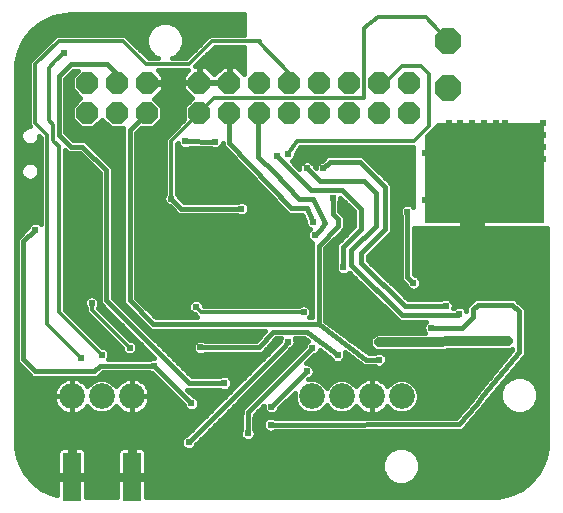
<source format=gbl>
G75*
G70*
%OFA0B0*%
%FSLAX24Y24*%
%IPPOS*%
%LPD*%
%AMOC8*
5,1,8,0,0,1.08239X$1,22.5*
%
%ADD10R,0.0600X0.1600*%
%ADD11OC8,0.0740*%
%ADD12C,0.0860*%
%ADD13C,0.0160*%
%ADD14C,0.0238*%
%ADD15C,0.0000*%
%ADD16C,0.0001*%
%ADD17OC8,0.0860*%
%ADD18C,0.0320*%
%ADD19C,0.0120*%
D10*
X002617Y001599D03*
X004617Y001599D03*
D11*
X004129Y013726D03*
X003129Y013726D03*
X003129Y014726D03*
X004129Y014726D03*
X005129Y014726D03*
X005129Y013726D03*
X006877Y013738D03*
X007877Y013738D03*
X008877Y013738D03*
X008877Y014738D03*
X007877Y014738D03*
X006877Y014738D03*
X009877Y014738D03*
X010877Y014738D03*
X011877Y014738D03*
X012877Y014738D03*
X013877Y014738D03*
X013877Y013738D03*
X012877Y013738D03*
X011877Y013738D03*
X010877Y013738D03*
X009877Y013738D03*
D12*
X010617Y004285D03*
X011617Y004285D03*
X012617Y004285D03*
X013617Y004285D03*
X004617Y004285D03*
X003617Y004285D03*
X002617Y004285D03*
D13*
X001037Y001781D02*
X001293Y001460D01*
X001613Y001205D01*
X001982Y001027D01*
X002137Y000992D01*
X002137Y001529D01*
X002547Y001529D01*
X002547Y001669D01*
X002547Y002579D01*
X002293Y002579D01*
X002248Y002567D01*
X002207Y002543D01*
X002173Y002509D01*
X002149Y002468D01*
X002137Y002422D01*
X002137Y001669D01*
X002547Y001669D01*
X002687Y001669D01*
X002687Y002579D01*
X002941Y002579D01*
X002987Y002567D01*
X003028Y002543D01*
X003061Y002509D01*
X003085Y002468D01*
X003097Y002422D01*
X003097Y001669D01*
X002687Y001669D01*
X002687Y001529D01*
X003097Y001529D01*
X003097Y000925D01*
X004137Y000925D01*
X004137Y001529D01*
X004547Y001529D01*
X004547Y001669D01*
X004547Y002579D01*
X004293Y002579D01*
X004248Y002567D01*
X004207Y002543D01*
X004173Y002509D01*
X004149Y002468D01*
X004137Y002422D01*
X004137Y001669D01*
X004547Y001669D01*
X004687Y001669D01*
X004687Y002579D01*
X004941Y002579D01*
X004987Y002567D01*
X005028Y002543D01*
X005061Y002509D01*
X005085Y002468D01*
X005097Y002422D01*
X005097Y001669D01*
X004687Y001669D01*
X004687Y001529D01*
X005097Y001529D01*
X005097Y000925D01*
X016641Y000925D01*
X016845Y000936D01*
X017245Y001027D01*
X017614Y001205D01*
X017934Y001460D01*
X018189Y001781D01*
X018367Y002149D01*
X018458Y002549D01*
X018469Y002753D01*
X018469Y009894D01*
X014030Y009901D01*
X014030Y008349D01*
X014057Y008322D01*
X014151Y008283D01*
X014224Y008210D01*
X014264Y008115D01*
X014264Y008012D01*
X014224Y007917D01*
X014151Y007844D01*
X014056Y007805D01*
X013953Y007805D01*
X013858Y007844D01*
X013785Y007917D01*
X013746Y008011D01*
X013590Y008167D01*
X013590Y010285D01*
X013551Y010380D01*
X013551Y010483D01*
X013591Y010578D01*
X013664Y010651D01*
X013759Y010690D01*
X013862Y010690D01*
X013957Y010651D01*
X014008Y010600D01*
X014004Y012585D01*
X013951Y012584D01*
X013950Y012585D01*
X010237Y012577D01*
X010084Y012362D01*
X010084Y012291D01*
X010045Y012196D01*
X009972Y012123D01*
X009957Y012117D01*
X010204Y011870D01*
X010204Y011939D01*
X010243Y012034D01*
X010316Y012107D01*
X010411Y012146D01*
X010514Y012146D01*
X010610Y012107D01*
X010683Y012034D01*
X010722Y011940D01*
X010753Y011908D01*
X010753Y011931D01*
X010793Y012026D01*
X010865Y012099D01*
X010960Y012138D01*
X011143Y012321D01*
X012313Y012321D01*
X012442Y012192D01*
X012442Y012192D01*
X013290Y011345D01*
X013290Y009755D01*
X012491Y008957D01*
X012491Y008820D01*
X013832Y007513D01*
X014943Y007513D01*
X015037Y007552D01*
X015140Y007552D01*
X015235Y007512D01*
X015308Y007439D01*
X015939Y007439D01*
X015930Y007430D02*
X015779Y007280D01*
X015779Y007131D01*
X015761Y007176D01*
X015688Y007249D01*
X015593Y007288D01*
X015490Y007288D01*
X015394Y007249D01*
X015357Y007211D01*
X015335Y007211D01*
X015348Y007241D01*
X015348Y007344D01*
X015308Y007439D01*
X015348Y007281D02*
X015471Y007281D01*
X015611Y007281D02*
X015780Y007281D01*
X015930Y007430D02*
X016059Y007559D01*
X017393Y007559D01*
X017623Y007330D01*
X017752Y007201D01*
X017752Y005753D01*
X017759Y005673D01*
X017752Y005664D01*
X017752Y005652D01*
X017694Y005595D01*
X016517Y004178D01*
X016315Y003921D01*
X016315Y003916D01*
X016259Y003850D01*
X016205Y003782D01*
X016200Y003782D01*
X015759Y003266D01*
X015759Y003256D01*
X015701Y003198D01*
X015647Y003135D01*
X015637Y003134D01*
X015630Y003127D01*
X015548Y003127D01*
X015465Y003120D01*
X015458Y003127D01*
X009401Y003111D01*
X009306Y003071D01*
X009203Y003071D01*
X009107Y003111D01*
X009034Y003184D01*
X008995Y003279D01*
X008995Y003382D01*
X009034Y003477D01*
X008711Y003477D01*
X008711Y003535D02*
X008710Y003189D01*
X008748Y003096D01*
X008748Y002993D01*
X008709Y002898D01*
X008636Y002825D01*
X008540Y002785D01*
X008437Y002785D01*
X008342Y002825D01*
X008269Y002898D01*
X008230Y002993D01*
X008230Y003096D01*
X008269Y003191D01*
X008270Y003191D01*
X008271Y003456D01*
X008267Y003461D01*
X008271Y003547D01*
X008272Y003633D01*
X008276Y003637D01*
X008282Y003771D01*
X008282Y003857D01*
X008287Y003861D01*
X008287Y003868D01*
X008350Y003925D01*
X010382Y005958D01*
X010421Y006052D01*
X010494Y006125D01*
X010374Y006215D01*
X010054Y006217D01*
X010083Y006148D01*
X010083Y006045D01*
X010043Y005949D01*
X009970Y005876D01*
X009912Y005852D01*
X009892Y005827D01*
X009892Y005812D01*
X009837Y005757D01*
X009789Y005696D01*
X010120Y005696D01*
X010278Y005854D02*
X009917Y005854D01*
X009789Y005696D02*
X009774Y005694D01*
X006781Y002701D01*
X006742Y002607D01*
X006669Y002534D01*
X006574Y002494D01*
X006471Y002494D01*
X006376Y002534D01*
X006303Y002607D01*
X006264Y002702D01*
X006264Y002805D01*
X006303Y002900D01*
X006376Y002973D01*
X006470Y003012D01*
X009507Y006049D01*
X009565Y006122D01*
X009565Y006148D01*
X009594Y006220D01*
X009435Y006221D01*
X009088Y005830D01*
X009088Y005822D01*
X009028Y005762D01*
X008972Y005699D01*
X008965Y005699D01*
X008959Y005693D01*
X008875Y005693D01*
X008790Y005688D01*
X008785Y005693D01*
X007054Y005693D01*
X006960Y005654D01*
X006857Y005654D01*
X006762Y005694D01*
X006689Y005766D01*
X006650Y005862D01*
X006650Y005965D01*
X006689Y006060D01*
X006762Y006133D01*
X006857Y006172D01*
X006960Y006172D01*
X007054Y006133D01*
X008769Y006133D01*
X009069Y006470D01*
X005250Y006470D01*
X004463Y007258D01*
X004334Y007387D01*
X004334Y013216D01*
X003918Y013216D01*
X003629Y013505D01*
X003340Y013216D01*
X002918Y013216D01*
X002619Y013515D01*
X002619Y013937D01*
X002908Y014226D01*
X002619Y014515D01*
X002619Y014937D01*
X002814Y015132D01*
X002677Y015132D01*
X002412Y014867D01*
X002412Y013081D01*
X002677Y012816D01*
X003070Y012816D01*
X003199Y012687D01*
X003987Y011900D01*
X003987Y007569D01*
X006614Y004942D01*
X007558Y004942D01*
X007652Y004981D01*
X007755Y004981D01*
X007850Y004942D01*
X007923Y004869D01*
X007963Y004773D01*
X007963Y004670D01*
X007923Y004575D01*
X007850Y004502D01*
X007755Y004463D01*
X007652Y004463D01*
X007558Y004502D01*
X006475Y004502D01*
X006666Y004312D01*
X006760Y004272D01*
X006833Y004200D01*
X006872Y004104D01*
X006872Y004001D01*
X006833Y003906D01*
X006760Y003833D01*
X006665Y003794D01*
X006562Y003794D01*
X006466Y003833D01*
X006393Y003906D01*
X006354Y004000D01*
X005305Y005049D01*
X005297Y005049D01*
X005203Y005088D01*
X003657Y005088D01*
X003593Y005024D01*
X003464Y004896D01*
X001313Y004896D01*
X001185Y005024D01*
X001185Y005024D01*
X000920Y005289D01*
X000920Y005289D01*
X000791Y005418D01*
X000791Y009537D01*
X001146Y009892D01*
X001185Y009987D01*
X001258Y010060D01*
X001353Y010099D01*
X001456Y010099D01*
X001551Y010060D01*
X001598Y010013D01*
X001598Y012907D01*
X001545Y012960D01*
X001545Y012903D01*
X001496Y012786D01*
X001407Y012697D01*
X001290Y012649D01*
X001164Y012649D01*
X001048Y012697D01*
X000958Y012786D01*
X000910Y012903D01*
X000910Y013029D01*
X000958Y013146D01*
X001048Y013235D01*
X001164Y013283D01*
X001222Y013283D01*
X001205Y013300D01*
X001205Y015435D01*
X001992Y016222D01*
X002109Y016339D01*
X004405Y016339D01*
X005193Y015552D01*
X005488Y015552D01*
X005370Y015601D01*
X005193Y015779D01*
X005096Y016011D01*
X005096Y016262D01*
X005193Y016495D01*
X005370Y016672D01*
X005603Y016769D01*
X005854Y016769D01*
X006087Y016672D01*
X006264Y016495D01*
X006361Y016262D01*
X006361Y016011D01*
X006264Y015779D01*
X006087Y015601D01*
X005969Y015552D01*
X006440Y015552D01*
X007110Y016222D01*
X007227Y016339D01*
X008366Y016339D01*
X008366Y017015D01*
X002586Y017015D01*
X002381Y017003D01*
X001982Y016912D01*
X001613Y016735D01*
X001293Y016479D01*
X001037Y016159D01*
X000860Y015790D01*
X000769Y015391D01*
X000757Y015186D01*
X000757Y002753D01*
X000769Y002549D01*
X000860Y002149D01*
X001037Y001781D01*
X001075Y001733D02*
X002137Y001733D01*
X002137Y001892D02*
X000984Y001892D01*
X000908Y002050D02*
X002137Y002050D01*
X002137Y002209D02*
X000846Y002209D01*
X000810Y002367D02*
X002137Y002367D01*
X002190Y002526D02*
X000774Y002526D01*
X000761Y002684D02*
X006271Y002684D01*
X006279Y002843D02*
X000757Y002843D01*
X000757Y003001D02*
X006444Y003001D01*
X006618Y003160D02*
X000757Y003160D01*
X000757Y003318D02*
X006776Y003318D01*
X006935Y003477D02*
X000757Y003477D01*
X000757Y003635D02*
X007093Y003635D01*
X007252Y003794D02*
X004979Y003794D01*
X005015Y003820D02*
X005082Y003888D01*
X005139Y003965D01*
X005182Y004051D01*
X005212Y004142D01*
X005227Y004237D01*
X005227Y004285D01*
X005227Y004333D01*
X005212Y004428D01*
X005927Y004428D01*
X005769Y004586D02*
X005148Y004586D01*
X005139Y004605D02*
X005082Y004682D01*
X005015Y004750D01*
X004937Y004807D01*
X004851Y004850D01*
X004760Y004880D01*
X004665Y004895D01*
X004617Y004895D01*
X004569Y004895D01*
X004474Y004880D01*
X004383Y004850D01*
X004297Y004807D01*
X004220Y004750D01*
X004152Y004682D01*
X004099Y004609D01*
X003940Y004768D01*
X003731Y004855D01*
X003504Y004855D01*
X003294Y004768D01*
X003135Y004609D01*
X003082Y004682D01*
X003015Y004750D01*
X002937Y004807D01*
X002851Y004850D01*
X002760Y004880D01*
X002665Y004895D01*
X002617Y004895D01*
X002569Y004895D01*
X002474Y004880D01*
X002383Y004850D01*
X002297Y004807D01*
X002220Y004750D01*
X002152Y004682D01*
X002095Y004605D01*
X002052Y004519D01*
X002022Y004428D01*
X000757Y004428D01*
X000757Y004586D02*
X002086Y004586D01*
X002022Y004428D02*
X002007Y004333D01*
X002007Y004285D01*
X002617Y004285D01*
X002617Y004895D01*
X002617Y004285D01*
X002617Y004285D01*
X002617Y004285D01*
X002007Y004285D01*
X002007Y004237D01*
X002022Y004142D01*
X002052Y004051D01*
X002095Y003965D01*
X002152Y003888D01*
X002220Y003820D01*
X002297Y003763D01*
X002383Y003720D01*
X002474Y003690D01*
X002569Y003675D01*
X002617Y003675D01*
X002617Y004285D01*
X002617Y004285D01*
X002617Y003675D01*
X002665Y003675D01*
X002760Y003690D01*
X002851Y003720D01*
X002937Y003763D01*
X003015Y003820D01*
X003082Y003888D01*
X003135Y003960D01*
X003294Y003802D01*
X003504Y003715D01*
X003731Y003715D01*
X003940Y003802D01*
X004099Y003960D01*
X004152Y003888D01*
X004220Y003820D01*
X004297Y003763D01*
X004383Y003720D01*
X004474Y003690D01*
X004569Y003675D01*
X004617Y003675D01*
X004617Y004285D01*
X004617Y004895D01*
X004617Y004285D01*
X004617Y004285D01*
X004617Y004285D01*
X005227Y004285D01*
X004617Y004285D01*
X004617Y004285D01*
X004617Y003675D01*
X004665Y003675D01*
X004760Y003690D01*
X004851Y003720D01*
X004937Y003763D01*
X005015Y003820D01*
X005129Y003952D02*
X006374Y003952D01*
X006244Y004111D02*
X005202Y004111D01*
X005227Y004269D02*
X006086Y004269D01*
X006549Y004428D02*
X007886Y004428D01*
X007928Y004586D02*
X008044Y004586D01*
X007963Y004745D02*
X008203Y004745D01*
X008361Y004903D02*
X007889Y004903D01*
X007704Y004722D02*
X006523Y004722D01*
X003767Y007478D01*
X003767Y011809D01*
X002979Y012596D01*
X002586Y012596D01*
X002192Y012990D01*
X002192Y014958D01*
X002586Y015352D01*
X003802Y015352D01*
X004124Y015029D01*
X004124Y014731D01*
X004129Y014726D01*
X005063Y015681D02*
X005290Y015681D01*
X005167Y015840D02*
X004905Y015840D01*
X004746Y015998D02*
X005102Y015998D01*
X005096Y016157D02*
X004588Y016157D01*
X004429Y016315D02*
X005118Y016315D01*
X005184Y016474D02*
X001288Y016474D01*
X001162Y016315D02*
X002085Y016315D01*
X001927Y016157D02*
X001036Y016157D01*
X000960Y015998D02*
X001768Y015998D01*
X001610Y015840D02*
X000884Y015840D01*
X000835Y015681D02*
X001451Y015681D01*
X001293Y015523D02*
X000799Y015523D01*
X000767Y015364D02*
X001205Y015364D01*
X001205Y015206D02*
X000758Y015206D01*
X000757Y015047D02*
X001205Y015047D01*
X001205Y014889D02*
X000757Y014889D01*
X000757Y014730D02*
X001205Y014730D01*
X001205Y014572D02*
X000757Y014572D01*
X000757Y014413D02*
X001205Y014413D01*
X001205Y014255D02*
X000757Y014255D01*
X000757Y014096D02*
X001205Y014096D01*
X001205Y013938D02*
X000757Y013938D01*
X000757Y013779D02*
X001205Y013779D01*
X001205Y013621D02*
X000757Y013621D01*
X000757Y013462D02*
X001205Y013462D01*
X001205Y013304D02*
X000757Y013304D01*
X000757Y013145D02*
X000958Y013145D01*
X000910Y012987D02*
X000757Y012987D01*
X000757Y012828D02*
X000941Y012828D01*
X001114Y012670D02*
X000757Y012670D01*
X000757Y012511D02*
X001598Y012511D01*
X001598Y012353D02*
X000757Y012353D01*
X000757Y012194D02*
X001598Y012194D01*
X001598Y012036D02*
X001425Y012036D01*
X001407Y012054D02*
X001290Y012102D01*
X001164Y012102D01*
X001048Y012054D01*
X000958Y011965D01*
X000910Y011848D01*
X000910Y011722D01*
X000958Y011605D01*
X001048Y011516D01*
X001164Y011468D01*
X001290Y011468D01*
X001407Y011516D01*
X001496Y011605D01*
X001545Y011722D01*
X001545Y011848D01*
X001496Y011965D01*
X001407Y012054D01*
X001532Y011877D02*
X001598Y011877D01*
X001598Y011719D02*
X001543Y011719D01*
X001598Y011560D02*
X001451Y011560D01*
X001598Y011402D02*
X000757Y011402D01*
X000757Y011560D02*
X001003Y011560D01*
X000911Y011719D02*
X000757Y011719D01*
X000757Y011877D02*
X000922Y011877D01*
X001030Y012036D02*
X000757Y012036D01*
X000757Y011243D02*
X001598Y011243D01*
X001598Y011085D02*
X000757Y011085D01*
X000757Y010926D02*
X001598Y010926D01*
X001598Y010768D02*
X000757Y010768D01*
X000757Y010609D02*
X001598Y010609D01*
X001598Y010451D02*
X000757Y010451D01*
X000757Y010292D02*
X001598Y010292D01*
X001598Y010134D02*
X000757Y010134D01*
X000757Y009975D02*
X001180Y009975D01*
X001070Y009817D02*
X000757Y009817D01*
X000757Y009658D02*
X000912Y009658D01*
X000791Y009500D02*
X000757Y009500D01*
X000757Y009341D02*
X000791Y009341D01*
X000791Y009183D02*
X000757Y009183D01*
X000757Y009024D02*
X000791Y009024D01*
X000791Y008866D02*
X000757Y008866D01*
X000757Y008707D02*
X000791Y008707D01*
X000791Y008549D02*
X000757Y008549D01*
X000757Y008390D02*
X000791Y008390D01*
X000791Y008232D02*
X000757Y008232D01*
X000757Y008073D02*
X000791Y008073D01*
X000791Y007915D02*
X000757Y007915D01*
X000757Y007756D02*
X000791Y007756D01*
X000791Y007598D02*
X000757Y007598D01*
X000757Y007439D02*
X000791Y007439D01*
X000791Y007281D02*
X000757Y007281D01*
X000757Y007122D02*
X000791Y007122D01*
X000791Y006964D02*
X000757Y006964D01*
X000757Y006805D02*
X000791Y006805D01*
X000791Y006647D02*
X000757Y006647D01*
X000757Y006488D02*
X000791Y006488D01*
X000791Y006330D02*
X000757Y006330D01*
X000757Y006171D02*
X000791Y006171D01*
X000791Y006013D02*
X000757Y006013D01*
X000757Y005854D02*
X000791Y005854D01*
X000791Y005696D02*
X000757Y005696D01*
X000757Y005537D02*
X000791Y005537D01*
X000757Y005379D02*
X000830Y005379D01*
X000757Y005220D02*
X000989Y005220D01*
X001147Y005062D02*
X000757Y005062D01*
X000757Y004903D02*
X001306Y004903D01*
X001405Y005116D02*
X001011Y005509D01*
X001011Y009446D01*
X001405Y009840D01*
X002392Y009817D02*
X003547Y009817D01*
X003547Y009975D02*
X002392Y009975D01*
X002392Y010134D02*
X003547Y010134D01*
X003547Y010292D02*
X002392Y010292D01*
X002392Y010451D02*
X003547Y010451D01*
X003547Y010609D02*
X002392Y010609D01*
X002392Y010768D02*
X003547Y010768D01*
X003547Y010926D02*
X002392Y010926D01*
X002392Y011085D02*
X003547Y011085D01*
X003547Y011243D02*
X002392Y011243D01*
X002392Y011402D02*
X003547Y011402D01*
X003547Y011560D02*
X002392Y011560D01*
X002392Y011719D02*
X003545Y011719D01*
X003547Y011717D02*
X003547Y007387D01*
X003676Y007258D01*
X005366Y005567D01*
X005297Y005567D01*
X005203Y005528D01*
X003841Y005528D01*
X003876Y005613D01*
X003876Y005716D01*
X003836Y005811D01*
X003764Y005884D01*
X003668Y005923D01*
X003640Y005923D01*
X002392Y007167D01*
X002392Y012478D01*
X002495Y012376D01*
X002888Y012376D01*
X003547Y011717D01*
X003387Y011877D02*
X002392Y011877D01*
X002392Y012036D02*
X003228Y012036D01*
X003070Y012194D02*
X002392Y012194D01*
X002392Y012353D02*
X002911Y012353D01*
X003217Y012670D02*
X004334Y012670D01*
X004334Y012828D02*
X002664Y012828D01*
X002506Y012987D02*
X004334Y012987D01*
X004334Y013145D02*
X002412Y013145D01*
X002412Y013304D02*
X002830Y013304D01*
X002671Y013462D02*
X002412Y013462D01*
X002412Y013621D02*
X002619Y013621D01*
X002619Y013779D02*
X002412Y013779D01*
X002412Y013938D02*
X002620Y013938D01*
X002778Y014096D02*
X002412Y014096D01*
X002412Y014255D02*
X002879Y014255D01*
X002720Y014413D02*
X002412Y014413D01*
X002412Y014572D02*
X002619Y014572D01*
X002619Y014730D02*
X002412Y014730D01*
X002434Y014889D02*
X002619Y014889D01*
X002592Y015047D02*
X002729Y015047D01*
X003587Y013462D02*
X003671Y013462D01*
X003830Y013304D02*
X003428Y013304D01*
X003375Y012511D02*
X004334Y012511D01*
X004334Y012353D02*
X003534Y012353D01*
X003692Y012194D02*
X004334Y012194D01*
X004334Y012036D02*
X003851Y012036D01*
X003987Y011877D02*
X004334Y011877D01*
X004334Y011719D02*
X003987Y011719D01*
X003987Y011560D02*
X004334Y011560D01*
X004334Y011402D02*
X003987Y011402D01*
X003987Y011243D02*
X004334Y011243D01*
X004334Y011085D02*
X003987Y011085D01*
X003987Y010926D02*
X004334Y010926D01*
X004334Y010768D02*
X003987Y010768D01*
X003987Y010609D02*
X004334Y010609D01*
X004334Y010451D02*
X003987Y010451D01*
X003987Y010292D02*
X004334Y010292D01*
X004334Y010134D02*
X003987Y010134D01*
X003987Y009975D02*
X004334Y009975D01*
X004334Y009817D02*
X003987Y009817D01*
X003987Y009658D02*
X004334Y009658D01*
X004334Y009500D02*
X003987Y009500D01*
X003987Y009341D02*
X004334Y009341D01*
X004334Y009183D02*
X003987Y009183D01*
X003987Y009024D02*
X004334Y009024D01*
X004334Y008866D02*
X003987Y008866D01*
X003987Y008707D02*
X004334Y008707D01*
X004334Y008549D02*
X003987Y008549D01*
X003987Y008390D02*
X004334Y008390D01*
X004334Y008232D02*
X003987Y008232D01*
X003987Y008073D02*
X004334Y008073D01*
X004334Y007915D02*
X003987Y007915D01*
X003987Y007756D02*
X004334Y007756D01*
X004334Y007598D02*
X003987Y007598D01*
X004116Y007439D02*
X004334Y007439D01*
X004275Y007281D02*
X004440Y007281D01*
X004433Y007122D02*
X004599Y007122D01*
X004592Y006964D02*
X004757Y006964D01*
X004750Y006805D02*
X004916Y006805D01*
X004909Y006647D02*
X005074Y006647D01*
X005067Y006488D02*
X005233Y006488D01*
X005226Y006330D02*
X008944Y006330D01*
X008803Y006171D02*
X006963Y006171D01*
X006855Y006171D02*
X005384Y006171D01*
X005543Y006013D02*
X006669Y006013D01*
X006653Y005854D02*
X005701Y005854D01*
X005860Y005696D02*
X006760Y005696D01*
X006909Y005913D02*
X008868Y005913D01*
X009337Y006441D01*
X010448Y006435D01*
X011484Y005660D01*
X011243Y005566D02*
X011265Y005513D01*
X011337Y005440D01*
X011433Y005401D01*
X011536Y005401D01*
X011631Y005440D01*
X011704Y005513D01*
X011743Y005609D01*
X011743Y005712D01*
X011723Y005761D01*
X012296Y005330D01*
X012350Y005277D01*
X012367Y005277D01*
X012381Y005266D01*
X012456Y005277D01*
X012719Y005277D01*
X012813Y005238D01*
X012916Y005238D01*
X013011Y005277D01*
X013084Y005350D01*
X013124Y005445D01*
X013124Y005548D01*
X013084Y005643D01*
X013011Y005716D01*
X012916Y005756D01*
X012813Y005756D01*
X012719Y005717D01*
X012514Y005717D01*
X011074Y006799D01*
X011074Y009216D01*
X011714Y009856D01*
X011714Y010270D01*
X011586Y010399D01*
X011540Y010445D01*
X011538Y010750D01*
X011577Y010843D01*
X011577Y010905D01*
X012040Y010442D01*
X012040Y009952D01*
X011440Y009351D01*
X011440Y008725D01*
X011422Y008686D01*
X011432Y008658D01*
X011420Y008629D01*
X011420Y008526D01*
X011459Y008431D01*
X011532Y008358D01*
X011628Y008319D01*
X011731Y008319D01*
X011826Y008358D01*
X011874Y008407D01*
X013480Y006830D01*
X013544Y006767D01*
X013545Y006767D01*
X013546Y006766D01*
X013636Y006767D01*
X014445Y006769D01*
X014379Y006703D01*
X014340Y006608D01*
X014340Y006505D01*
X014379Y006409D01*
X014396Y006392D01*
X012937Y006379D01*
X012927Y006383D01*
X012807Y006383D01*
X012697Y006338D01*
X012613Y006253D01*
X012567Y006143D01*
X012567Y006024D01*
X012613Y005913D01*
X012618Y005908D01*
X012619Y005906D01*
X012660Y005865D01*
X012702Y005824D01*
X012703Y005824D01*
X012704Y005823D01*
X012758Y005801D01*
X012812Y005779D01*
X012813Y005779D01*
X012815Y005778D01*
X012873Y005779D01*
X012931Y005779D01*
X012933Y005779D01*
X017212Y005818D01*
X017312Y005860D01*
X017312Y005823D01*
X016233Y004525D01*
X016230Y004525D01*
X016175Y004455D01*
X016119Y004387D01*
X016119Y004384D01*
X015919Y004130D01*
X015437Y003567D01*
X009399Y003551D01*
X009306Y003589D01*
X009203Y003589D01*
X009107Y003550D01*
X009034Y003477D01*
X008995Y003318D02*
X008710Y003318D01*
X008722Y003160D02*
X009058Y003160D01*
X009254Y003330D02*
X015539Y003347D01*
X016089Y003990D01*
X016346Y004317D01*
X017532Y005743D01*
X017532Y007110D01*
X017302Y007339D01*
X016150Y007339D01*
X015999Y007189D01*
X015999Y006929D01*
X015627Y006556D01*
X014599Y006556D01*
X014356Y006647D02*
X011277Y006647D01*
X011074Y006805D02*
X013505Y006805D01*
X013635Y006987D02*
X011931Y008659D01*
X011931Y009150D01*
X012754Y009973D01*
X012754Y011053D01*
X012354Y011453D01*
X010897Y011453D01*
X010463Y011887D01*
X010681Y012036D02*
X010803Y012036D01*
X011012Y011879D02*
X011234Y012101D01*
X012222Y012101D01*
X013070Y011253D01*
X013070Y009846D01*
X012271Y009048D01*
X012271Y008727D01*
X013742Y007293D01*
X015089Y007293D01*
X015502Y006992D02*
X013635Y006987D01*
X013344Y006964D02*
X011074Y006964D01*
X011074Y007122D02*
X013183Y007122D01*
X013021Y007281D02*
X011074Y007281D01*
X011074Y007439D02*
X012860Y007439D01*
X012698Y007598D02*
X011074Y007598D01*
X011074Y007756D02*
X012537Y007756D01*
X012376Y007915D02*
X011074Y007915D01*
X011074Y008073D02*
X012214Y008073D01*
X012053Y008232D02*
X011074Y008232D01*
X011074Y008390D02*
X011500Y008390D01*
X011420Y008549D02*
X011074Y008549D01*
X011074Y008707D02*
X011432Y008707D01*
X011440Y008866D02*
X011074Y008866D01*
X011074Y009024D02*
X011440Y009024D01*
X011440Y009183D02*
X011074Y009183D01*
X011200Y009341D02*
X011440Y009341D01*
X011358Y009500D02*
X011588Y009500D01*
X011517Y009658D02*
X011747Y009658D01*
X011675Y009817D02*
X011905Y009817D01*
X012040Y009975D02*
X011714Y009975D01*
X011714Y010134D02*
X012040Y010134D01*
X012040Y010292D02*
X011692Y010292D01*
X011540Y010451D02*
X012031Y010451D01*
X011873Y010609D02*
X011539Y010609D01*
X011546Y010768D02*
X011714Y010768D01*
X011624Y011169D02*
X010594Y011169D01*
X009464Y012298D01*
X009361Y011758D02*
X008834Y012269D01*
X008826Y013672D01*
X008877Y013738D01*
X007877Y013738D02*
X007876Y013737D01*
X007876Y012710D01*
X009937Y010547D01*
X010282Y010547D01*
X010448Y010546D01*
X010655Y010103D01*
X010571Y009858D02*
X010512Y009799D01*
X010473Y009704D01*
X010473Y009601D01*
X010512Y009506D01*
X010585Y009433D01*
X010644Y009408D01*
X010634Y009398D01*
X010634Y006910D01*
X010538Y006910D01*
X010568Y006941D01*
X010608Y007036D01*
X010608Y007139D01*
X010568Y007234D01*
X010495Y007307D01*
X010400Y007347D01*
X010297Y007347D01*
X010202Y007307D01*
X010182Y007288D01*
X007019Y007288D01*
X007019Y007324D01*
X006980Y007419D01*
X006907Y007492D01*
X006812Y007531D01*
X006709Y007531D01*
X006614Y007492D01*
X006541Y007419D01*
X006501Y007324D01*
X006501Y007221D01*
X006541Y007126D01*
X006614Y007053D01*
X006709Y007013D01*
X006720Y007013D01*
X006720Y007005D01*
X006773Y006951D01*
X006809Y006910D01*
X005433Y006910D01*
X004774Y007569D01*
X004774Y013060D01*
X004930Y013216D01*
X005340Y013216D01*
X005639Y013515D01*
X005639Y013937D01*
X005378Y014198D01*
X005679Y014498D01*
X005679Y014706D01*
X005149Y014706D01*
X005149Y014746D01*
X005679Y014746D01*
X005679Y014954D01*
X005481Y015152D01*
X006513Y015152D01*
X006327Y014965D01*
X006327Y014758D01*
X006857Y014758D01*
X006857Y015288D01*
X006741Y015288D01*
X007393Y015939D01*
X008366Y015939D01*
X008366Y015026D01*
X008105Y015288D01*
X007897Y015288D01*
X007897Y014758D01*
X007857Y014758D01*
X007857Y015288D01*
X007649Y015288D01*
X007377Y015015D01*
X007105Y015288D01*
X006897Y015288D01*
X006897Y014758D01*
X006857Y014758D01*
X006857Y014718D01*
X006327Y014718D01*
X006327Y014510D01*
X006627Y014209D01*
X006367Y013949D01*
X006367Y013526D01*
X006375Y013518D01*
X006146Y013290D01*
X006143Y013290D01*
X006088Y013232D01*
X006032Y013175D01*
X006032Y013173D01*
X005953Y013093D01*
X005951Y013093D01*
X005896Y013034D01*
X005839Y012977D01*
X005839Y012974D01*
X005790Y012921D01*
X005734Y012865D01*
X005734Y012861D01*
X005731Y012859D01*
X005734Y012779D01*
X005733Y011548D01*
X005733Y011464D01*
X005733Y011383D01*
X005733Y011383D01*
X005733Y011039D01*
X005714Y011020D01*
X005674Y010924D01*
X005674Y010821D01*
X005714Y010726D01*
X005787Y010653D01*
X005881Y010614D01*
X006174Y010321D01*
X008131Y010321D01*
X008225Y010282D01*
X008328Y010282D01*
X008424Y010321D01*
X008496Y010394D01*
X008536Y010489D01*
X008536Y010592D01*
X008496Y010688D01*
X008424Y010761D01*
X008328Y010800D01*
X008225Y010800D01*
X008131Y010761D01*
X006356Y010761D01*
X006192Y010925D01*
X006153Y011020D01*
X006133Y011039D01*
X006133Y011464D01*
X006134Y012703D01*
X006152Y012723D01*
X006190Y012632D01*
X006263Y012559D01*
X006358Y012519D01*
X006462Y012519D01*
X006553Y012557D01*
X007250Y012552D01*
X007251Y012551D01*
X007346Y012512D01*
X007449Y012512D01*
X007544Y012551D01*
X007617Y012624D01*
X007656Y012718D01*
X007656Y012713D01*
X007654Y012624D01*
X007656Y012622D01*
X007656Y012619D01*
X007719Y012557D01*
X009717Y010459D01*
X009717Y010456D01*
X009780Y010393D01*
X009841Y010329D01*
X009844Y010329D01*
X009846Y010327D01*
X009934Y010327D01*
X010023Y010325D01*
X010025Y010327D01*
X010281Y010327D01*
X010308Y010327D01*
X010396Y010138D01*
X010396Y010051D01*
X010435Y009956D01*
X010508Y009883D01*
X010571Y009858D01*
X010530Y009817D02*
X004774Y009817D01*
X004774Y009975D02*
X010428Y009975D01*
X010396Y010134D02*
X004774Y010134D01*
X004774Y010292D02*
X008200Y010292D01*
X008353Y010292D02*
X010324Y010292D01*
X009722Y010451D02*
X008520Y010451D01*
X008529Y010609D02*
X009574Y010609D01*
X009423Y010768D02*
X008406Y010768D01*
X008148Y010768D02*
X006349Y010768D01*
X006192Y010926D02*
X009272Y010926D01*
X009121Y011085D02*
X006133Y011085D01*
X006133Y011243D02*
X008970Y011243D01*
X008819Y011402D02*
X006133Y011402D01*
X006133Y011560D02*
X008668Y011560D01*
X008517Y011719D02*
X006133Y011719D01*
X006133Y011877D02*
X008366Y011877D01*
X008215Y012036D02*
X006133Y012036D01*
X006133Y012194D02*
X008064Y012194D01*
X007913Y012353D02*
X006134Y012353D01*
X006134Y012511D02*
X007762Y012511D01*
X007655Y012670D02*
X007636Y012670D01*
X007398Y012771D02*
X006410Y012778D01*
X006175Y012670D02*
X006134Y012670D01*
X005734Y012670D02*
X004774Y012670D01*
X004774Y012828D02*
X005732Y012828D01*
X005849Y012987D02*
X004774Y012987D01*
X004859Y013145D02*
X006004Y013145D01*
X006160Y013304D02*
X005428Y013304D01*
X005587Y013462D02*
X006319Y013462D01*
X006367Y013621D02*
X005639Y013621D01*
X005639Y013779D02*
X006367Y013779D01*
X006367Y013938D02*
X005638Y013938D01*
X005480Y014096D02*
X006514Y014096D01*
X006582Y014255D02*
X005436Y014255D01*
X005594Y014413D02*
X006424Y014413D01*
X006327Y014572D02*
X005679Y014572D01*
X005679Y014889D02*
X006327Y014889D01*
X006409Y015047D02*
X005585Y015047D01*
X005149Y014730D02*
X006857Y014730D01*
X006897Y014730D02*
X007857Y014730D01*
X007857Y014718D02*
X006897Y014718D01*
X006897Y014758D01*
X007427Y014758D01*
X007857Y014758D01*
X007857Y014718D01*
X007857Y014889D02*
X007897Y014889D01*
X007897Y015047D02*
X007857Y015047D01*
X007857Y015206D02*
X007897Y015206D01*
X007567Y015206D02*
X007187Y015206D01*
X007345Y015047D02*
X007409Y015047D01*
X006897Y015047D02*
X006857Y015047D01*
X006857Y014889D02*
X006897Y014889D01*
X006897Y015206D02*
X006857Y015206D01*
X006818Y015364D02*
X008366Y015364D01*
X008366Y015206D02*
X008187Y015206D01*
X008345Y015047D02*
X008366Y015047D01*
X008366Y015523D02*
X006976Y015523D01*
X007135Y015681D02*
X008366Y015681D01*
X008366Y015840D02*
X007293Y015840D01*
X007045Y016157D02*
X006361Y016157D01*
X006355Y015998D02*
X006886Y015998D01*
X006728Y015840D02*
X006290Y015840D01*
X006167Y015681D02*
X006569Y015681D01*
X006339Y016315D02*
X007203Y016315D01*
X006273Y016474D02*
X008366Y016474D01*
X008366Y016632D02*
X006127Y016632D01*
X005330Y016632D02*
X001484Y016632D01*
X001729Y016791D02*
X008366Y016791D01*
X008366Y016949D02*
X002143Y016949D01*
X005129Y013726D02*
X004554Y013151D01*
X004554Y007478D01*
X005342Y006690D01*
X010853Y006690D01*
X010854Y006691D01*
X010854Y009307D01*
X011494Y009947D01*
X011494Y010179D01*
X011320Y010354D01*
X011318Y010894D01*
X011624Y011169D02*
X012260Y010533D01*
X012260Y009861D01*
X011660Y009260D01*
X011660Y008676D01*
X011679Y008624D01*
X011679Y008578D01*
X011858Y008390D02*
X011891Y008390D01*
X012491Y008866D02*
X013590Y008866D01*
X013590Y009024D02*
X012559Y009024D01*
X012717Y009183D02*
X013590Y009183D01*
X013590Y009341D02*
X012876Y009341D01*
X013034Y009500D02*
X013590Y009500D01*
X013590Y009658D02*
X013193Y009658D01*
X013290Y009817D02*
X013590Y009817D01*
X013590Y009975D02*
X013290Y009975D01*
X013290Y010134D02*
X013590Y010134D01*
X013588Y010292D02*
X013290Y010292D01*
X013290Y010451D02*
X013551Y010451D01*
X013622Y010609D02*
X013290Y010609D01*
X013290Y010768D02*
X014008Y010768D01*
X014007Y010926D02*
X013290Y010926D01*
X013290Y011085D02*
X014007Y011085D01*
X014007Y011243D02*
X013290Y011243D01*
X013233Y011402D02*
X014006Y011402D01*
X014006Y011560D02*
X013074Y011560D01*
X012916Y011719D02*
X014006Y011719D01*
X014005Y011877D02*
X012757Y011877D01*
X012599Y012036D02*
X014005Y012036D01*
X014005Y012194D02*
X012440Y012194D01*
X011016Y012194D02*
X010044Y012194D01*
X010038Y012036D02*
X010245Y012036D01*
X010204Y011877D02*
X010197Y011877D01*
X010084Y012353D02*
X014004Y012353D01*
X014004Y012511D02*
X010190Y012511D01*
X009361Y011758D02*
X010205Y010868D01*
X010678Y010867D01*
X011053Y010058D01*
X010882Y009839D01*
X010732Y009653D01*
X010473Y009658D02*
X004774Y009658D01*
X004774Y009500D02*
X010518Y009500D01*
X010634Y009341D02*
X004774Y009341D01*
X004774Y009183D02*
X010634Y009183D01*
X010634Y009024D02*
X004774Y009024D01*
X004774Y008866D02*
X010634Y008866D01*
X010634Y008707D02*
X004774Y008707D01*
X004774Y008549D02*
X010634Y008549D01*
X010634Y008390D02*
X004774Y008390D01*
X004774Y008232D02*
X010634Y008232D01*
X010634Y008073D02*
X004774Y008073D01*
X004774Y007915D02*
X010634Y007915D01*
X010634Y007756D02*
X004774Y007756D01*
X004774Y007598D02*
X010634Y007598D01*
X010634Y007439D02*
X006960Y007439D01*
X006561Y007439D02*
X004904Y007439D01*
X005062Y007281D02*
X006501Y007281D01*
X006544Y007122D02*
X005221Y007122D01*
X005379Y006964D02*
X006761Y006964D01*
X006720Y007013D02*
X006720Y007013D01*
X005238Y005696D02*
X004713Y005696D01*
X004701Y005683D02*
X004774Y005756D01*
X004813Y005851D01*
X004813Y005955D01*
X004774Y006050D01*
X004701Y006123D01*
X004606Y006162D01*
X004578Y006162D01*
X003503Y007237D01*
X003505Y007238D01*
X003544Y007333D01*
X003544Y007436D01*
X003505Y007531D01*
X003432Y007604D01*
X003336Y007643D01*
X003233Y007643D01*
X003138Y007604D01*
X003065Y007531D01*
X003026Y007436D01*
X003026Y007333D01*
X003065Y007238D01*
X003085Y007218D01*
X003085Y007089D01*
X004295Y005879D01*
X004295Y005851D01*
X004335Y005756D01*
X004407Y005683D01*
X004503Y005644D01*
X004606Y005644D01*
X004701Y005683D01*
X004813Y005854D02*
X005079Y005854D01*
X004921Y006013D02*
X004789Y006013D01*
X004762Y006171D02*
X004569Y006171D01*
X004604Y006330D02*
X004410Y006330D01*
X004445Y006488D02*
X004252Y006488D01*
X004287Y006647D02*
X004093Y006647D01*
X004128Y006805D02*
X003935Y006805D01*
X003970Y006964D02*
X003776Y006964D01*
X003811Y007122D02*
X003618Y007122D01*
X003653Y007281D02*
X003522Y007281D01*
X003543Y007439D02*
X003547Y007439D01*
X003547Y007598D02*
X003438Y007598D01*
X003547Y007756D02*
X002392Y007756D01*
X002392Y007598D02*
X003132Y007598D01*
X003027Y007439D02*
X002392Y007439D01*
X002392Y007281D02*
X003047Y007281D01*
X003085Y007122D02*
X002437Y007122D01*
X002596Y006964D02*
X003211Y006964D01*
X003369Y006805D02*
X002755Y006805D01*
X002914Y006647D02*
X003528Y006647D01*
X003686Y006488D02*
X003073Y006488D01*
X003232Y006330D02*
X003845Y006330D01*
X004003Y006171D02*
X003391Y006171D01*
X003550Y006013D02*
X004162Y006013D01*
X004295Y005854D02*
X003793Y005854D01*
X003876Y005696D02*
X004395Y005696D01*
X003845Y005537D02*
X005224Y005537D01*
X005349Y005308D02*
X005357Y005308D01*
X006613Y004053D01*
X006763Y004269D02*
X007727Y004269D01*
X007569Y004111D02*
X006869Y004111D01*
X006852Y003952D02*
X007410Y003952D01*
X007716Y003635D02*
X008274Y003635D01*
X008268Y003477D02*
X007557Y003477D01*
X007399Y003318D02*
X008270Y003318D01*
X008256Y003160D02*
X007240Y003160D01*
X007082Y003001D02*
X008230Y003001D01*
X008324Y002843D02*
X006923Y002843D01*
X006774Y002684D02*
X018465Y002684D01*
X018453Y002526D02*
X013897Y002526D01*
X013961Y002499D02*
X013728Y002595D01*
X013477Y002595D01*
X013244Y002499D01*
X013067Y002321D01*
X012970Y002089D01*
X012970Y001838D01*
X013067Y001605D01*
X013244Y001427D01*
X013477Y001331D01*
X013728Y001331D01*
X013961Y001427D01*
X014138Y001605D01*
X014235Y001838D01*
X014235Y002089D01*
X014138Y002321D01*
X013961Y002499D01*
X014093Y002367D02*
X018416Y002367D01*
X018380Y002209D02*
X014185Y002209D01*
X014235Y002050D02*
X018319Y002050D01*
X018243Y001892D02*
X014235Y001892D01*
X014191Y001733D02*
X018151Y001733D01*
X018025Y001575D02*
X014108Y001575D01*
X013933Y001416D02*
X017878Y001416D01*
X017680Y001258D02*
X005097Y001258D01*
X005097Y001416D02*
X013271Y001416D01*
X013097Y001575D02*
X004687Y001575D01*
X004687Y001529D02*
X004687Y000925D01*
X004547Y000925D01*
X004547Y001529D01*
X004687Y001529D01*
X004687Y001416D02*
X004547Y001416D01*
X004547Y001258D02*
X004687Y001258D01*
X004687Y001099D02*
X004547Y001099D01*
X004547Y000941D02*
X004687Y000941D01*
X005097Y000941D02*
X016865Y000941D01*
X017394Y001099D02*
X005097Y001099D01*
X004547Y001575D02*
X002687Y001575D01*
X002687Y001529D02*
X002687Y000925D01*
X002586Y000925D01*
X002547Y000927D01*
X002547Y001529D01*
X002687Y001529D01*
X002687Y001416D02*
X002547Y001416D01*
X002547Y001258D02*
X002687Y001258D01*
X002687Y001099D02*
X002547Y001099D01*
X002547Y000941D02*
X002687Y000941D01*
X003097Y000941D02*
X004137Y000941D01*
X004137Y001099D02*
X003097Y001099D01*
X003097Y001258D02*
X004137Y001258D01*
X004137Y001416D02*
X003097Y001416D01*
X003097Y001733D02*
X004137Y001733D01*
X004137Y001892D02*
X003097Y001892D01*
X003097Y002050D02*
X004137Y002050D01*
X004137Y002209D02*
X003097Y002209D01*
X003097Y002367D02*
X004137Y002367D01*
X004190Y002526D02*
X003045Y002526D01*
X002687Y002526D02*
X002547Y002526D01*
X002547Y002367D02*
X002687Y002367D01*
X002687Y002209D02*
X002547Y002209D01*
X002547Y002050D02*
X002687Y002050D01*
X002687Y001892D02*
X002547Y001892D01*
X002547Y001733D02*
X002687Y001733D01*
X002547Y001575D02*
X001202Y001575D01*
X001348Y001416D02*
X002137Y001416D01*
X002137Y001258D02*
X001547Y001258D01*
X001833Y001099D02*
X002137Y001099D01*
X004547Y001733D02*
X004687Y001733D01*
X004687Y001892D02*
X004547Y001892D01*
X004547Y002050D02*
X004687Y002050D01*
X004687Y002209D02*
X004547Y002209D01*
X004547Y002367D02*
X004687Y002367D01*
X004687Y002526D02*
X004547Y002526D01*
X005045Y002526D02*
X006395Y002526D01*
X006523Y002753D02*
X009672Y005903D01*
X009824Y006096D01*
X009574Y006171D02*
X009391Y006171D01*
X009471Y006013D02*
X009251Y006013D01*
X009312Y005854D02*
X009110Y005854D01*
X009154Y005696D02*
X008962Y005696D01*
X008995Y005537D02*
X006018Y005537D01*
X006177Y005379D02*
X008837Y005379D01*
X008678Y005220D02*
X006335Y005220D01*
X006494Y005062D02*
X008520Y005062D01*
X008825Y004745D02*
X009169Y004745D01*
X009011Y004586D02*
X008667Y004586D01*
X008508Y004428D02*
X008853Y004428D01*
X008694Y004269D02*
X008350Y004269D01*
X008191Y004111D02*
X008536Y004111D01*
X008377Y003952D02*
X008033Y003952D01*
X007874Y003794D02*
X008282Y003794D01*
X008502Y003766D02*
X008491Y003541D01*
X008489Y003044D01*
X008654Y002843D02*
X018469Y002843D01*
X018469Y003001D02*
X008748Y003001D01*
X008711Y003535D02*
X008718Y003670D01*
X009019Y003972D01*
X009019Y003883D01*
X009059Y003788D01*
X009132Y003715D01*
X009227Y003675D01*
X009330Y003675D01*
X009425Y003715D01*
X009498Y003788D01*
X009537Y003882D01*
X010047Y004392D01*
X010047Y004172D01*
X010134Y003962D01*
X010294Y003802D01*
X010504Y003715D01*
X010731Y003715D01*
X010940Y003802D01*
X011100Y003962D01*
X011117Y004003D01*
X011134Y003962D01*
X011294Y003802D01*
X011504Y003715D01*
X011731Y003715D01*
X011940Y003802D01*
X012099Y003960D01*
X012152Y003888D01*
X012220Y003820D01*
X012297Y003763D01*
X012383Y003720D01*
X012474Y003690D01*
X012569Y003675D01*
X012617Y003675D01*
X012617Y004285D01*
X012617Y004895D01*
X012569Y004895D01*
X012474Y004880D01*
X012383Y004850D01*
X012297Y004807D01*
X012220Y004750D01*
X012152Y004682D01*
X012099Y004609D01*
X011940Y004768D01*
X011731Y004855D01*
X011504Y004855D01*
X011294Y004768D01*
X011134Y004608D01*
X011117Y004567D01*
X011100Y004608D01*
X010940Y004768D01*
X010731Y004855D01*
X010510Y004855D01*
X010512Y004857D01*
X010606Y004896D01*
X010679Y004969D01*
X010719Y005064D01*
X010719Y005167D01*
X010679Y005262D01*
X010606Y005335D01*
X010511Y005375D01*
X010421Y005375D01*
X010693Y005647D01*
X010787Y005686D01*
X010860Y005759D01*
X010890Y005830D01*
X011243Y005566D01*
X011255Y005537D02*
X010584Y005537D01*
X010425Y005379D02*
X012232Y005379D01*
X012441Y005497D02*
X010853Y006690D01*
X010634Y006964D02*
X010578Y006964D01*
X010608Y007122D02*
X010634Y007122D01*
X010634Y007281D02*
X010522Y007281D01*
X011488Y006488D02*
X014347Y006488D01*
X015502Y006992D02*
X015544Y007035D01*
X015541Y007029D01*
X014222Y007915D02*
X018469Y007915D01*
X018469Y008073D02*
X014264Y008073D01*
X014203Y008232D02*
X018469Y008232D01*
X018469Y008390D02*
X014030Y008390D01*
X014030Y008549D02*
X018469Y008549D01*
X018469Y008707D02*
X014030Y008707D01*
X014030Y008866D02*
X018469Y008866D01*
X018469Y009024D02*
X014030Y009024D01*
X014030Y009183D02*
X018469Y009183D01*
X018469Y009341D02*
X014030Y009341D01*
X014030Y009500D02*
X018469Y009500D01*
X018469Y009658D02*
X014030Y009658D01*
X014030Y009817D02*
X018469Y009817D01*
X018469Y007756D02*
X013582Y007756D01*
X013744Y007598D02*
X018469Y007598D01*
X018469Y007439D02*
X017513Y007439D01*
X017672Y007281D02*
X018469Y007281D01*
X018469Y007122D02*
X017752Y007122D01*
X017752Y006964D02*
X018469Y006964D01*
X018469Y006805D02*
X017752Y006805D01*
X017752Y006647D02*
X018469Y006647D01*
X018469Y006488D02*
X017752Y006488D01*
X017752Y006330D02*
X018469Y006330D01*
X018469Y006171D02*
X017752Y006171D01*
X017752Y006013D02*
X018469Y006013D01*
X018469Y005854D02*
X017752Y005854D01*
X017757Y005696D02*
X018469Y005696D01*
X018469Y005537D02*
X017646Y005537D01*
X017515Y005379D02*
X018469Y005379D01*
X018469Y005220D02*
X017383Y005220D01*
X017251Y005062D02*
X018469Y005062D01*
X018469Y004903D02*
X017797Y004903D01*
X017898Y004861D02*
X017665Y004958D01*
X017414Y004958D01*
X017181Y004861D01*
X017004Y004684D01*
X016907Y004451D01*
X016907Y004200D01*
X017004Y003967D01*
X017181Y003790D01*
X017414Y003693D01*
X017665Y003693D01*
X017898Y003790D01*
X018075Y003967D01*
X018172Y004200D01*
X018172Y004451D01*
X018075Y004684D01*
X017898Y004861D01*
X018014Y004745D02*
X018469Y004745D01*
X018469Y004586D02*
X018116Y004586D01*
X018172Y004428D02*
X018469Y004428D01*
X018469Y004269D02*
X018172Y004269D01*
X018135Y004111D02*
X018469Y004111D01*
X018469Y003952D02*
X018060Y003952D01*
X017902Y003794D02*
X018469Y003794D01*
X018469Y003635D02*
X016075Y003635D01*
X015939Y003477D02*
X018469Y003477D01*
X018469Y003318D02*
X015804Y003318D01*
X015668Y003160D02*
X018469Y003160D01*
X017177Y003794D02*
X016214Y003794D01*
X016339Y003952D02*
X017019Y003952D01*
X016944Y004111D02*
X016464Y004111D01*
X016593Y004269D02*
X016907Y004269D01*
X016907Y004428D02*
X016724Y004428D01*
X016856Y004586D02*
X016963Y004586D01*
X016988Y004745D02*
X017065Y004745D01*
X017120Y004903D02*
X017282Y004903D01*
X016943Y005379D02*
X013096Y005379D01*
X013124Y005537D02*
X017074Y005537D01*
X017206Y005696D02*
X013032Y005696D01*
X012865Y005497D02*
X012441Y005497D01*
X012331Y005854D02*
X012672Y005854D01*
X012571Y006013D02*
X012121Y006013D01*
X011910Y006171D02*
X012579Y006171D01*
X012689Y006330D02*
X011699Y006330D01*
X011743Y005696D02*
X011810Y005696D01*
X011714Y005537D02*
X012021Y005537D01*
X011963Y004745D02*
X012214Y004745D01*
X012617Y004745D02*
X012617Y004745D01*
X012617Y004895D02*
X012617Y004285D01*
X012617Y004285D01*
X012617Y004285D01*
X012617Y003675D01*
X012665Y003675D01*
X012760Y003690D01*
X012851Y003720D01*
X012937Y003763D01*
X013015Y003820D01*
X013082Y003888D01*
X013135Y003960D01*
X013294Y003802D01*
X013504Y003715D01*
X013731Y003715D01*
X013940Y003802D01*
X014100Y003962D01*
X014187Y004172D01*
X014187Y004398D01*
X014100Y004608D01*
X013940Y004768D01*
X013731Y004855D01*
X013504Y004855D01*
X013294Y004768D01*
X013135Y004609D01*
X013082Y004682D01*
X013015Y004750D01*
X012937Y004807D01*
X012851Y004850D01*
X012760Y004880D01*
X012665Y004895D01*
X012617Y004895D01*
X012617Y004586D02*
X012617Y004586D01*
X012617Y004428D02*
X012617Y004428D01*
X012617Y004269D02*
X012617Y004269D01*
X012617Y004111D02*
X012617Y004111D01*
X012617Y003952D02*
X012617Y003952D01*
X012617Y003794D02*
X012617Y003794D01*
X012255Y003794D02*
X011921Y003794D01*
X012091Y003952D02*
X012105Y003952D01*
X012979Y003794D02*
X013313Y003794D01*
X013144Y003952D02*
X013129Y003952D01*
X013921Y003794D02*
X015631Y003794D01*
X015496Y003635D02*
X008716Y003635D01*
X008841Y003794D02*
X009056Y003794D01*
X009019Y003952D02*
X008999Y003952D01*
X009279Y003934D02*
X010460Y005116D01*
X010697Y005220D02*
X016811Y005220D01*
X016679Y005062D02*
X010718Y005062D01*
X010614Y004903D02*
X016548Y004903D01*
X016416Y004745D02*
X013963Y004745D01*
X014109Y004586D02*
X016284Y004586D01*
X016152Y004428D02*
X014175Y004428D01*
X014187Y004269D02*
X016029Y004269D01*
X015903Y004111D02*
X014162Y004111D01*
X014091Y003952D02*
X015767Y003952D01*
X017297Y005854D02*
X017312Y005854D01*
X014005Y008064D02*
X013810Y008258D01*
X013810Y010431D01*
X013999Y010609D02*
X014008Y010609D01*
X013590Y008707D02*
X012607Y008707D01*
X012769Y008549D02*
X013590Y008549D01*
X013590Y008390D02*
X012932Y008390D01*
X013094Y008232D02*
X013590Y008232D01*
X013684Y008073D02*
X013257Y008073D01*
X013419Y007915D02*
X013787Y007915D01*
X011069Y005696D02*
X010797Y005696D01*
X010641Y005906D02*
X008502Y003766D01*
X009501Y003794D02*
X010313Y003794D01*
X010144Y003952D02*
X009607Y003952D01*
X009766Y004111D02*
X010072Y004111D01*
X010047Y004269D02*
X009924Y004269D01*
X009328Y004903D02*
X008984Y004903D01*
X009142Y005062D02*
X009486Y005062D01*
X009645Y005220D02*
X009301Y005220D01*
X009459Y005379D02*
X009803Y005379D01*
X009961Y005537D02*
X009618Y005537D01*
X010069Y006013D02*
X010405Y006013D01*
X010432Y006171D02*
X010073Y006171D01*
X010963Y004745D02*
X011271Y004745D01*
X011125Y004586D02*
X011109Y004586D01*
X011091Y003952D02*
X011144Y003952D01*
X011313Y003794D02*
X010921Y003794D01*
X013020Y004745D02*
X013271Y004745D01*
X013308Y002526D02*
X006650Y002526D01*
X005097Y002367D02*
X013112Y002367D01*
X013020Y002209D02*
X005097Y002209D01*
X005097Y002050D02*
X012970Y002050D01*
X012970Y001892D02*
X005097Y001892D01*
X005097Y001733D02*
X013014Y001733D01*
X005610Y004745D02*
X005020Y004745D01*
X005139Y004605D02*
X005182Y004519D01*
X005212Y004428D01*
X005452Y004903D02*
X003472Y004903D01*
X003630Y005062D02*
X005267Y005062D01*
X005349Y005308D02*
X003566Y005308D01*
X003373Y005116D01*
X001405Y005116D01*
X000757Y004745D02*
X002214Y004745D01*
X002617Y004745D02*
X002617Y004745D01*
X002617Y004586D02*
X002617Y004586D01*
X002617Y004428D02*
X002617Y004428D01*
X002617Y004269D02*
X002617Y004269D01*
X002617Y004111D02*
X002617Y004111D01*
X002617Y003952D02*
X002617Y003952D01*
X002617Y003794D02*
X002617Y003794D01*
X002255Y003794D02*
X000757Y003794D01*
X000757Y003952D02*
X002105Y003952D01*
X002032Y004111D02*
X000757Y004111D01*
X000757Y004269D02*
X002007Y004269D01*
X002979Y003794D02*
X003313Y003794D01*
X003144Y003952D02*
X003129Y003952D01*
X003921Y003794D02*
X004255Y003794D01*
X004105Y003952D02*
X004091Y003952D01*
X004617Y003952D02*
X004617Y003952D01*
X004617Y003794D02*
X004617Y003794D01*
X004617Y004111D02*
X004617Y004111D01*
X004617Y004269D02*
X004617Y004269D01*
X004617Y004428D02*
X004617Y004428D01*
X004617Y004586D02*
X004617Y004586D01*
X004617Y004745D02*
X004617Y004745D01*
X004214Y004745D02*
X003963Y004745D01*
X003271Y004745D02*
X003020Y004745D01*
X003547Y007915D02*
X002392Y007915D01*
X002392Y008073D02*
X003547Y008073D01*
X003547Y008232D02*
X002392Y008232D01*
X002392Y008390D02*
X003547Y008390D01*
X003547Y008549D02*
X002392Y008549D01*
X002392Y008707D02*
X003547Y008707D01*
X003547Y008866D02*
X002392Y008866D01*
X002392Y009024D02*
X003547Y009024D01*
X003547Y009183D02*
X002392Y009183D01*
X002392Y009341D02*
X003547Y009341D01*
X003547Y009500D02*
X002392Y009500D01*
X002392Y009658D02*
X003547Y009658D01*
X004774Y010451D02*
X006044Y010451D01*
X005886Y010609D02*
X004774Y010609D01*
X004774Y010768D02*
X005696Y010768D01*
X005675Y010926D02*
X004774Y010926D01*
X004774Y011085D02*
X005733Y011085D01*
X005733Y011243D02*
X004774Y011243D01*
X004774Y011402D02*
X005733Y011402D01*
X005733Y011548D02*
X005733Y011548D01*
X005733Y011560D02*
X004774Y011560D01*
X004774Y011719D02*
X005733Y011719D01*
X005733Y011877D02*
X004774Y011877D01*
X004774Y012036D02*
X005733Y012036D01*
X005733Y012194D02*
X004774Y012194D01*
X004774Y012353D02*
X005734Y012353D01*
X005734Y012511D02*
X004774Y012511D01*
X005933Y010873D02*
X006265Y010541D01*
X008277Y010541D01*
X001598Y012670D02*
X001341Y012670D01*
X001514Y012828D02*
X001598Y012828D01*
D14*
X002366Y015739D03*
X006014Y014505D03*
X006410Y012778D03*
X007398Y012771D03*
X007392Y012402D03*
X005933Y010873D03*
X008277Y010541D03*
X009291Y009513D03*
X010732Y009653D03*
X010655Y010103D03*
X011318Y010894D03*
X011012Y011879D03*
X010463Y011887D03*
X009825Y012343D03*
X009464Y012298D03*
X011679Y008578D03*
X010349Y007088D03*
X009410Y007398D03*
X009824Y006096D03*
X010641Y005906D03*
X010460Y005116D03*
X011484Y005660D03*
X012865Y005497D03*
X012867Y006083D03*
X014599Y006556D03*
X015089Y007293D03*
X015541Y007029D03*
X017150Y006118D03*
X017153Y008659D03*
X017161Y009243D03*
X017153Y009840D03*
X017546Y009840D03*
X017546Y010234D03*
X017153Y010234D03*
X016759Y010234D03*
X016365Y010234D03*
X015971Y010234D03*
X015578Y010234D03*
X015184Y010234D03*
X014790Y010234D03*
X014790Y009840D03*
X015184Y009840D03*
X015578Y009840D03*
X015971Y009840D03*
X016365Y009840D03*
X016759Y009840D03*
X016374Y009243D03*
X016365Y008659D03*
X015578Y008659D03*
X015586Y009243D03*
X014799Y009243D03*
X014790Y008659D03*
X014005Y008064D03*
X013810Y010431D03*
X014402Y010825D03*
X015189Y010825D03*
X015977Y010825D03*
X016764Y010825D03*
X017283Y011018D03*
X018135Y011013D03*
X018135Y010619D03*
X017940Y010234D03*
X017940Y009840D03*
X017948Y009243D03*
X017940Y008659D03*
X018135Y011406D03*
X018135Y011800D03*
X018334Y012202D03*
X018334Y012596D03*
X018334Y012990D03*
X018334Y013383D03*
X017069Y013385D03*
X016758Y013385D03*
X016360Y013382D03*
X015975Y013385D03*
X015578Y013387D03*
X015187Y013385D03*
X014802Y012994D03*
X015189Y012400D03*
X014402Y012400D03*
X015977Y012400D03*
X016764Y012400D03*
X017063Y012593D03*
X017069Y012203D03*
X017286Y011812D03*
X017063Y012994D03*
X007704Y004722D03*
X006613Y004053D03*
X005349Y005308D03*
X004554Y005903D03*
X003617Y005664D03*
X002944Y005549D03*
X003285Y007384D03*
X002910Y008346D03*
X001405Y009840D03*
X005342Y008659D03*
X006760Y007272D03*
X006125Y006292D03*
X006909Y005913D03*
X009279Y003934D03*
X009254Y003330D03*
X008489Y003044D03*
X006523Y002753D03*
X004651Y002167D03*
X004645Y001795D03*
X004651Y001389D03*
X004651Y000984D03*
X002624Y001003D03*
X002631Y001389D03*
X002631Y001795D03*
X002625Y002171D03*
D15*
X014390Y010090D02*
X014397Y010192D01*
X014397Y012986D01*
X014600Y013194D01*
X014790Y013384D01*
X014790Y013383D01*
X018333Y013384D01*
X018340Y010095D01*
X014390Y010090D01*
X015578Y010627D02*
X015578Y009446D01*
X016365Y009446D01*
X016365Y010627D01*
X015578Y010627D01*
D16*
X016365Y010627D01*
X016365Y010626D02*
X015578Y010626D01*
X015578Y010625D02*
X016365Y010625D01*
X016365Y010624D02*
X015578Y010624D01*
X015578Y010623D02*
X016365Y010623D01*
X016365Y010622D02*
X015578Y010622D01*
X015578Y010621D02*
X016365Y010621D01*
X016365Y010620D02*
X015578Y010620D01*
X015578Y010619D02*
X016365Y010619D01*
X016365Y010618D02*
X015578Y010618D01*
X015578Y010617D02*
X016365Y010617D01*
X016365Y010616D02*
X015578Y010616D01*
X015578Y010615D02*
X016365Y010615D01*
X016365Y010614D02*
X015578Y010614D01*
X015578Y010613D02*
X016365Y010613D01*
X016365Y010612D02*
X015578Y010612D01*
X015578Y010611D02*
X016365Y010611D01*
X016365Y010610D02*
X015578Y010610D01*
X015578Y010609D02*
X016365Y010609D01*
X016365Y010608D02*
X015578Y010608D01*
X015578Y010607D02*
X016365Y010607D01*
X016365Y010606D02*
X015578Y010606D01*
X015578Y010605D02*
X016365Y010605D01*
X016365Y010604D02*
X015578Y010604D01*
X015578Y010603D02*
X016365Y010603D01*
X016365Y010602D02*
X015578Y010602D01*
X015578Y010601D02*
X016365Y010601D01*
X016365Y010600D02*
X015578Y010600D01*
X015578Y010599D02*
X016365Y010599D01*
X016365Y010598D02*
X015578Y010598D01*
X015578Y010597D02*
X016365Y010597D01*
X016365Y010596D02*
X015578Y010596D01*
X015578Y010595D02*
X016365Y010595D01*
X016365Y010594D02*
X015578Y010594D01*
X015578Y010593D02*
X016365Y010593D01*
X016365Y010592D02*
X015578Y010592D01*
X015578Y010591D02*
X016365Y010591D01*
X016365Y010590D02*
X015578Y010590D01*
X015578Y010589D02*
X016365Y010589D01*
X016365Y010588D02*
X015578Y010588D01*
X015578Y010587D02*
X016365Y010587D01*
X016365Y010586D02*
X015578Y010586D01*
X015578Y010585D02*
X016365Y010585D01*
X016365Y010584D02*
X015578Y010584D01*
X015578Y010583D02*
X016365Y010583D01*
X016365Y010582D02*
X015578Y010582D01*
X015578Y010581D02*
X016365Y010581D01*
X016365Y010580D02*
X015578Y010580D01*
X015578Y010579D02*
X016365Y010579D01*
X016365Y010578D02*
X015578Y010578D01*
X015578Y010577D02*
X016365Y010577D01*
X016365Y010576D02*
X015578Y010576D01*
X015578Y010575D02*
X016365Y010575D01*
X016365Y010574D02*
X015578Y010574D01*
X015578Y010573D02*
X016365Y010573D01*
X016365Y010572D02*
X015578Y010572D01*
X015578Y010571D02*
X016365Y010571D01*
X016365Y010570D02*
X015578Y010570D01*
X015578Y010569D02*
X016365Y010569D01*
X016365Y010568D02*
X015578Y010568D01*
X015578Y010567D02*
X016365Y010567D01*
X016365Y010566D02*
X015578Y010566D01*
X015578Y010565D02*
X016365Y010565D01*
X016365Y010564D02*
X015578Y010564D01*
X015578Y010563D02*
X016365Y010563D01*
X016365Y010562D02*
X015578Y010562D01*
X015578Y010561D02*
X016365Y010561D01*
X016365Y010560D02*
X015578Y010560D01*
X015578Y010559D02*
X016365Y010559D01*
X016365Y010558D02*
X015578Y010558D01*
X015578Y010557D02*
X016365Y010557D01*
X016365Y010556D02*
X015578Y010556D01*
X015578Y010555D02*
X016365Y010555D01*
X016365Y010554D02*
X015578Y010554D01*
X015578Y010553D02*
X016365Y010553D01*
X016365Y010552D02*
X015578Y010552D01*
X015578Y010551D02*
X016365Y010551D01*
X016365Y010550D02*
X015578Y010550D01*
X015578Y010549D02*
X016365Y010549D01*
X016365Y010548D02*
X015578Y010548D01*
X015578Y010547D02*
X016365Y010547D01*
X016365Y010546D02*
X015578Y010546D01*
X015578Y010545D02*
X016365Y010545D01*
X016365Y010544D02*
X015578Y010544D01*
X015578Y010543D02*
X016365Y010543D01*
X016365Y010542D02*
X015578Y010542D01*
X015578Y010541D02*
X016365Y010541D01*
X016365Y010540D02*
X015578Y010540D01*
X015578Y010539D02*
X016365Y010539D01*
X016365Y010538D02*
X015578Y010538D01*
X015578Y010537D02*
X016365Y010537D01*
X016365Y010536D02*
X015578Y010536D01*
X015578Y010535D02*
X016365Y010535D01*
X016365Y010534D02*
X015578Y010534D01*
X015578Y010533D02*
X016365Y010533D01*
X016365Y010532D02*
X015578Y010532D01*
X015578Y010531D02*
X016365Y010531D01*
X016365Y010530D02*
X015578Y010530D01*
X015578Y010529D02*
X016365Y010529D01*
X016365Y010528D02*
X015578Y010528D01*
X015578Y010527D02*
X016365Y010527D01*
X016365Y010526D02*
X015578Y010526D01*
X015578Y010525D02*
X016365Y010525D01*
X016365Y010524D02*
X015578Y010524D01*
X015578Y010523D02*
X016365Y010523D01*
X016365Y010522D02*
X015578Y010522D01*
X015578Y010521D02*
X016365Y010521D01*
X016365Y010520D02*
X015578Y010520D01*
X015578Y010519D02*
X016365Y010519D01*
X016365Y010518D02*
X015578Y010518D01*
X015578Y010517D02*
X016365Y010517D01*
X016365Y010516D02*
X015578Y010516D01*
X015578Y010515D02*
X016365Y010515D01*
X016365Y010514D02*
X015578Y010514D01*
X015578Y010513D02*
X016365Y010513D01*
X016365Y010512D02*
X015578Y010512D01*
X015578Y010511D02*
X016365Y010511D01*
X016365Y010510D02*
X015578Y010510D01*
X015578Y010509D02*
X016365Y010509D01*
X016365Y010508D02*
X015578Y010508D01*
X015578Y010507D02*
X016365Y010507D01*
X016365Y010506D02*
X015578Y010506D01*
X015578Y010505D02*
X016365Y010505D01*
X016365Y010504D02*
X015578Y010504D01*
X015578Y010503D02*
X016365Y010503D01*
X016365Y010502D02*
X015578Y010502D01*
X015578Y010501D02*
X016365Y010501D01*
X016365Y010500D02*
X015578Y010500D01*
X015578Y010499D02*
X016365Y010499D01*
X016365Y010498D02*
X015578Y010498D01*
X015578Y010497D02*
X016365Y010497D01*
X016365Y010496D02*
X015578Y010496D01*
X015578Y010495D02*
X016365Y010495D01*
X016365Y010494D02*
X015578Y010494D01*
X015578Y010493D02*
X016365Y010493D01*
X016365Y010492D02*
X015578Y010492D01*
X015578Y010491D02*
X016365Y010491D01*
X016365Y010490D02*
X015578Y010490D01*
X015578Y010489D02*
X016365Y010489D01*
X016365Y010488D02*
X015578Y010488D01*
X015578Y010487D02*
X016365Y010487D01*
X016365Y010486D02*
X015578Y010486D01*
X015578Y010485D02*
X016365Y010485D01*
X016365Y010484D02*
X015578Y010484D01*
X015578Y010483D02*
X016365Y010483D01*
X016365Y010482D02*
X015578Y010482D01*
X015578Y010481D02*
X016365Y010481D01*
X016365Y010480D02*
X015578Y010480D01*
X015578Y010479D02*
X016365Y010479D01*
X016365Y010478D02*
X015578Y010478D01*
X015578Y010477D02*
X016365Y010477D01*
X016365Y010476D02*
X015578Y010476D01*
X015578Y010475D02*
X016365Y010475D01*
X016365Y010474D02*
X015578Y010474D01*
X015578Y010473D02*
X016365Y010473D01*
X016365Y010472D02*
X015578Y010472D01*
X015578Y010471D02*
X016365Y010471D01*
X016365Y010470D02*
X015578Y010470D01*
X015578Y010469D02*
X016365Y010469D01*
X016365Y010468D02*
X015578Y010468D01*
X015578Y010467D02*
X016365Y010467D01*
X016365Y010466D02*
X015578Y010466D01*
X015578Y010465D02*
X016365Y010465D01*
X016365Y010464D02*
X015578Y010464D01*
X015578Y010463D02*
X016365Y010463D01*
X016365Y010462D02*
X015578Y010462D01*
X015578Y010461D02*
X016365Y010461D01*
X016365Y010460D02*
X015578Y010460D01*
X015578Y010459D02*
X016365Y010459D01*
X016365Y010458D02*
X015578Y010458D01*
X015578Y010457D02*
X016365Y010457D01*
X016365Y010456D02*
X015578Y010456D01*
X015578Y010455D02*
X016365Y010455D01*
X016365Y010454D02*
X015578Y010454D01*
X015578Y010453D02*
X016365Y010453D01*
X016365Y010452D02*
X015578Y010452D01*
X015578Y010451D02*
X016365Y010451D01*
X016365Y010450D02*
X015578Y010450D01*
X015578Y010449D02*
X016365Y010449D01*
X016365Y010448D02*
X015578Y010448D01*
X015578Y010447D02*
X016365Y010447D01*
X016365Y010446D02*
X015578Y010446D01*
X015578Y010445D02*
X016365Y010445D01*
X016365Y010444D02*
X015578Y010444D01*
X015578Y010443D02*
X016365Y010443D01*
X016365Y010442D02*
X015578Y010442D01*
X015578Y010441D02*
X016365Y010441D01*
X016365Y010440D02*
X015578Y010440D01*
X015578Y010439D02*
X016365Y010439D01*
X016365Y010438D02*
X015578Y010438D01*
X015578Y010437D02*
X016365Y010437D01*
X016365Y010436D02*
X015578Y010436D01*
X015578Y010435D02*
X016365Y010435D01*
X016365Y010434D02*
X015578Y010434D01*
X015578Y010433D02*
X016365Y010433D01*
X016365Y010432D02*
X015578Y010432D01*
X015578Y010431D02*
X016365Y010431D01*
X016365Y010430D02*
X015578Y010430D01*
X015578Y010429D02*
X016365Y010429D01*
X016365Y010428D02*
X015578Y010428D01*
X015578Y010427D02*
X016365Y010427D01*
X016365Y010426D02*
X015578Y010426D01*
X015578Y010425D02*
X016365Y010425D01*
X016365Y010424D02*
X015578Y010424D01*
X015578Y010423D02*
X016365Y010423D01*
X016365Y010422D02*
X015578Y010422D01*
X015578Y010421D02*
X016365Y010421D01*
X016365Y010420D02*
X015578Y010420D01*
X015578Y010419D02*
X016365Y010419D01*
X016365Y010418D02*
X015578Y010418D01*
X015578Y010417D02*
X016365Y010417D01*
X016365Y010416D02*
X015578Y010416D01*
X015578Y010415D02*
X016365Y010415D01*
X016365Y010414D02*
X015578Y010414D01*
X015578Y010413D02*
X016365Y010413D01*
X016365Y010412D02*
X015578Y010412D01*
X015578Y010411D02*
X016365Y010411D01*
X016365Y010410D02*
X015578Y010410D01*
X015578Y010409D02*
X016365Y010409D01*
X016365Y010408D02*
X015578Y010408D01*
X015578Y010407D02*
X016365Y010407D01*
X016365Y010406D02*
X015578Y010406D01*
X015578Y010405D02*
X016365Y010405D01*
X016365Y010404D02*
X015578Y010404D01*
X015578Y010403D02*
X016365Y010403D01*
X016365Y010402D02*
X015578Y010402D01*
X015578Y010401D02*
X016365Y010401D01*
X016365Y010400D02*
X015578Y010400D01*
X015578Y010399D02*
X016365Y010399D01*
X016365Y010398D02*
X015578Y010398D01*
X015578Y010397D02*
X016365Y010397D01*
X016365Y010396D02*
X015578Y010396D01*
X015578Y010395D02*
X016365Y010395D01*
X016365Y010394D02*
X015578Y010394D01*
X015578Y010393D02*
X016365Y010393D01*
X016365Y010392D02*
X015578Y010392D01*
X015578Y010391D02*
X016365Y010391D01*
X016365Y010390D02*
X015578Y010390D01*
X015578Y010389D02*
X016365Y010389D01*
X016365Y010388D02*
X015578Y010388D01*
X015578Y010387D02*
X016365Y010387D01*
X016365Y010386D02*
X015578Y010386D01*
X015578Y010385D02*
X016365Y010385D01*
X016365Y010384D02*
X015578Y010384D01*
X015578Y010383D02*
X016365Y010383D01*
X016365Y010382D02*
X015578Y010382D01*
X015578Y010381D02*
X016365Y010381D01*
X016365Y010380D02*
X015578Y010380D01*
X015578Y010379D02*
X016365Y010379D01*
X016365Y010378D02*
X015578Y010378D01*
X015578Y010377D02*
X016365Y010377D01*
X016365Y010376D02*
X015578Y010376D01*
X015578Y010375D02*
X016365Y010375D01*
X016365Y010374D02*
X015578Y010374D01*
X015578Y010373D02*
X016365Y010373D01*
X016365Y010372D02*
X015578Y010372D01*
X015578Y010371D02*
X016365Y010371D01*
X016365Y010370D02*
X015578Y010370D01*
X015578Y010369D02*
X016365Y010369D01*
X016365Y010368D02*
X015578Y010368D01*
X015578Y010367D02*
X016365Y010367D01*
X016365Y010366D02*
X015578Y010366D01*
X015578Y010365D02*
X016365Y010365D01*
X016365Y010364D02*
X015578Y010364D01*
X015578Y010363D02*
X016365Y010363D01*
X016365Y010362D02*
X015578Y010362D01*
X015578Y010361D02*
X016365Y010361D01*
X016365Y010360D02*
X015578Y010360D01*
X015578Y010359D02*
X016365Y010359D01*
X016365Y010358D02*
X015578Y010358D01*
X015578Y010357D02*
X016365Y010357D01*
X016365Y010356D02*
X015578Y010356D01*
X015578Y010355D02*
X016365Y010355D01*
X016365Y010354D02*
X015578Y010354D01*
X015578Y010353D02*
X016365Y010353D01*
X016365Y010352D02*
X015578Y010352D01*
X015578Y010351D02*
X016365Y010351D01*
X016365Y010350D02*
X015578Y010350D01*
X015578Y010349D02*
X016365Y010349D01*
X016365Y010348D02*
X015578Y010348D01*
X015578Y010347D02*
X016365Y010347D01*
X016365Y010346D02*
X015578Y010346D01*
X015578Y010345D02*
X016365Y010345D01*
X016365Y010344D02*
X015578Y010344D01*
X015578Y010343D02*
X016365Y010343D01*
X016365Y010342D02*
X015578Y010342D01*
X015578Y010341D02*
X016365Y010341D01*
X016365Y010340D02*
X015578Y010340D01*
X015578Y010339D02*
X016365Y010339D01*
X016365Y010338D02*
X015578Y010338D01*
X015578Y010337D02*
X016365Y010337D01*
X016365Y010336D02*
X015578Y010336D01*
X015578Y010335D02*
X016365Y010335D01*
X016365Y010334D02*
X015578Y010334D01*
X015578Y010333D02*
X016365Y010333D01*
X016365Y010332D02*
X015578Y010332D01*
X015578Y010331D02*
X016365Y010331D01*
X016365Y010330D02*
X015578Y010330D01*
X015578Y010329D02*
X016365Y010329D01*
X016365Y010328D02*
X015578Y010328D01*
X015578Y010327D02*
X016365Y010327D01*
X016365Y010326D02*
X015578Y010326D01*
X015578Y010325D02*
X016365Y010325D01*
X016365Y010324D02*
X015578Y010324D01*
X015578Y010323D02*
X016365Y010323D01*
X016365Y010322D02*
X015578Y010322D01*
X015578Y010321D02*
X016365Y010321D01*
X016365Y010320D02*
X015578Y010320D01*
X015578Y010319D02*
X016365Y010319D01*
X016365Y010318D02*
X015578Y010318D01*
X015578Y010317D02*
X016365Y010317D01*
X016365Y010316D02*
X015578Y010316D01*
X015578Y010315D02*
X016365Y010315D01*
X016365Y010314D02*
X015578Y010314D01*
X015578Y010313D02*
X016365Y010313D01*
X016365Y010312D02*
X015578Y010312D01*
X015578Y010311D02*
X016365Y010311D01*
X016365Y010310D02*
X015578Y010310D01*
X015578Y010309D02*
X016365Y010309D01*
X016365Y010308D02*
X015578Y010308D01*
X015578Y010307D02*
X016365Y010307D01*
X016365Y010306D02*
X015578Y010306D01*
X015578Y010305D02*
X016365Y010305D01*
X016365Y010304D02*
X015578Y010304D01*
X015578Y010303D02*
X016365Y010303D01*
X016365Y010302D02*
X015578Y010302D01*
X015578Y010301D02*
X016365Y010301D01*
X016365Y010300D02*
X015578Y010300D01*
X015578Y010299D02*
X016365Y010299D01*
X016365Y010298D02*
X015578Y010298D01*
X015578Y010297D02*
X016365Y010297D01*
X016365Y010296D02*
X015578Y010296D01*
X015578Y010295D02*
X016365Y010295D01*
X016365Y010294D02*
X015578Y010294D01*
X015578Y010293D02*
X016365Y010293D01*
X016365Y010292D02*
X015578Y010292D01*
X015578Y010291D02*
X016365Y010291D01*
X016365Y010290D02*
X015578Y010290D01*
X015578Y010289D02*
X016365Y010289D01*
X016365Y010288D02*
X015578Y010288D01*
X015578Y010287D02*
X016365Y010287D01*
X016365Y010286D02*
X015578Y010286D01*
X015578Y010285D02*
X016365Y010285D01*
X016365Y010284D02*
X015578Y010284D01*
X015578Y010283D02*
X016365Y010283D01*
X016365Y010282D02*
X015578Y010282D01*
X015578Y010281D02*
X016365Y010281D01*
X016365Y010280D02*
X015578Y010280D01*
X015578Y010279D02*
X016365Y010279D01*
X016365Y010278D02*
X015578Y010278D01*
X015578Y010277D02*
X016365Y010277D01*
X016365Y010276D02*
X015578Y010276D01*
X015578Y010275D02*
X016365Y010275D01*
X016365Y010274D02*
X015578Y010274D01*
X015578Y010273D02*
X016365Y010273D01*
X016365Y010272D02*
X015578Y010272D01*
X015578Y010271D02*
X016365Y010271D01*
X016365Y010270D02*
X015578Y010270D01*
X015578Y010269D02*
X016365Y010269D01*
X016365Y010268D02*
X015578Y010268D01*
X015578Y010267D02*
X016365Y010267D01*
X016365Y010266D02*
X015578Y010266D01*
X015578Y010265D02*
X016365Y010265D01*
X016365Y010264D02*
X015578Y010264D01*
X015578Y010263D02*
X016365Y010263D01*
X016365Y010262D02*
X015578Y010262D01*
X015578Y010261D02*
X016365Y010261D01*
X016365Y010260D02*
X015578Y010260D01*
X015578Y010259D02*
X016365Y010259D01*
X016365Y010258D02*
X015578Y010258D01*
X015578Y010257D02*
X016365Y010257D01*
X016365Y010256D02*
X015578Y010256D01*
X015578Y010255D02*
X016365Y010255D01*
X016365Y010254D02*
X015578Y010254D01*
X015578Y010253D02*
X016365Y010253D01*
X016365Y010252D02*
X015578Y010252D01*
X015578Y010251D02*
X016365Y010251D01*
X016365Y010250D02*
X015578Y010250D01*
X015578Y010249D02*
X016365Y010249D01*
X016365Y010248D02*
X015578Y010248D01*
X015578Y010247D02*
X016365Y010247D01*
X016365Y010246D02*
X015578Y010246D01*
X015578Y010245D02*
X016365Y010245D01*
X016365Y010244D02*
X015578Y010244D01*
X015578Y010243D02*
X016365Y010243D01*
X016365Y010242D02*
X015578Y010242D01*
X015578Y010241D02*
X016365Y010241D01*
X016365Y010240D02*
X015578Y010240D01*
X015578Y010239D02*
X016365Y010239D01*
X016365Y010238D02*
X015578Y010238D01*
X015578Y010237D02*
X016365Y010237D01*
X016365Y010236D02*
X015578Y010236D01*
X015578Y010235D02*
X016365Y010235D01*
X016365Y010234D02*
X015578Y010234D01*
X015578Y010233D02*
X016365Y010233D01*
X016365Y010232D02*
X015578Y010232D01*
X015578Y010231D02*
X016365Y010231D01*
X016365Y010230D02*
X015578Y010230D01*
X015578Y010229D02*
X016365Y010229D01*
X016365Y010228D02*
X015578Y010228D01*
X015578Y010227D02*
X016365Y010227D01*
X016365Y010226D02*
X015578Y010226D01*
X015578Y010225D02*
X016365Y010225D01*
X016365Y010224D02*
X015578Y010224D01*
X015578Y010223D02*
X016365Y010223D01*
X016365Y010222D02*
X015578Y010222D01*
X015578Y010221D02*
X016365Y010221D01*
X016365Y010220D02*
X015578Y010220D01*
X015578Y010219D02*
X016365Y010219D01*
X016365Y010218D02*
X015578Y010218D01*
X015578Y010217D02*
X016365Y010217D01*
X016365Y010216D02*
X015578Y010216D01*
X015578Y010215D02*
X016365Y010215D01*
X016365Y010214D02*
X015578Y010214D01*
X015578Y010213D02*
X016365Y010213D01*
X016365Y010212D02*
X015578Y010212D01*
X015578Y010211D02*
X016365Y010211D01*
X016365Y010210D02*
X015578Y010210D01*
X015578Y010209D02*
X016365Y010209D01*
X016365Y010208D02*
X015578Y010208D01*
X015578Y010207D02*
X016365Y010207D01*
X016365Y010206D02*
X015578Y010206D01*
X015578Y010205D02*
X016365Y010205D01*
X016365Y010204D02*
X015578Y010204D01*
X015578Y010203D02*
X016365Y010203D01*
X016365Y010202D02*
X015578Y010202D01*
X015578Y010201D02*
X016365Y010201D01*
X016365Y010200D02*
X015578Y010200D01*
X015578Y010199D02*
X016365Y010199D01*
X016365Y010198D02*
X015578Y010198D01*
X015578Y010197D02*
X016365Y010197D01*
X016365Y010196D02*
X015578Y010196D01*
X015578Y010195D02*
X016365Y010195D01*
X016365Y010194D02*
X015578Y010194D01*
X015578Y010193D02*
X016365Y010193D01*
X016365Y010192D02*
X015578Y010192D01*
X015578Y010191D02*
X016365Y010191D01*
X016365Y010190D02*
X015578Y010190D01*
X015578Y010189D02*
X016365Y010189D01*
X016365Y010188D02*
X015578Y010188D01*
X015578Y010187D02*
X016365Y010187D01*
X016365Y010186D02*
X015578Y010186D01*
X015578Y010185D02*
X016365Y010185D01*
X016365Y010184D02*
X015578Y010184D01*
X015578Y010183D02*
X016365Y010183D01*
X016365Y010182D02*
X015578Y010182D01*
X015578Y010181D02*
X016365Y010181D01*
X016365Y010180D02*
X015578Y010180D01*
X015578Y010179D02*
X016365Y010179D01*
X016365Y010178D02*
X015578Y010178D01*
X015578Y010177D02*
X016365Y010177D01*
X016365Y010176D02*
X015578Y010176D01*
X015578Y010175D02*
X016365Y010175D01*
X016365Y010174D02*
X015578Y010174D01*
X015578Y010173D02*
X016365Y010173D01*
X016365Y010172D02*
X015578Y010172D01*
X015578Y010171D02*
X016365Y010171D01*
X016365Y010170D02*
X015578Y010170D01*
X015578Y010169D02*
X016365Y010169D01*
X016365Y010168D02*
X015578Y010168D01*
X015578Y010167D02*
X016365Y010167D01*
X016365Y010166D02*
X015578Y010166D01*
X015578Y010165D02*
X016365Y010165D01*
X016365Y010164D02*
X015578Y010164D01*
X015578Y010163D02*
X016365Y010163D01*
X016365Y010162D02*
X015578Y010162D01*
X015578Y010161D02*
X016365Y010161D01*
X016365Y010160D02*
X015578Y010160D01*
X015578Y010159D02*
X016365Y010159D01*
X016365Y010158D02*
X015578Y010158D01*
X015578Y010157D02*
X016365Y010157D01*
X016365Y010156D02*
X015578Y010156D01*
X015578Y010155D02*
X016365Y010155D01*
X016365Y010154D02*
X015578Y010154D01*
X015578Y010153D02*
X016365Y010153D01*
X016365Y010152D02*
X015578Y010152D01*
X015578Y010151D02*
X016365Y010151D01*
X016365Y010150D02*
X015578Y010150D01*
X015578Y010149D02*
X016365Y010149D01*
X016365Y010148D02*
X015578Y010148D01*
X015578Y010147D02*
X016365Y010147D01*
X016365Y010146D02*
X015578Y010146D01*
X015578Y010145D02*
X016365Y010145D01*
X016365Y010144D02*
X015578Y010144D01*
X015578Y010143D02*
X016365Y010143D01*
X016365Y010142D02*
X015578Y010142D01*
X015578Y010141D02*
X016365Y010141D01*
X016365Y010140D02*
X015578Y010140D01*
X015578Y010139D02*
X016365Y010139D01*
X016365Y010138D02*
X015578Y010138D01*
X015578Y010137D02*
X016365Y010137D01*
X016365Y010136D02*
X015578Y010136D01*
X015578Y010135D02*
X016365Y010135D01*
X016365Y010134D02*
X015578Y010134D01*
X015578Y010133D02*
X016365Y010133D01*
X016365Y010132D02*
X015578Y010132D01*
X015578Y010131D02*
X016365Y010131D01*
X016365Y010130D02*
X015578Y010130D01*
X015578Y010129D02*
X016365Y010129D01*
X016365Y010128D02*
X015578Y010128D01*
X015578Y010127D02*
X016365Y010127D01*
X016365Y010126D02*
X015578Y010126D01*
X015578Y010125D02*
X016365Y010125D01*
X016365Y010124D02*
X015578Y010124D01*
X015578Y010123D02*
X016365Y010123D01*
X016365Y010122D02*
X015578Y010122D01*
X015578Y010121D02*
X016365Y010121D01*
X016365Y010120D02*
X015578Y010120D01*
X015578Y010119D02*
X016365Y010119D01*
X016365Y010118D02*
X015578Y010118D01*
X015578Y010117D02*
X016365Y010117D01*
X016365Y010116D02*
X015578Y010116D01*
X015578Y010115D02*
X016365Y010115D01*
X016365Y010114D02*
X015578Y010114D01*
X015578Y010113D02*
X016365Y010113D01*
X016365Y010112D02*
X015578Y010112D01*
X015578Y010111D02*
X016365Y010111D01*
X016365Y010110D02*
X015578Y010110D01*
X015578Y010109D02*
X016365Y010109D01*
X016365Y010108D02*
X015578Y010108D01*
X015578Y010107D02*
X016365Y010107D01*
X016365Y010106D02*
X015578Y010106D01*
X015578Y010105D02*
X016365Y010105D01*
X016365Y010104D02*
X015578Y010104D01*
X015578Y010103D02*
X016365Y010103D01*
X016365Y010102D02*
X015578Y010102D01*
X015578Y010101D02*
X016365Y010101D01*
X016365Y010100D02*
X015578Y010100D01*
X015578Y010099D02*
X016365Y010099D01*
X016365Y010098D02*
X015578Y010098D01*
X015578Y010097D02*
X016365Y010097D01*
X016365Y010096D02*
X015578Y010096D01*
X015578Y010095D02*
X016365Y010095D01*
X016365Y010094D02*
X015578Y010094D01*
X015578Y010093D02*
X016365Y010093D01*
X016365Y010092D02*
X015578Y010092D01*
X015578Y010091D02*
X016365Y010091D01*
X016365Y010090D02*
X015578Y010090D01*
X015578Y010089D02*
X016365Y010089D01*
X016365Y010088D02*
X015578Y010088D01*
X015578Y010087D02*
X016365Y010087D01*
X016365Y010086D02*
X015578Y010086D01*
X015578Y010085D02*
X016365Y010085D01*
X016365Y010084D02*
X015578Y010084D01*
X015578Y010083D02*
X016365Y010083D01*
X016365Y010082D02*
X015578Y010082D01*
X015578Y010081D02*
X016365Y010081D01*
X016365Y010080D02*
X015578Y010080D01*
X015578Y010079D02*
X016365Y010079D01*
X016365Y010078D02*
X015578Y010078D01*
X015578Y010077D02*
X016365Y010077D01*
X016365Y010076D02*
X015578Y010076D01*
X015578Y010075D02*
X016365Y010075D01*
X016365Y010074D02*
X015578Y010074D01*
X015578Y010073D02*
X016365Y010073D01*
X016365Y010072D02*
X015578Y010072D01*
X015578Y010071D02*
X016365Y010071D01*
X016365Y010070D02*
X015578Y010070D01*
X015578Y010069D02*
X016365Y010069D01*
X016365Y010068D02*
X015578Y010068D01*
X015578Y010067D02*
X016365Y010067D01*
X016365Y010066D02*
X015578Y010066D01*
X015578Y010065D02*
X016365Y010065D01*
X016365Y010064D02*
X015578Y010064D01*
X015578Y010063D02*
X016365Y010063D01*
X016365Y010062D02*
X015578Y010062D01*
X015578Y010061D02*
X016365Y010061D01*
X016365Y010060D02*
X015578Y010060D01*
X015578Y010059D02*
X016365Y010059D01*
X016365Y010058D02*
X015578Y010058D01*
X015578Y010057D02*
X016365Y010057D01*
X016365Y010056D02*
X015578Y010056D01*
X015578Y010055D02*
X016365Y010055D01*
X016365Y010054D02*
X015578Y010054D01*
X015578Y010053D02*
X016365Y010053D01*
X016365Y010052D02*
X015578Y010052D01*
X015578Y010051D02*
X016365Y010051D01*
X016365Y010050D02*
X015578Y010050D01*
X015578Y010049D02*
X016365Y010049D01*
X016365Y010048D02*
X015578Y010048D01*
X015578Y010047D02*
X016365Y010047D01*
X016365Y010046D02*
X015578Y010046D01*
X015578Y010045D02*
X016365Y010045D01*
X016365Y010044D02*
X015578Y010044D01*
X015578Y010043D02*
X016365Y010043D01*
X016365Y010042D02*
X015578Y010042D01*
X015578Y010041D02*
X016365Y010041D01*
X016365Y010040D02*
X015578Y010040D01*
X015578Y010039D02*
X016365Y010039D01*
X016365Y010038D02*
X015578Y010038D01*
X015578Y010037D02*
X016365Y010037D01*
X016365Y010036D02*
X015578Y010036D01*
X015578Y010035D02*
X016365Y010035D01*
X016365Y010034D02*
X015578Y010034D01*
X015578Y010033D02*
X016365Y010033D01*
X016365Y010032D02*
X015578Y010032D01*
X015578Y010031D02*
X016365Y010031D01*
X016365Y010030D02*
X015578Y010030D01*
X015578Y010029D02*
X016365Y010029D01*
X016365Y010028D02*
X015578Y010028D01*
X015578Y010027D02*
X016365Y010027D01*
X016365Y010026D02*
X015578Y010026D01*
X015578Y010025D02*
X016365Y010025D01*
X016365Y010024D02*
X015578Y010024D01*
X015578Y010023D02*
X016365Y010023D01*
X016365Y010022D02*
X015578Y010022D01*
X015578Y010021D02*
X016365Y010021D01*
X016365Y010020D02*
X015578Y010020D01*
X015578Y010019D02*
X016365Y010019D01*
X016365Y010018D02*
X015578Y010018D01*
X015578Y010017D02*
X016365Y010017D01*
X016365Y010016D02*
X015578Y010016D01*
X015578Y010015D02*
X016365Y010015D01*
X016365Y010014D02*
X015578Y010014D01*
X015578Y010013D02*
X016365Y010013D01*
X016365Y010012D02*
X015578Y010012D01*
X015578Y010011D02*
X016365Y010011D01*
X016365Y010010D02*
X015578Y010010D01*
X015578Y010009D02*
X016365Y010009D01*
X016365Y010008D02*
X015578Y010008D01*
X015578Y010007D02*
X016365Y010007D01*
X016365Y010006D02*
X015578Y010006D01*
X015578Y010005D02*
X016365Y010005D01*
X016365Y010004D02*
X015578Y010004D01*
X015578Y010003D02*
X016365Y010003D01*
X016365Y010002D02*
X015578Y010002D01*
X015578Y010001D02*
X016365Y010001D01*
X016365Y010000D02*
X015578Y010000D01*
X015578Y009999D02*
X016365Y009999D01*
X016365Y009998D02*
X015578Y009998D01*
X015578Y009997D02*
X016365Y009997D01*
X016365Y009996D02*
X015578Y009996D01*
X015578Y009995D02*
X016365Y009995D01*
X016365Y009994D02*
X015578Y009994D01*
X015578Y009993D02*
X016365Y009993D01*
X016365Y009992D02*
X015578Y009992D01*
X015578Y009991D02*
X016365Y009991D01*
X016365Y009990D02*
X015578Y009990D01*
X015578Y009989D02*
X016365Y009989D01*
X016365Y009988D02*
X015578Y009988D01*
X015578Y009987D02*
X016365Y009987D01*
X016365Y009986D02*
X015578Y009986D01*
X015578Y009985D02*
X016365Y009985D01*
X016365Y009984D02*
X015578Y009984D01*
X015578Y009983D02*
X016365Y009983D01*
X016365Y009982D02*
X015578Y009982D01*
X015578Y009981D02*
X016365Y009981D01*
X016365Y009980D02*
X015578Y009980D01*
X015578Y009979D02*
X016365Y009979D01*
X016365Y009978D02*
X015578Y009978D01*
X015578Y009977D02*
X016365Y009977D01*
X016365Y009976D02*
X015578Y009976D01*
X015578Y009975D02*
X016365Y009975D01*
X016365Y009974D02*
X015578Y009974D01*
X015578Y009973D02*
X016365Y009973D01*
X016365Y009972D02*
X015578Y009972D01*
X015578Y009971D02*
X016365Y009971D01*
X016365Y009970D02*
X015578Y009970D01*
X015578Y009969D02*
X016365Y009969D01*
X016365Y009968D02*
X015578Y009968D01*
X015578Y009967D02*
X016365Y009967D01*
X016365Y009966D02*
X015578Y009966D01*
X015578Y009965D02*
X016365Y009965D01*
X016365Y009964D02*
X015578Y009964D01*
X015578Y009963D02*
X016365Y009963D01*
X016365Y009962D02*
X015578Y009962D01*
X015578Y009961D02*
X016365Y009961D01*
X016365Y009960D02*
X015578Y009960D01*
X015578Y009959D02*
X016365Y009959D01*
X016365Y009958D02*
X015578Y009958D01*
X015578Y009957D02*
X016365Y009957D01*
X016365Y009956D02*
X015578Y009956D01*
X015578Y009955D02*
X016365Y009955D01*
X016365Y009954D02*
X015578Y009954D01*
X015578Y009953D02*
X016365Y009953D01*
X016365Y009952D02*
X015578Y009952D01*
X015578Y009951D02*
X016365Y009951D01*
X016365Y009950D02*
X015578Y009950D01*
X015578Y009949D02*
X016365Y009949D01*
X016365Y009948D02*
X015578Y009948D01*
X015578Y009947D02*
X016365Y009947D01*
X016365Y009946D02*
X015578Y009946D01*
X015578Y009945D02*
X016365Y009945D01*
X016365Y009944D02*
X015578Y009944D01*
X015578Y009943D02*
X016365Y009943D01*
X016365Y009942D02*
X015578Y009942D01*
X015578Y009941D02*
X016365Y009941D01*
X016365Y009940D02*
X015578Y009940D01*
X015578Y009939D02*
X016365Y009939D01*
X016365Y009938D02*
X015578Y009938D01*
X015578Y009937D02*
X016365Y009937D01*
X016365Y009936D02*
X015578Y009936D01*
X015578Y009935D02*
X016365Y009935D01*
X016365Y009934D02*
X015578Y009934D01*
X015578Y009933D02*
X016365Y009933D01*
X016365Y009932D02*
X015578Y009932D01*
X015578Y009931D02*
X016365Y009931D01*
X016365Y009930D02*
X015578Y009930D01*
X015578Y009929D02*
X016365Y009929D01*
X016365Y009928D02*
X015578Y009928D01*
X015578Y009927D02*
X016365Y009927D01*
X016365Y009926D02*
X015578Y009926D01*
X015578Y009925D02*
X016365Y009925D01*
X016365Y009924D02*
X015578Y009924D01*
X015578Y009923D02*
X016365Y009923D01*
X016365Y009922D02*
X015578Y009922D01*
X015578Y009921D02*
X016365Y009921D01*
X016365Y009920D02*
X015578Y009920D01*
X015578Y009919D02*
X016365Y009919D01*
X016365Y009918D02*
X015578Y009918D01*
X015578Y009917D02*
X016365Y009917D01*
X016365Y009916D02*
X015578Y009916D01*
X015578Y009915D02*
X016365Y009915D01*
X016365Y009914D02*
X015578Y009914D01*
X015578Y009913D02*
X016365Y009913D01*
X016365Y009912D02*
X015578Y009912D01*
X015578Y009911D02*
X016365Y009911D01*
X016365Y009910D02*
X015578Y009910D01*
X015578Y009909D02*
X016365Y009909D01*
X016365Y009908D02*
X015578Y009908D01*
X015578Y009907D02*
X016365Y009907D01*
X016365Y009906D02*
X015578Y009906D01*
X015578Y009905D02*
X016365Y009905D01*
X016365Y009904D02*
X015578Y009904D01*
X015578Y009903D02*
X016365Y009903D01*
X016365Y009902D02*
X015578Y009902D01*
X015578Y009901D02*
X016365Y009901D01*
X016365Y009900D02*
X015578Y009900D01*
X015578Y009899D02*
X016365Y009899D01*
X016365Y009898D02*
X015578Y009898D01*
X015578Y009897D02*
X016365Y009897D01*
X016365Y009896D02*
X015578Y009896D01*
X015578Y009895D02*
X016365Y009895D01*
X016365Y009894D02*
X015578Y009894D01*
X015578Y009893D02*
X016365Y009893D01*
X016365Y009892D02*
X015578Y009892D01*
X015578Y009891D02*
X016365Y009891D01*
X016365Y009890D02*
X015578Y009890D01*
X015578Y009889D02*
X016365Y009889D01*
X016365Y009888D02*
X015578Y009888D01*
X015578Y009887D02*
X016365Y009887D01*
X016365Y009886D02*
X015578Y009886D01*
X015578Y009885D02*
X016365Y009885D01*
X016365Y009884D02*
X015578Y009884D01*
X015578Y009883D02*
X016365Y009883D01*
X016365Y009882D02*
X015578Y009882D01*
X015578Y009881D02*
X016365Y009881D01*
X016365Y009880D02*
X015578Y009880D01*
X015578Y009879D02*
X016365Y009879D01*
X016365Y009878D02*
X015578Y009878D01*
X015578Y009877D02*
X016365Y009877D01*
X016365Y009876D02*
X015578Y009876D01*
X015578Y009875D02*
X016365Y009875D01*
X016365Y009874D02*
X015578Y009874D01*
X015578Y009873D02*
X016365Y009873D01*
X016365Y009872D02*
X015578Y009872D01*
X015578Y009871D02*
X016365Y009871D01*
X016365Y009870D02*
X015578Y009870D01*
X015578Y009869D02*
X016365Y009869D01*
X016365Y009868D02*
X015578Y009868D01*
X015578Y009867D02*
X016365Y009867D01*
X016365Y009866D02*
X015578Y009866D01*
X015578Y009865D02*
X016365Y009865D01*
X016365Y009864D02*
X015578Y009864D01*
X015578Y009863D02*
X016365Y009863D01*
X016365Y009862D02*
X015578Y009862D01*
X015578Y009861D02*
X016365Y009861D01*
X016365Y009860D02*
X015578Y009860D01*
X015578Y009859D02*
X016365Y009859D01*
X016365Y009858D02*
X015578Y009858D01*
X015578Y009857D02*
X016365Y009857D01*
X016365Y009856D02*
X015578Y009856D01*
X015578Y009855D02*
X016365Y009855D01*
X016365Y009854D02*
X015578Y009854D01*
X015578Y009853D02*
X016365Y009853D01*
X016365Y009852D02*
X015578Y009852D01*
X015578Y009851D02*
X016365Y009851D01*
X016365Y009850D02*
X015578Y009850D01*
X015578Y009849D02*
X016365Y009849D01*
X016365Y009848D02*
X015578Y009848D01*
X015578Y009847D02*
X016365Y009847D01*
X016365Y009846D02*
X015578Y009846D01*
X015578Y009845D02*
X016365Y009845D01*
X016365Y009844D02*
X015578Y009844D01*
X015578Y009843D02*
X016365Y009843D01*
X016365Y009842D02*
X015578Y009842D01*
X015578Y009841D02*
X016365Y009841D01*
X016365Y009840D02*
X015578Y009840D01*
X015578Y009839D02*
X016365Y009839D01*
X016365Y009838D02*
X015578Y009838D01*
X015578Y009837D02*
X016365Y009837D01*
X016365Y009836D02*
X015578Y009836D01*
X015578Y009835D02*
X016365Y009835D01*
X016365Y009834D02*
X015578Y009834D01*
X015578Y009833D02*
X016365Y009833D01*
X016365Y009832D02*
X015578Y009832D01*
X015578Y009831D02*
X016365Y009831D01*
X016365Y009830D02*
X015578Y009830D01*
X015578Y009829D02*
X016365Y009829D01*
X016365Y009828D02*
X015578Y009828D01*
X015578Y009827D02*
X016365Y009827D01*
X016365Y009826D02*
X015578Y009826D01*
X015578Y009825D02*
X016365Y009825D01*
X016365Y009824D02*
X015578Y009824D01*
X015578Y009823D02*
X016365Y009823D01*
X016365Y009822D02*
X015578Y009822D01*
X015578Y009821D02*
X016365Y009821D01*
X016365Y009820D02*
X015578Y009820D01*
X015578Y009819D02*
X016365Y009819D01*
X016365Y009818D02*
X015578Y009818D01*
X015578Y009817D02*
X016365Y009817D01*
X016365Y009816D02*
X015578Y009816D01*
X015578Y009815D02*
X016365Y009815D01*
X016365Y009814D02*
X015578Y009814D01*
X015578Y009813D02*
X016365Y009813D01*
X016365Y009812D02*
X015578Y009812D01*
X015578Y009811D02*
X016365Y009811D01*
X016365Y009810D02*
X015578Y009810D01*
X015578Y009809D02*
X016365Y009809D01*
X016365Y009808D02*
X015578Y009808D01*
X015578Y009807D02*
X016365Y009807D01*
X016365Y009806D02*
X015578Y009806D01*
X015578Y009805D02*
X016365Y009805D01*
X016365Y009804D02*
X015578Y009804D01*
X015578Y009803D02*
X016365Y009803D01*
X016365Y009802D02*
X015578Y009802D01*
X015578Y009801D02*
X016365Y009801D01*
X016365Y009800D02*
X015578Y009800D01*
X015578Y009799D02*
X016365Y009799D01*
X016365Y009798D02*
X015578Y009798D01*
X015578Y009797D02*
X016365Y009797D01*
X016365Y009796D02*
X015578Y009796D01*
X015578Y009795D02*
X016365Y009795D01*
X016365Y009794D02*
X015578Y009794D01*
X015578Y009793D02*
X016365Y009793D01*
X016365Y009792D02*
X015578Y009792D01*
X015578Y009791D02*
X016365Y009791D01*
X016365Y009790D02*
X015578Y009790D01*
X015578Y009789D02*
X016365Y009789D01*
X016365Y009788D02*
X015578Y009788D01*
X015578Y009787D02*
X016365Y009787D01*
X016365Y009786D02*
X015578Y009786D01*
X015578Y009785D02*
X016365Y009785D01*
X016365Y009784D02*
X015578Y009784D01*
X015578Y009783D02*
X016365Y009783D01*
X016365Y009782D02*
X015578Y009782D01*
X015578Y009781D02*
X016365Y009781D01*
X016365Y009780D02*
X015578Y009780D01*
X015578Y009779D02*
X016365Y009779D01*
X016365Y009778D02*
X015578Y009778D01*
X015578Y009777D02*
X016365Y009777D01*
X016365Y009776D02*
X015578Y009776D01*
X015578Y009775D02*
X016365Y009775D01*
X016365Y009774D02*
X015578Y009774D01*
X015578Y009773D02*
X016365Y009773D01*
X016365Y009772D02*
X015578Y009772D01*
X015578Y009771D02*
X016365Y009771D01*
X016365Y009770D02*
X015578Y009770D01*
X015578Y009769D02*
X016365Y009769D01*
X016365Y009768D02*
X015578Y009768D01*
X015578Y009767D02*
X016365Y009767D01*
X016365Y009766D02*
X015578Y009766D01*
X015578Y009765D02*
X016365Y009765D01*
X016365Y009764D02*
X015578Y009764D01*
X015578Y009763D02*
X016365Y009763D01*
X016365Y009762D02*
X015578Y009762D01*
X015578Y009761D02*
X016365Y009761D01*
X016365Y009760D02*
X015578Y009760D01*
X015578Y009759D02*
X016365Y009759D01*
X016365Y009758D02*
X015578Y009758D01*
X015578Y009757D02*
X016365Y009757D01*
X016365Y009756D02*
X015578Y009756D01*
X015578Y009755D02*
X016365Y009755D01*
X016365Y009754D02*
X015578Y009754D01*
X015578Y009753D02*
X016365Y009753D01*
X016365Y009752D02*
X015578Y009752D01*
X015578Y009751D02*
X016365Y009751D01*
X016365Y009750D02*
X015578Y009750D01*
X015578Y009749D02*
X016365Y009749D01*
X016365Y009748D02*
X015578Y009748D01*
X015578Y009747D02*
X016365Y009747D01*
X016365Y009746D02*
X015578Y009746D01*
X015578Y009745D02*
X016365Y009745D01*
X016365Y009744D02*
X015578Y009744D01*
X015578Y009743D02*
X016365Y009743D01*
X016365Y009742D02*
X015578Y009742D01*
X015578Y009741D02*
X016365Y009741D01*
X016365Y009740D02*
X015578Y009740D01*
X015578Y009739D02*
X016365Y009739D01*
X016365Y009738D02*
X015578Y009738D01*
X015578Y009737D02*
X016365Y009737D01*
X016365Y009736D02*
X015578Y009736D01*
X015578Y009735D02*
X016365Y009735D01*
X016365Y009734D02*
X015578Y009734D01*
X015578Y009733D02*
X016365Y009733D01*
X016365Y009732D02*
X015578Y009732D01*
X015578Y009731D02*
X016365Y009731D01*
X016365Y009730D02*
X015578Y009730D01*
X015578Y009729D02*
X016365Y009729D01*
X016365Y009728D02*
X015578Y009728D01*
X015578Y009727D02*
X016365Y009727D01*
X016365Y009726D02*
X015578Y009726D01*
X015578Y009725D02*
X016365Y009725D01*
X016365Y009724D02*
X015578Y009724D01*
X015578Y009723D02*
X016365Y009723D01*
X016365Y009722D02*
X015578Y009722D01*
X015578Y009721D02*
X016365Y009721D01*
X016365Y009720D02*
X015578Y009720D01*
X015578Y009719D02*
X016365Y009719D01*
X016365Y009718D02*
X015578Y009718D01*
X015578Y009717D02*
X016365Y009717D01*
X016365Y009716D02*
X015578Y009716D01*
X015578Y009715D02*
X016365Y009715D01*
X016365Y009714D02*
X015578Y009714D01*
X015578Y009713D02*
X016365Y009713D01*
X016365Y009712D02*
X015578Y009712D01*
X015578Y009711D02*
X016365Y009711D01*
X016365Y009710D02*
X015578Y009710D01*
X015578Y009709D02*
X016365Y009709D01*
X016365Y009708D02*
X015578Y009708D01*
X015578Y009707D02*
X016365Y009707D01*
X016365Y009706D02*
X015578Y009706D01*
X015578Y009705D02*
X016365Y009705D01*
X016365Y009704D02*
X015578Y009704D01*
X015578Y009703D02*
X016365Y009703D01*
X016365Y009702D02*
X015578Y009702D01*
X015578Y009701D02*
X016365Y009701D01*
X016365Y009700D02*
X015578Y009700D01*
X015578Y009699D02*
X016365Y009699D01*
X016365Y009698D02*
X015578Y009698D01*
X015578Y009697D02*
X016365Y009697D01*
X016365Y009696D02*
X015578Y009696D01*
X015578Y009695D02*
X016365Y009695D01*
X016365Y009694D02*
X015578Y009694D01*
X015578Y009693D02*
X016365Y009693D01*
X016365Y009692D02*
X015578Y009692D01*
X015578Y009691D02*
X016365Y009691D01*
X016365Y009690D02*
X015578Y009690D01*
X015578Y009689D02*
X016365Y009689D01*
X016365Y009688D02*
X015578Y009688D01*
X015578Y009687D02*
X016365Y009687D01*
X016365Y009686D02*
X015578Y009686D01*
X015578Y009685D02*
X016365Y009685D01*
X016365Y009684D02*
X015578Y009684D01*
X015578Y009683D02*
X016365Y009683D01*
X016365Y009682D02*
X015578Y009682D01*
X015578Y009681D02*
X016365Y009681D01*
X016365Y009680D02*
X015578Y009680D01*
X015578Y009679D02*
X016365Y009679D01*
X016365Y009678D02*
X015578Y009678D01*
X015578Y009677D02*
X016365Y009677D01*
X016365Y009676D02*
X015578Y009676D01*
X015578Y009675D02*
X016365Y009675D01*
X016365Y009674D02*
X015578Y009674D01*
X015578Y009673D02*
X016365Y009673D01*
X016365Y009672D02*
X015578Y009672D01*
X015578Y009671D02*
X016365Y009671D01*
X016365Y009670D02*
X015578Y009670D01*
X015578Y009669D02*
X016365Y009669D01*
X016365Y009668D02*
X015578Y009668D01*
X015578Y009667D02*
X016365Y009667D01*
X016365Y009666D02*
X015578Y009666D01*
X015578Y009665D02*
X016365Y009665D01*
X016365Y009664D02*
X015578Y009664D01*
X015578Y009663D02*
X016365Y009663D01*
X016365Y009662D02*
X015578Y009662D01*
X015578Y009661D02*
X016365Y009661D01*
X016365Y009660D02*
X015578Y009660D01*
X016365Y009660D01*
X016365Y009659D02*
X015578Y009659D01*
X015578Y009658D02*
X016365Y009658D01*
X016365Y009657D02*
X015578Y009657D01*
X015578Y009656D02*
X016365Y009656D01*
X016365Y009655D02*
X015578Y009655D01*
X015578Y009654D02*
X016365Y009654D01*
X016365Y009653D02*
X015578Y009653D01*
X015578Y009652D02*
X016365Y009652D01*
X016365Y009651D02*
X015578Y009651D01*
X015578Y009650D02*
X016365Y009650D01*
X016365Y009649D02*
X015578Y009649D01*
X015578Y009648D02*
X016365Y009648D01*
X016365Y009647D02*
X015578Y009647D01*
X015578Y009646D02*
X016365Y009646D01*
X016365Y009645D02*
X015578Y009645D01*
X015578Y009644D02*
X016365Y009644D01*
X016365Y009643D02*
X015578Y009643D01*
X015578Y009642D02*
X016365Y009642D01*
X016365Y009641D02*
X015578Y009641D01*
X015578Y009640D02*
X016365Y009640D01*
X016365Y009639D02*
X015578Y009639D01*
X015578Y009638D02*
X016365Y009638D01*
X016365Y009637D02*
X015578Y009637D01*
X015578Y009636D02*
X016365Y009636D01*
X016365Y009635D02*
X015578Y009635D01*
X015578Y009634D02*
X016365Y009634D01*
X016365Y009633D02*
X015578Y009633D01*
X015578Y009632D02*
X016365Y009632D01*
X016365Y009631D02*
X015578Y009631D01*
X015578Y009630D02*
X016365Y009630D01*
X016365Y009629D02*
X015578Y009629D01*
X015578Y009628D02*
X016365Y009628D01*
X016365Y009627D02*
X015578Y009627D01*
X015578Y009626D02*
X016365Y009626D01*
X016365Y009625D02*
X015578Y009625D01*
X015578Y009624D02*
X016365Y009624D01*
X016365Y009623D02*
X015578Y009623D01*
X015578Y009622D02*
X016365Y009622D01*
X016365Y009621D02*
X015578Y009621D01*
X015578Y009620D02*
X016365Y009620D01*
X016365Y009619D02*
X015578Y009619D01*
X015578Y009618D02*
X016365Y009618D01*
X016365Y009617D02*
X015578Y009617D01*
X015578Y009616D02*
X016365Y009616D01*
X016365Y009615D02*
X015578Y009615D01*
X015578Y009614D02*
X016365Y009614D01*
X016365Y009613D02*
X015578Y009613D01*
X015578Y009612D02*
X016365Y009612D01*
X016365Y009611D02*
X015578Y009611D01*
X015578Y009610D02*
X016365Y009610D01*
X016365Y009609D02*
X015578Y009609D01*
X015578Y009608D02*
X016365Y009608D01*
X016365Y009607D02*
X015578Y009607D01*
X015578Y009606D02*
X016365Y009606D01*
X016365Y009605D02*
X015578Y009605D01*
X015578Y009604D02*
X016365Y009604D01*
X016365Y009603D02*
X015578Y009603D01*
X015578Y009602D02*
X016365Y009602D01*
X016365Y009601D02*
X015578Y009601D01*
X015578Y009600D02*
X016365Y009600D01*
X016365Y009599D02*
X015578Y009599D01*
X015578Y009598D02*
X016365Y009598D01*
X016365Y009597D02*
X015578Y009597D01*
X015578Y009596D02*
X016365Y009596D01*
X016365Y009595D02*
X015578Y009595D01*
X015578Y009594D02*
X016365Y009594D01*
X016365Y009593D02*
X015578Y009593D01*
X015578Y009592D02*
X016365Y009592D01*
X016365Y009591D02*
X015578Y009591D01*
X015578Y009590D02*
X016365Y009590D01*
X016365Y009589D02*
X015578Y009589D01*
X015578Y009588D02*
X016365Y009588D01*
X016365Y009587D02*
X015578Y009587D01*
X015578Y009586D02*
X016365Y009586D01*
X016365Y009585D02*
X015578Y009585D01*
X015578Y009584D02*
X016365Y009584D01*
X016365Y009583D02*
X015578Y009583D01*
X015578Y009582D02*
X016365Y009582D01*
X016365Y009581D02*
X015578Y009581D01*
X015578Y009580D02*
X016365Y009580D01*
X016365Y009579D02*
X015578Y009579D01*
X015578Y009578D02*
X016365Y009578D01*
X016365Y009577D02*
X015578Y009577D01*
X015578Y009576D02*
X016365Y009576D01*
X016365Y009575D02*
X015578Y009575D01*
X015578Y009574D02*
X016365Y009574D01*
X016365Y009573D02*
X015578Y009573D01*
X015578Y009572D02*
X016365Y009572D01*
X016365Y009571D02*
X015578Y009571D01*
X015578Y009570D02*
X016365Y009570D01*
X016365Y009569D02*
X015578Y009569D01*
X015578Y009568D02*
X016365Y009568D01*
X016365Y009567D02*
X015578Y009567D01*
X015578Y009566D02*
X016365Y009566D01*
X016365Y009565D02*
X015578Y009565D01*
X015578Y009564D02*
X016365Y009564D01*
X016365Y009563D02*
X015578Y009563D01*
X015578Y009562D02*
X016365Y009562D01*
X016365Y009561D02*
X015578Y009561D01*
X015578Y009560D02*
X016365Y009560D01*
X016365Y009559D02*
X015578Y009559D01*
X015578Y009558D02*
X016365Y009558D01*
X016365Y009557D02*
X015578Y009557D01*
X015578Y009556D02*
X016365Y009556D01*
X016365Y009555D02*
X015578Y009555D01*
X015578Y009554D02*
X016365Y009554D01*
X016365Y009553D02*
X015578Y009553D01*
X015578Y009552D02*
X016365Y009552D01*
X016365Y009551D02*
X015578Y009551D01*
X015578Y009550D02*
X016365Y009550D01*
X016365Y009549D02*
X015578Y009549D01*
X015578Y009548D02*
X016365Y009548D01*
X016365Y009547D02*
X015578Y009547D01*
X015578Y009546D02*
X016365Y009546D01*
X016365Y009545D02*
X015578Y009545D01*
X015578Y009544D02*
X016365Y009544D01*
X016365Y009543D02*
X015578Y009543D01*
X015578Y009542D02*
X016365Y009542D01*
X016365Y009541D02*
X015578Y009541D01*
X015578Y009540D02*
X016365Y009540D01*
X016365Y009539D02*
X015578Y009539D01*
X015578Y009538D02*
X016365Y009538D01*
X016365Y009537D02*
X015578Y009537D01*
X015578Y009536D02*
X016365Y009536D01*
X016365Y009535D02*
X015578Y009535D01*
X015578Y009534D02*
X016365Y009534D01*
X016365Y009533D02*
X015578Y009533D01*
X015578Y009532D02*
X016365Y009532D01*
X016365Y009531D02*
X015578Y009531D01*
X015578Y009530D02*
X016365Y009530D01*
X016365Y009529D02*
X015578Y009529D01*
X015578Y009528D02*
X016365Y009528D01*
X016365Y009527D02*
X015578Y009527D01*
X015578Y009526D02*
X016365Y009526D01*
X016365Y009525D02*
X015578Y009525D01*
X015578Y009524D02*
X016365Y009524D01*
X016365Y009523D02*
X015578Y009523D01*
X015578Y009522D02*
X016365Y009522D01*
X016365Y009521D02*
X015578Y009521D01*
X015578Y009520D02*
X016365Y009520D01*
X016365Y009519D02*
X015578Y009519D01*
X015578Y009518D02*
X016365Y009518D01*
X016365Y009517D02*
X015578Y009517D01*
X015578Y009516D02*
X016365Y009516D01*
X016365Y009515D02*
X015578Y009515D01*
X015578Y009514D02*
X016365Y009514D01*
X016365Y009513D02*
X015578Y009513D01*
X015578Y009512D02*
X016365Y009512D01*
X016365Y009511D02*
X015578Y009511D01*
X015578Y009510D02*
X016365Y009510D01*
X016365Y009509D02*
X015578Y009509D01*
X015578Y009508D02*
X016365Y009508D01*
X016365Y009507D02*
X015578Y009507D01*
X015578Y009506D02*
X016365Y009506D01*
X016365Y009505D02*
X015578Y009505D01*
X015578Y009504D02*
X016365Y009504D01*
X016365Y009503D02*
X015578Y009503D01*
X015578Y009502D02*
X016365Y009502D01*
X016365Y009501D02*
X015578Y009501D01*
X015578Y009500D02*
X016365Y009500D01*
X016365Y009499D02*
X015578Y009499D01*
X015578Y009498D02*
X016365Y009498D01*
X016365Y009497D02*
X015578Y009497D01*
X015578Y009496D02*
X016365Y009496D01*
X016365Y009495D02*
X015578Y009495D01*
X015578Y009494D02*
X016365Y009494D01*
X016365Y009493D02*
X015578Y009493D01*
X015578Y009492D02*
X016365Y009492D01*
X016365Y009491D02*
X015578Y009491D01*
X015578Y009490D02*
X016365Y009490D01*
X016365Y009489D02*
X015578Y009489D01*
X015578Y009488D02*
X016365Y009488D01*
X016365Y009487D02*
X015578Y009487D01*
X015578Y009486D02*
X016365Y009486D01*
X016365Y009485D02*
X015578Y009485D01*
X015578Y009484D02*
X016365Y009484D01*
X016365Y009483D02*
X015578Y009483D01*
X015578Y009482D02*
X016365Y009482D01*
X016365Y009481D02*
X015578Y009481D01*
X015578Y009480D02*
X016365Y009480D01*
X016365Y009479D02*
X015578Y009479D01*
X015578Y009478D02*
X016365Y009478D01*
X016365Y009477D02*
X015578Y009477D01*
X015578Y009476D02*
X016365Y009476D01*
X016365Y009475D02*
X015578Y009475D01*
X015578Y009474D02*
X016365Y009474D01*
X016365Y009473D02*
X015578Y009473D01*
X015578Y009472D02*
X016365Y009472D01*
X016365Y009471D02*
X015578Y009471D01*
X015578Y009470D02*
X016365Y009470D01*
X016365Y009469D02*
X015578Y009469D01*
X015578Y009468D02*
X016365Y009468D01*
X016365Y009467D02*
X015578Y009467D01*
X015578Y009466D02*
X016365Y009466D01*
X016365Y009465D02*
X015578Y009465D01*
X015578Y009464D02*
X016365Y009464D01*
X016365Y009463D02*
X015578Y009463D01*
X015578Y009462D02*
X016365Y009462D01*
X016365Y009461D02*
X015578Y009461D01*
X015578Y009460D02*
X016365Y009460D01*
X016365Y009459D02*
X015578Y009459D01*
X015578Y009458D02*
X016365Y009458D01*
X016365Y009457D02*
X015578Y009457D01*
X015578Y009456D02*
X016365Y009456D01*
X016365Y009455D02*
X015578Y009455D01*
X015578Y009454D02*
X016365Y009454D01*
X016365Y009453D02*
X015578Y009453D01*
X015578Y009452D02*
X016365Y009452D01*
X016365Y009451D02*
X015578Y009451D01*
X015578Y009450D02*
X016365Y009450D01*
X016365Y009449D02*
X015578Y009449D01*
X015578Y009448D02*
X016365Y009448D01*
X016365Y009447D02*
X015578Y009447D01*
X015924Y010092D02*
X014390Y010092D01*
X014390Y010091D02*
X015054Y010091D01*
X014393Y010139D02*
X018340Y010139D01*
X018340Y010138D02*
X014393Y010138D01*
X014393Y010137D02*
X018340Y010137D01*
X018340Y010136D02*
X014393Y010136D01*
X014393Y010135D02*
X018340Y010135D01*
X018340Y010134D02*
X014393Y010134D01*
X014393Y010133D02*
X018340Y010133D01*
X018340Y010132D02*
X014393Y010132D01*
X014393Y010131D02*
X018340Y010131D01*
X018340Y010130D02*
X014393Y010130D01*
X014393Y010129D02*
X018340Y010129D01*
X018340Y010128D02*
X014392Y010128D01*
X014392Y010127D02*
X018340Y010127D01*
X018340Y010126D02*
X014392Y010126D01*
X014392Y010125D02*
X018340Y010125D01*
X018340Y010124D02*
X014392Y010124D01*
X014392Y010123D02*
X018340Y010123D01*
X018340Y010122D02*
X014392Y010122D01*
X014392Y010121D02*
X018340Y010121D01*
X018340Y010120D02*
X014392Y010120D01*
X014392Y010119D02*
X018340Y010119D01*
X018340Y010118D02*
X014392Y010118D01*
X014392Y010117D02*
X018340Y010117D01*
X018340Y010116D02*
X014392Y010116D01*
X014392Y010115D02*
X018340Y010115D01*
X018340Y010114D02*
X014392Y010114D01*
X014391Y010113D02*
X018340Y010113D01*
X018340Y010112D02*
X014391Y010112D01*
X014391Y010111D02*
X018340Y010111D01*
X018340Y010110D02*
X014391Y010110D01*
X014391Y010109D02*
X018340Y010109D01*
X018340Y010108D02*
X014391Y010108D01*
X014391Y010107D02*
X018340Y010107D01*
X018340Y010106D02*
X014391Y010106D01*
X014391Y010105D02*
X018340Y010105D01*
X018340Y010104D02*
X014391Y010104D01*
X014391Y010103D02*
X018340Y010103D01*
X018340Y010102D02*
X014391Y010102D01*
X014391Y010101D02*
X018340Y010101D01*
X018340Y010100D02*
X014391Y010100D01*
X014390Y010099D02*
X018340Y010099D01*
X018340Y010098D02*
X014390Y010098D01*
X014390Y010097D02*
X018340Y010097D01*
X018340Y010096D02*
X014390Y010096D01*
X014390Y010095D02*
X018340Y010095D01*
X018340Y010140D02*
X014393Y010140D01*
X014393Y010141D02*
X018340Y010141D01*
X018340Y010142D02*
X014393Y010142D01*
X014394Y010143D02*
X018340Y010143D01*
X018340Y010144D02*
X014394Y010144D01*
X014394Y010145D02*
X018340Y010145D01*
X018340Y010146D02*
X014394Y010146D01*
X014394Y010147D02*
X018340Y010147D01*
X018340Y010148D02*
X014394Y010148D01*
X014394Y010149D02*
X018340Y010149D01*
X018340Y010150D02*
X014394Y010150D01*
X014394Y010151D02*
X018340Y010151D01*
X018340Y010152D02*
X014394Y010152D01*
X014394Y010153D02*
X018340Y010153D01*
X018340Y010154D02*
X014394Y010154D01*
X014394Y010155D02*
X018340Y010155D01*
X018340Y010156D02*
X014394Y010156D01*
X014395Y010157D02*
X018340Y010157D01*
X018340Y010158D02*
X014395Y010158D01*
X014395Y010159D02*
X018340Y010159D01*
X018340Y010160D02*
X014395Y010160D01*
X014395Y010161D02*
X018340Y010161D01*
X018340Y010162D02*
X014395Y010162D01*
X014395Y010163D02*
X018340Y010163D01*
X018340Y010164D02*
X014395Y010164D01*
X014395Y010165D02*
X018340Y010165D01*
X018340Y010166D02*
X014395Y010166D01*
X014395Y010167D02*
X018340Y010167D01*
X018340Y010168D02*
X014395Y010168D01*
X014395Y010169D02*
X018340Y010169D01*
X018340Y010170D02*
X014395Y010170D01*
X014396Y010171D02*
X018340Y010171D01*
X018340Y010172D02*
X014396Y010172D01*
X014396Y010173D02*
X018340Y010173D01*
X018340Y010174D02*
X014396Y010174D01*
X014396Y010175D02*
X018340Y010175D01*
X018340Y010176D02*
X014396Y010176D01*
X014396Y010177D02*
X018340Y010177D01*
X018340Y010178D02*
X014396Y010178D01*
X014396Y010179D02*
X018340Y010179D01*
X018340Y010180D02*
X014396Y010180D01*
X014396Y010181D02*
X018340Y010181D01*
X018340Y010182D02*
X014396Y010182D01*
X014396Y010183D02*
X018340Y010183D01*
X018340Y010184D02*
X014396Y010184D01*
X014397Y010185D02*
X018340Y010185D01*
X018340Y010186D02*
X014397Y010186D01*
X014397Y010187D02*
X018340Y010187D01*
X018340Y010188D02*
X014397Y010188D01*
X014397Y010189D02*
X018340Y010189D01*
X018340Y010190D02*
X014397Y010190D01*
X014397Y010191D02*
X018340Y010191D01*
X018340Y010192D02*
X014397Y010192D01*
X014397Y010193D02*
X018340Y010193D01*
X018340Y010194D02*
X014397Y010194D01*
X014397Y010195D02*
X018340Y010195D01*
X018340Y010196D02*
X014397Y010196D01*
X014397Y010197D02*
X018340Y010197D01*
X018340Y010198D02*
X014397Y010198D01*
X014397Y010199D02*
X018340Y010199D01*
X018340Y010200D02*
X014397Y010200D01*
X014397Y010201D02*
X018340Y010201D01*
X018340Y010202D02*
X014397Y010202D01*
X014397Y010203D02*
X018340Y010203D01*
X018340Y010204D02*
X014397Y010204D01*
X014397Y010205D02*
X018340Y010205D01*
X018340Y010206D02*
X014397Y010206D01*
X014397Y010207D02*
X018340Y010207D01*
X018340Y010208D02*
X014397Y010208D01*
X014397Y010209D02*
X018340Y010209D01*
X018340Y010210D02*
X014397Y010210D01*
X014397Y010211D02*
X018340Y010211D01*
X018340Y010212D02*
X014397Y010212D01*
X014397Y010213D02*
X018340Y010213D01*
X018340Y010214D02*
X014397Y010214D01*
X014397Y010215D02*
X018340Y010215D01*
X018340Y010216D02*
X014397Y010216D01*
X014397Y010217D02*
X018340Y010217D01*
X018340Y010218D02*
X014397Y010218D01*
X014397Y010219D02*
X018340Y010219D01*
X018340Y010220D02*
X014397Y010220D01*
X014397Y010221D02*
X018340Y010221D01*
X018340Y010222D02*
X014397Y010222D01*
X014397Y010223D02*
X018340Y010223D01*
X018340Y010224D02*
X014397Y010224D01*
X014397Y010225D02*
X018340Y010225D01*
X018340Y010226D02*
X014397Y010226D01*
X014397Y010227D02*
X018340Y010227D01*
X018340Y010228D02*
X014397Y010228D01*
X014397Y010229D02*
X018340Y010229D01*
X018340Y010230D02*
X014397Y010230D01*
X014397Y010231D02*
X018340Y010231D01*
X018340Y010232D02*
X014397Y010232D01*
X014397Y010233D02*
X018340Y010233D01*
X018340Y010234D02*
X014397Y010234D01*
X014397Y010235D02*
X018340Y010235D01*
X018340Y010236D02*
X014397Y010236D01*
X014397Y010237D02*
X018340Y010237D01*
X018340Y010238D02*
X014397Y010238D01*
X014397Y010239D02*
X018340Y010239D01*
X018340Y010240D02*
X014397Y010240D01*
X014397Y010241D02*
X018340Y010241D01*
X018340Y010242D02*
X014397Y010242D01*
X014397Y010243D02*
X018340Y010243D01*
X018340Y010244D02*
X014397Y010244D01*
X014397Y010245D02*
X018340Y010245D01*
X018340Y010246D02*
X014397Y010246D01*
X014397Y010247D02*
X018340Y010247D01*
X018340Y010248D02*
X014397Y010248D01*
X014397Y010249D02*
X018340Y010249D01*
X018340Y010250D02*
X014397Y010250D01*
X014397Y010251D02*
X018340Y010251D01*
X018340Y010252D02*
X014397Y010252D01*
X014397Y010253D02*
X018340Y010253D01*
X018340Y010254D02*
X014397Y010254D01*
X014397Y010255D02*
X018340Y010255D01*
X018340Y010256D02*
X014397Y010256D01*
X014397Y010257D02*
X018340Y010257D01*
X018340Y010258D02*
X014397Y010258D01*
X014397Y010259D02*
X018340Y010259D01*
X018340Y010260D02*
X014397Y010260D01*
X014397Y010261D02*
X018340Y010261D01*
X018340Y010262D02*
X014397Y010262D01*
X014397Y010263D02*
X018340Y010263D01*
X018340Y010264D02*
X014397Y010264D01*
X014397Y010265D02*
X018340Y010265D01*
X018340Y010266D02*
X014397Y010266D01*
X014397Y010267D02*
X018340Y010267D01*
X018340Y010268D02*
X014397Y010268D01*
X014397Y010269D02*
X018340Y010269D01*
X018340Y010270D02*
X014397Y010270D01*
X014397Y010271D02*
X018340Y010271D01*
X018340Y010272D02*
X014397Y010272D01*
X014397Y010273D02*
X018340Y010273D01*
X018340Y010274D02*
X014397Y010274D01*
X014397Y010275D02*
X018340Y010275D01*
X018340Y010276D02*
X014397Y010276D01*
X014397Y010277D02*
X018340Y010277D01*
X018340Y010278D02*
X014397Y010278D01*
X014397Y010279D02*
X018340Y010279D01*
X018340Y010280D02*
X014397Y010280D01*
X014397Y010281D02*
X018340Y010281D01*
X018340Y010282D02*
X014397Y010282D01*
X014397Y010283D02*
X018340Y010283D01*
X018340Y010284D02*
X014397Y010284D01*
X014397Y010285D02*
X018340Y010285D01*
X018340Y010286D02*
X014397Y010286D01*
X014397Y010287D02*
X018340Y010287D01*
X018340Y010288D02*
X014397Y010288D01*
X014397Y010289D02*
X018340Y010289D01*
X018340Y010290D02*
X014397Y010290D01*
X014397Y010291D02*
X018340Y010291D01*
X018340Y010292D02*
X014397Y010292D01*
X014397Y010293D02*
X018340Y010293D01*
X018340Y010294D02*
X014397Y010294D01*
X014397Y010295D02*
X018340Y010295D01*
X018340Y010296D02*
X014397Y010296D01*
X014397Y010297D02*
X018340Y010297D01*
X018340Y010298D02*
X014397Y010298D01*
X014397Y010299D02*
X018340Y010299D01*
X018340Y010300D02*
X014397Y010300D01*
X014397Y010301D02*
X018340Y010301D01*
X018340Y010302D02*
X014397Y010302D01*
X014397Y010303D02*
X018340Y010303D01*
X018340Y010304D02*
X014397Y010304D01*
X014397Y010305D02*
X018340Y010305D01*
X018340Y010306D02*
X014397Y010306D01*
X014397Y010307D02*
X018340Y010307D01*
X018340Y010308D02*
X014397Y010308D01*
X014397Y010309D02*
X018340Y010309D01*
X018340Y010310D02*
X014397Y010310D01*
X014397Y010311D02*
X018340Y010311D01*
X018340Y010312D02*
X014397Y010312D01*
X014397Y010313D02*
X018340Y010313D01*
X018340Y010314D02*
X014397Y010314D01*
X014397Y010315D02*
X018340Y010315D01*
X018340Y010316D02*
X014397Y010316D01*
X014397Y010317D02*
X018340Y010317D01*
X018340Y010318D02*
X014397Y010318D01*
X014397Y010319D02*
X018340Y010319D01*
X018340Y010320D02*
X014397Y010320D01*
X014397Y010321D02*
X018340Y010321D01*
X018340Y010322D02*
X014397Y010322D01*
X014397Y010323D02*
X018340Y010323D01*
X018340Y010324D02*
X014397Y010324D01*
X014397Y010325D02*
X018340Y010325D01*
X018340Y010326D02*
X014397Y010326D01*
X014397Y010327D02*
X018340Y010327D01*
X018340Y010328D02*
X014397Y010328D01*
X014397Y010329D02*
X018340Y010329D01*
X018340Y010330D02*
X014397Y010330D01*
X014397Y010331D02*
X018340Y010331D01*
X018340Y010332D02*
X014397Y010332D01*
X014397Y010333D02*
X018340Y010333D01*
X018340Y010334D02*
X014397Y010334D01*
X014397Y010335D02*
X018340Y010335D01*
X018340Y010336D02*
X014397Y010336D01*
X014397Y010337D02*
X018340Y010337D01*
X018340Y010338D02*
X014397Y010338D01*
X014397Y010339D02*
X018340Y010339D01*
X018340Y010340D02*
X014397Y010340D01*
X014397Y010341D02*
X018340Y010341D01*
X018340Y010342D02*
X014397Y010342D01*
X014397Y010343D02*
X018340Y010343D01*
X018340Y010344D02*
X014397Y010344D01*
X014397Y010345D02*
X018340Y010345D01*
X018340Y010346D02*
X014397Y010346D01*
X014397Y010347D02*
X018340Y010347D01*
X018340Y010348D02*
X014397Y010348D01*
X014397Y010349D02*
X018340Y010349D01*
X018340Y010350D02*
X014397Y010350D01*
X014397Y010351D02*
X018340Y010351D01*
X018340Y010352D02*
X014397Y010352D01*
X014397Y010353D02*
X018340Y010353D01*
X018340Y010354D02*
X014397Y010354D01*
X014397Y010355D02*
X018340Y010355D01*
X018340Y010356D02*
X014397Y010356D01*
X014397Y010357D02*
X018340Y010357D01*
X018340Y010358D02*
X014397Y010358D01*
X014397Y010359D02*
X018340Y010359D01*
X018340Y010360D02*
X014397Y010360D01*
X014397Y010361D02*
X018340Y010361D01*
X018340Y010362D02*
X014397Y010362D01*
X014397Y010363D02*
X018340Y010363D01*
X018340Y010364D02*
X014397Y010364D01*
X014397Y010365D02*
X018340Y010365D01*
X018340Y010366D02*
X014397Y010366D01*
X014397Y010367D02*
X018340Y010367D01*
X018340Y010368D02*
X014397Y010368D01*
X014397Y010369D02*
X018340Y010369D01*
X018340Y010370D02*
X014397Y010370D01*
X014397Y010371D02*
X018340Y010371D01*
X018340Y010372D02*
X014397Y010372D01*
X014397Y010373D02*
X018340Y010373D01*
X018340Y010374D02*
X014397Y010374D01*
X014397Y010375D02*
X018340Y010375D01*
X018340Y010376D02*
X014397Y010376D01*
X014397Y010377D02*
X018340Y010377D01*
X018340Y010378D02*
X014397Y010378D01*
X014397Y010379D02*
X018340Y010379D01*
X018340Y010380D02*
X014397Y010380D01*
X014397Y010381D02*
X018340Y010381D01*
X018340Y010382D02*
X014397Y010382D01*
X014397Y010383D02*
X018340Y010383D01*
X018340Y010384D02*
X014397Y010384D01*
X014397Y010385D02*
X018340Y010385D01*
X018340Y010386D02*
X014397Y010386D01*
X014397Y010387D02*
X018340Y010387D01*
X018340Y010388D02*
X014397Y010388D01*
X014397Y010389D02*
X018340Y010389D01*
X018340Y010390D02*
X014397Y010390D01*
X014397Y010391D02*
X018340Y010391D01*
X018340Y010392D02*
X014397Y010392D01*
X014397Y010393D02*
X018340Y010393D01*
X018340Y010394D02*
X014397Y010394D01*
X014397Y010395D02*
X018340Y010395D01*
X018340Y010396D02*
X014397Y010396D01*
X014397Y010397D02*
X018340Y010397D01*
X018340Y010398D02*
X014397Y010398D01*
X014397Y010399D02*
X018340Y010399D01*
X018340Y010400D02*
X014397Y010400D01*
X014397Y010401D02*
X018340Y010401D01*
X018340Y010402D02*
X014397Y010402D01*
X014397Y010403D02*
X018339Y010403D01*
X018339Y010404D02*
X014397Y010404D01*
X014397Y010405D02*
X018339Y010405D01*
X018339Y010406D02*
X014397Y010406D01*
X014397Y010407D02*
X018339Y010407D01*
X018339Y010408D02*
X014397Y010408D01*
X014397Y010409D02*
X018339Y010409D01*
X018339Y010410D02*
X014397Y010410D01*
X014397Y010411D02*
X018339Y010411D01*
X018339Y010412D02*
X014397Y010412D01*
X014397Y010413D02*
X018339Y010413D01*
X018339Y010414D02*
X014397Y010414D01*
X014397Y010415D02*
X018339Y010415D01*
X018339Y010416D02*
X014397Y010416D01*
X014397Y010417D02*
X018339Y010417D01*
X018339Y010418D02*
X014397Y010418D01*
X014397Y010419D02*
X018339Y010419D01*
X018339Y010420D02*
X014397Y010420D01*
X014397Y010421D02*
X018339Y010421D01*
X018339Y010422D02*
X014397Y010422D01*
X014397Y010423D02*
X018339Y010423D01*
X018339Y010424D02*
X014397Y010424D01*
X014397Y010425D02*
X018339Y010425D01*
X018339Y010426D02*
X014397Y010426D01*
X014397Y010427D02*
X018339Y010427D01*
X018339Y010428D02*
X014397Y010428D01*
X014397Y010429D02*
X018339Y010429D01*
X018339Y010430D02*
X014397Y010430D01*
X014397Y010431D02*
X018339Y010431D01*
X018339Y010432D02*
X014397Y010432D01*
X014397Y010433D02*
X018339Y010433D01*
X018339Y010434D02*
X014397Y010434D01*
X014397Y010435D02*
X018339Y010435D01*
X018339Y010436D02*
X014397Y010436D01*
X014397Y010437D02*
X018339Y010437D01*
X018339Y010438D02*
X014397Y010438D01*
X014397Y010439D02*
X018339Y010439D01*
X018339Y010440D02*
X014397Y010440D01*
X014397Y010441D02*
X018339Y010441D01*
X018339Y010442D02*
X014397Y010442D01*
X014397Y010443D02*
X018339Y010443D01*
X018339Y010444D02*
X014397Y010444D01*
X014397Y010445D02*
X018339Y010445D01*
X018339Y010446D02*
X014397Y010446D01*
X014397Y010447D02*
X018339Y010447D01*
X018339Y010448D02*
X014397Y010448D01*
X014397Y010449D02*
X018339Y010449D01*
X018339Y010450D02*
X014397Y010450D01*
X014397Y010451D02*
X018339Y010451D01*
X018339Y010452D02*
X014397Y010452D01*
X014397Y010453D02*
X018339Y010453D01*
X018339Y010454D02*
X014397Y010454D01*
X014397Y010455D02*
X018339Y010455D01*
X018339Y010456D02*
X014397Y010456D01*
X014397Y010457D02*
X018339Y010457D01*
X018339Y010458D02*
X014397Y010458D01*
X014397Y010459D02*
X018339Y010459D01*
X018339Y010460D02*
X014397Y010460D01*
X014397Y010461D02*
X018339Y010461D01*
X018339Y010462D02*
X014397Y010462D01*
X014397Y010463D02*
X018339Y010463D01*
X018339Y010464D02*
X014397Y010464D01*
X014397Y010465D02*
X018339Y010465D01*
X018339Y010466D02*
X014397Y010466D01*
X014397Y010467D02*
X018339Y010467D01*
X018339Y010468D02*
X014397Y010468D01*
X014397Y010469D02*
X018339Y010469D01*
X018339Y010470D02*
X014397Y010470D01*
X014397Y010471D02*
X018339Y010471D01*
X018339Y010472D02*
X014397Y010472D01*
X014397Y010473D02*
X018339Y010473D01*
X018339Y010474D02*
X014397Y010474D01*
X014397Y010475D02*
X018339Y010475D01*
X018339Y010476D02*
X014397Y010476D01*
X014397Y010477D02*
X018339Y010477D01*
X018339Y010478D02*
X014397Y010478D01*
X014397Y010479D02*
X018339Y010479D01*
X018339Y010480D02*
X014397Y010480D01*
X014397Y010481D02*
X018339Y010481D01*
X018339Y010482D02*
X014397Y010482D01*
X014397Y010483D02*
X018339Y010483D01*
X018339Y010484D02*
X014397Y010484D01*
X014397Y010485D02*
X018339Y010485D01*
X018339Y010486D02*
X014397Y010486D01*
X014397Y010487D02*
X018339Y010487D01*
X018339Y010488D02*
X014397Y010488D01*
X014397Y010489D02*
X018339Y010489D01*
X018339Y010490D02*
X014397Y010490D01*
X014397Y010491D02*
X018339Y010491D01*
X018339Y010492D02*
X014397Y010492D01*
X014397Y010493D02*
X018339Y010493D01*
X018339Y010494D02*
X014397Y010494D01*
X014397Y010495D02*
X018339Y010495D01*
X018339Y010496D02*
X014397Y010496D01*
X014397Y010497D02*
X018339Y010497D01*
X018339Y010498D02*
X014397Y010498D01*
X014397Y010499D02*
X018339Y010499D01*
X018339Y010500D02*
X014397Y010500D01*
X014397Y010501D02*
X018339Y010501D01*
X018339Y010502D02*
X014397Y010502D01*
X014397Y010503D02*
X018339Y010503D01*
X018339Y010504D02*
X014397Y010504D01*
X014397Y010505D02*
X018339Y010505D01*
X018339Y010506D02*
X014397Y010506D01*
X014397Y010507D02*
X018339Y010507D01*
X018339Y010508D02*
X014397Y010508D01*
X014397Y010509D02*
X018339Y010509D01*
X018339Y010510D02*
X014397Y010510D01*
X014397Y010511D02*
X018339Y010511D01*
X018339Y010512D02*
X014397Y010512D01*
X014397Y010513D02*
X018339Y010513D01*
X018339Y010514D02*
X014397Y010514D01*
X014397Y010515D02*
X018339Y010515D01*
X018339Y010516D02*
X014397Y010516D01*
X014397Y010517D02*
X018339Y010517D01*
X018339Y010518D02*
X014397Y010518D01*
X014397Y010519D02*
X018339Y010519D01*
X018339Y010520D02*
X014397Y010520D01*
X014397Y010521D02*
X018339Y010521D01*
X018339Y010522D02*
X014397Y010522D01*
X014397Y010523D02*
X018339Y010523D01*
X018339Y010524D02*
X014397Y010524D01*
X014397Y010525D02*
X018339Y010525D01*
X018339Y010526D02*
X014397Y010526D01*
X014397Y010527D02*
X018339Y010527D01*
X018339Y010528D02*
X014397Y010528D01*
X014397Y010529D02*
X018339Y010529D01*
X018339Y010530D02*
X014397Y010530D01*
X014397Y010531D02*
X018339Y010531D01*
X018339Y010532D02*
X014397Y010532D01*
X014397Y010533D02*
X018339Y010533D01*
X018339Y010534D02*
X014397Y010534D01*
X014397Y010535D02*
X018339Y010535D01*
X018339Y010536D02*
X014397Y010536D01*
X014397Y010537D02*
X018339Y010537D01*
X018339Y010538D02*
X014397Y010538D01*
X014397Y010539D02*
X018339Y010539D01*
X018339Y010540D02*
X014397Y010540D01*
X014397Y010541D02*
X018339Y010541D01*
X018339Y010542D02*
X014397Y010542D01*
X014397Y010543D02*
X018339Y010543D01*
X018339Y010544D02*
X014397Y010544D01*
X014397Y010545D02*
X018339Y010545D01*
X018339Y010546D02*
X014397Y010546D01*
X014397Y010547D02*
X018339Y010547D01*
X018339Y010548D02*
X014397Y010548D01*
X014397Y010549D02*
X018339Y010549D01*
X018339Y010550D02*
X014397Y010550D01*
X014397Y010551D02*
X018339Y010551D01*
X018339Y010552D02*
X014397Y010552D01*
X014397Y010553D02*
X018339Y010553D01*
X018339Y010554D02*
X014397Y010554D01*
X014397Y010555D02*
X018339Y010555D01*
X018339Y010556D02*
X014397Y010556D01*
X014397Y010557D02*
X018339Y010557D01*
X018339Y010558D02*
X014397Y010558D01*
X014397Y010559D02*
X018339Y010559D01*
X018339Y010560D02*
X014397Y010560D01*
X014397Y010561D02*
X018339Y010561D01*
X018339Y010562D02*
X014397Y010562D01*
X014397Y010563D02*
X018339Y010563D01*
X018339Y010564D02*
X014397Y010564D01*
X014397Y010565D02*
X018339Y010565D01*
X018339Y010566D02*
X014397Y010566D01*
X014397Y010567D02*
X018339Y010567D01*
X018339Y010568D02*
X014397Y010568D01*
X014397Y010569D02*
X018339Y010569D01*
X018339Y010570D02*
X014397Y010570D01*
X014397Y010571D02*
X018339Y010571D01*
X018339Y010572D02*
X014397Y010572D01*
X014397Y010573D02*
X018339Y010573D01*
X018339Y010574D02*
X014397Y010574D01*
X014397Y010575D02*
X018339Y010575D01*
X018339Y010576D02*
X014397Y010576D01*
X014397Y010577D02*
X018339Y010577D01*
X018339Y010578D02*
X014397Y010578D01*
X014397Y010579D02*
X018339Y010579D01*
X018339Y010580D02*
X014397Y010580D01*
X014397Y010581D02*
X018339Y010581D01*
X018339Y010582D02*
X014397Y010582D01*
X014397Y010583D02*
X018339Y010583D01*
X018339Y010584D02*
X014397Y010584D01*
X014397Y010585D02*
X018339Y010585D01*
X018339Y010586D02*
X014397Y010586D01*
X014397Y010587D02*
X018339Y010587D01*
X018339Y010588D02*
X014397Y010588D01*
X014397Y010589D02*
X018339Y010589D01*
X018339Y010590D02*
X014397Y010590D01*
X014397Y010591D02*
X018339Y010591D01*
X018339Y010592D02*
X014397Y010592D01*
X014397Y010593D02*
X018339Y010593D01*
X018339Y010594D02*
X014397Y010594D01*
X014397Y010595D02*
X018339Y010595D01*
X018339Y010596D02*
X014397Y010596D01*
X014397Y010597D02*
X018339Y010597D01*
X018339Y010598D02*
X014397Y010598D01*
X014397Y010599D02*
X018339Y010599D01*
X018339Y010600D02*
X014397Y010600D01*
X014397Y010601D02*
X018339Y010601D01*
X018339Y010602D02*
X014397Y010602D01*
X014397Y010603D02*
X018339Y010603D01*
X018339Y010604D02*
X014397Y010604D01*
X014397Y010605D02*
X018339Y010605D01*
X018339Y010606D02*
X014397Y010606D01*
X014397Y010607D02*
X018339Y010607D01*
X018339Y010608D02*
X014397Y010608D01*
X014397Y010609D02*
X018339Y010609D01*
X018339Y010610D02*
X014397Y010610D01*
X014397Y010611D02*
X018339Y010611D01*
X018339Y010612D02*
X014397Y010612D01*
X014397Y010613D02*
X018339Y010613D01*
X018339Y010614D02*
X014397Y010614D01*
X014397Y010615D02*
X018339Y010615D01*
X018339Y010616D02*
X014397Y010616D01*
X014397Y010617D02*
X018339Y010617D01*
X018339Y010618D02*
X014397Y010618D01*
X014397Y010619D02*
X018339Y010619D01*
X018339Y010620D02*
X014397Y010620D01*
X014397Y010621D02*
X018339Y010621D01*
X018339Y010622D02*
X014397Y010622D01*
X014397Y010623D02*
X018339Y010623D01*
X018339Y010624D02*
X014397Y010624D01*
X014397Y010625D02*
X018339Y010625D01*
X018339Y010626D02*
X014397Y010626D01*
X014397Y010627D02*
X018339Y010627D01*
X018339Y010628D02*
X014397Y010628D01*
X014397Y010629D02*
X018339Y010629D01*
X018339Y010630D02*
X014397Y010630D01*
X014397Y010631D02*
X018339Y010631D01*
X018339Y010632D02*
X014397Y010632D01*
X014397Y010633D02*
X018339Y010633D01*
X018339Y010634D02*
X014397Y010634D01*
X014397Y010635D02*
X018339Y010635D01*
X018339Y010636D02*
X014397Y010636D01*
X014397Y010637D02*
X018339Y010637D01*
X018339Y010638D02*
X014397Y010638D01*
X014397Y010639D02*
X018339Y010639D01*
X018339Y010640D02*
X014397Y010640D01*
X014397Y010641D02*
X018339Y010641D01*
X018339Y010642D02*
X014397Y010642D01*
X014397Y010643D02*
X018339Y010643D01*
X018339Y010644D02*
X014397Y010644D01*
X014397Y010645D02*
X018339Y010645D01*
X018339Y010646D02*
X014397Y010646D01*
X014397Y010647D02*
X018339Y010647D01*
X018339Y010648D02*
X014397Y010648D01*
X014397Y010649D02*
X018339Y010649D01*
X018339Y010650D02*
X014397Y010650D01*
X014397Y010651D02*
X018339Y010651D01*
X018339Y010652D02*
X014397Y010652D01*
X014397Y010653D02*
X018339Y010653D01*
X018339Y010654D02*
X014397Y010654D01*
X014397Y010655D02*
X018339Y010655D01*
X018339Y010656D02*
X014397Y010656D01*
X014397Y010657D02*
X018339Y010657D01*
X018339Y010658D02*
X014397Y010658D01*
X014397Y010659D02*
X018339Y010659D01*
X018339Y010660D02*
X014397Y010660D01*
X014397Y010661D02*
X018339Y010661D01*
X018339Y010662D02*
X014397Y010662D01*
X014397Y010663D02*
X018339Y010663D01*
X018339Y010664D02*
X014397Y010664D01*
X014397Y010665D02*
X018339Y010665D01*
X018339Y010666D02*
X014397Y010666D01*
X014397Y010667D02*
X018339Y010667D01*
X018339Y010668D02*
X014397Y010668D01*
X014397Y010669D02*
X018339Y010669D01*
X018339Y010670D02*
X014397Y010670D01*
X014397Y010671D02*
X018339Y010671D01*
X018339Y010672D02*
X014397Y010672D01*
X014397Y010673D02*
X018339Y010673D01*
X018339Y010674D02*
X014397Y010674D01*
X014397Y010675D02*
X018339Y010675D01*
X014397Y010675D01*
X014397Y010676D02*
X018339Y010676D01*
X018339Y010677D02*
X014397Y010677D01*
X014397Y010678D02*
X018339Y010678D01*
X018339Y010679D02*
X014397Y010679D01*
X014397Y010680D02*
X018339Y010680D01*
X018339Y010681D02*
X014397Y010681D01*
X014397Y010682D02*
X018339Y010682D01*
X018339Y010683D02*
X014397Y010683D01*
X014397Y010684D02*
X018339Y010684D01*
X018339Y010685D02*
X014397Y010685D01*
X014397Y010686D02*
X018339Y010686D01*
X018339Y010687D02*
X014397Y010687D01*
X014397Y010688D02*
X018339Y010688D01*
X018339Y010689D02*
X014397Y010689D01*
X014397Y010690D02*
X018339Y010690D01*
X018339Y010691D02*
X014397Y010691D01*
X014397Y010692D02*
X018339Y010692D01*
X018339Y010693D02*
X014397Y010693D01*
X014397Y010694D02*
X018339Y010694D01*
X018339Y010695D02*
X014397Y010695D01*
X014397Y010696D02*
X018339Y010696D01*
X018339Y010697D02*
X014397Y010697D01*
X014397Y010698D02*
X018339Y010698D01*
X018339Y010699D02*
X014397Y010699D01*
X014397Y010700D02*
X018339Y010700D01*
X018339Y010701D02*
X014397Y010701D01*
X014397Y010702D02*
X018339Y010702D01*
X018339Y010703D02*
X014397Y010703D01*
X014397Y010704D02*
X018339Y010704D01*
X018339Y010705D02*
X014397Y010705D01*
X014397Y010706D02*
X018339Y010706D01*
X018339Y010707D02*
X014397Y010707D01*
X014397Y010708D02*
X018339Y010708D01*
X018339Y010709D02*
X014397Y010709D01*
X014397Y010710D02*
X018339Y010710D01*
X018339Y010711D02*
X014397Y010711D01*
X014397Y010712D02*
X018339Y010712D01*
X018339Y010713D02*
X014397Y010713D01*
X014397Y010714D02*
X018339Y010714D01*
X018339Y010715D02*
X014397Y010715D01*
X014397Y010716D02*
X018339Y010716D01*
X018339Y010717D02*
X014397Y010717D01*
X014397Y010718D02*
X018339Y010718D01*
X018339Y010719D02*
X014397Y010719D01*
X014397Y010720D02*
X018339Y010720D01*
X018339Y010721D02*
X014397Y010721D01*
X014397Y010722D02*
X018339Y010722D01*
X018339Y010723D02*
X014397Y010723D01*
X014397Y010724D02*
X018339Y010724D01*
X018339Y010725D02*
X014397Y010725D01*
X014397Y010726D02*
X018339Y010726D01*
X018339Y010727D02*
X014397Y010727D01*
X014397Y010728D02*
X018339Y010728D01*
X018339Y010729D02*
X014397Y010729D01*
X014397Y010730D02*
X018339Y010730D01*
X018339Y010731D02*
X014397Y010731D01*
X014397Y010732D02*
X018339Y010732D01*
X018339Y010733D02*
X014397Y010733D01*
X014397Y010734D02*
X018339Y010734D01*
X018339Y010735D02*
X014397Y010735D01*
X014397Y010736D02*
X018339Y010736D01*
X018339Y010737D02*
X014397Y010737D01*
X014397Y010738D02*
X018339Y010738D01*
X018339Y010739D02*
X014397Y010739D01*
X014397Y010740D02*
X018339Y010740D01*
X018339Y010741D02*
X014397Y010741D01*
X014397Y010742D02*
X018339Y010742D01*
X018339Y010743D02*
X014397Y010743D01*
X014397Y010744D02*
X018339Y010744D01*
X018339Y010745D02*
X014397Y010745D01*
X014397Y010746D02*
X018339Y010746D01*
X018339Y010747D02*
X014397Y010747D01*
X014397Y010748D02*
X018339Y010748D01*
X018339Y010749D02*
X014397Y010749D01*
X014397Y010750D02*
X018339Y010750D01*
X018339Y010751D02*
X014397Y010751D01*
X014397Y010752D02*
X018339Y010752D01*
X018339Y010753D02*
X014397Y010753D01*
X014397Y010754D02*
X018339Y010754D01*
X018339Y010755D02*
X014397Y010755D01*
X014397Y010756D02*
X018339Y010756D01*
X018339Y010757D02*
X014397Y010757D01*
X014397Y010758D02*
X018339Y010758D01*
X018339Y010759D02*
X014397Y010759D01*
X014397Y010760D02*
X018339Y010760D01*
X018339Y010761D02*
X014397Y010761D01*
X014397Y010762D02*
X018339Y010762D01*
X018339Y010763D02*
X014397Y010763D01*
X014397Y010764D02*
X018339Y010764D01*
X018339Y010765D02*
X014397Y010765D01*
X014397Y010766D02*
X018339Y010766D01*
X018339Y010767D02*
X014397Y010767D01*
X014397Y010768D02*
X018339Y010768D01*
X018339Y010769D02*
X014397Y010769D01*
X014397Y010770D02*
X018339Y010770D01*
X018339Y010771D02*
X014397Y010771D01*
X014397Y010772D02*
X018339Y010772D01*
X018339Y010773D02*
X014397Y010773D01*
X014397Y010774D02*
X018339Y010774D01*
X018339Y010775D02*
X014397Y010775D01*
X014397Y010776D02*
X018339Y010776D01*
X018339Y010777D02*
X014397Y010777D01*
X014397Y010778D02*
X018339Y010778D01*
X018339Y010779D02*
X014397Y010779D01*
X014397Y010780D02*
X018339Y010780D01*
X018339Y010781D02*
X014397Y010781D01*
X014397Y010782D02*
X018339Y010782D01*
X018339Y010783D02*
X014397Y010783D01*
X014397Y010784D02*
X018339Y010784D01*
X018339Y010785D02*
X014397Y010785D01*
X014397Y010786D02*
X018339Y010786D01*
X018339Y010787D02*
X014397Y010787D01*
X014397Y010788D02*
X018339Y010788D01*
X018339Y010789D02*
X014397Y010789D01*
X014397Y010790D02*
X018339Y010790D01*
X018339Y010791D02*
X014397Y010791D01*
X014397Y010792D02*
X018339Y010792D01*
X018339Y010793D02*
X014397Y010793D01*
X014397Y010794D02*
X018339Y010794D01*
X018339Y010795D02*
X014397Y010795D01*
X014397Y010796D02*
X018339Y010796D01*
X018339Y010797D02*
X014397Y010797D01*
X014397Y010798D02*
X018339Y010798D01*
X018339Y010799D02*
X014397Y010799D01*
X014397Y010800D02*
X018339Y010800D01*
X018339Y010801D02*
X014397Y010801D01*
X014397Y010802D02*
X018339Y010802D01*
X018339Y010803D02*
X014397Y010803D01*
X014397Y010804D02*
X018339Y010804D01*
X018339Y010805D02*
X014397Y010805D01*
X014397Y010806D02*
X018339Y010806D01*
X018339Y010807D02*
X014397Y010807D01*
X014397Y010808D02*
X018339Y010808D01*
X018339Y010809D02*
X014397Y010809D01*
X014397Y010810D02*
X018339Y010810D01*
X018339Y010811D02*
X014397Y010811D01*
X014397Y010812D02*
X018339Y010812D01*
X018339Y010813D02*
X014397Y010813D01*
X014397Y010814D02*
X018339Y010814D01*
X018339Y010815D02*
X014397Y010815D01*
X014397Y010816D02*
X018339Y010816D01*
X018339Y010817D02*
X014397Y010817D01*
X014397Y010818D02*
X018339Y010818D01*
X018339Y010819D02*
X014397Y010819D01*
X014397Y010820D02*
X018339Y010820D01*
X018339Y010821D02*
X014397Y010821D01*
X014397Y010822D02*
X018339Y010822D01*
X018339Y010823D02*
X014397Y010823D01*
X014397Y010824D02*
X018339Y010824D01*
X018339Y010825D02*
X014397Y010825D01*
X014397Y010826D02*
X018339Y010826D01*
X018339Y010827D02*
X014397Y010827D01*
X014397Y010828D02*
X018339Y010828D01*
X018339Y010829D02*
X014397Y010829D01*
X014397Y010830D02*
X018338Y010830D01*
X018338Y010831D02*
X014397Y010831D01*
X014397Y010832D02*
X018338Y010832D01*
X018338Y010833D02*
X014397Y010833D01*
X014397Y010834D02*
X018338Y010834D01*
X018338Y010835D02*
X014397Y010835D01*
X014397Y010836D02*
X018338Y010836D01*
X018338Y010837D02*
X014397Y010837D01*
X014397Y010838D02*
X018338Y010838D01*
X018338Y010839D02*
X014397Y010839D01*
X014397Y010840D02*
X018338Y010840D01*
X018338Y010841D02*
X014397Y010841D01*
X014397Y010842D02*
X018338Y010842D01*
X018338Y010843D02*
X014397Y010843D01*
X014397Y010844D02*
X018338Y010844D01*
X018338Y010845D02*
X014397Y010845D01*
X014397Y010846D02*
X018338Y010846D01*
X018338Y010847D02*
X014397Y010847D01*
X014397Y010848D02*
X018338Y010848D01*
X018338Y010849D02*
X014397Y010849D01*
X014397Y010850D02*
X018338Y010850D01*
X018338Y010851D02*
X014397Y010851D01*
X014397Y010852D02*
X018338Y010852D01*
X018338Y010853D02*
X014397Y010853D01*
X014397Y010854D02*
X018338Y010854D01*
X018338Y010855D02*
X014397Y010855D01*
X014397Y010856D02*
X018338Y010856D01*
X018338Y010857D02*
X014397Y010857D01*
X014397Y010858D02*
X018338Y010858D01*
X018338Y010859D02*
X014397Y010859D01*
X014397Y010860D02*
X018338Y010860D01*
X018338Y010861D02*
X014397Y010861D01*
X014397Y010862D02*
X018338Y010862D01*
X018338Y010863D02*
X014397Y010863D01*
X014397Y010864D02*
X018338Y010864D01*
X018338Y010865D02*
X014397Y010865D01*
X014397Y010866D02*
X018338Y010866D01*
X018338Y010867D02*
X014397Y010867D01*
X014397Y010868D02*
X018338Y010868D01*
X018338Y010869D02*
X014397Y010869D01*
X014397Y010870D02*
X018338Y010870D01*
X018338Y010871D02*
X014397Y010871D01*
X014397Y010872D02*
X018338Y010872D01*
X018338Y010873D02*
X014397Y010873D01*
X014397Y010874D02*
X018338Y010874D01*
X018338Y010875D02*
X014397Y010875D01*
X014397Y010876D02*
X018338Y010876D01*
X018338Y010877D02*
X014397Y010877D01*
X014397Y010878D02*
X018338Y010878D01*
X018338Y010879D02*
X014397Y010879D01*
X014397Y010880D02*
X018338Y010880D01*
X018338Y010881D02*
X014397Y010881D01*
X014397Y010882D02*
X018338Y010882D01*
X018338Y010883D02*
X014397Y010883D01*
X014397Y010884D02*
X018338Y010884D01*
X018338Y010885D02*
X014397Y010885D01*
X014397Y010886D02*
X018338Y010886D01*
X018338Y010887D02*
X014397Y010887D01*
X014397Y010888D02*
X018338Y010888D01*
X018338Y010889D02*
X014397Y010889D01*
X014397Y010890D02*
X018338Y010890D01*
X018338Y010891D02*
X014397Y010891D01*
X014397Y010892D02*
X018338Y010892D01*
X018338Y010893D02*
X014397Y010893D01*
X014397Y010894D02*
X018338Y010894D01*
X018338Y010895D02*
X014397Y010895D01*
X014397Y010896D02*
X018338Y010896D01*
X018338Y010897D02*
X014397Y010897D01*
X014397Y010898D02*
X018338Y010898D01*
X018338Y010899D02*
X014397Y010899D01*
X014397Y010900D02*
X018338Y010900D01*
X018338Y010901D02*
X014397Y010901D01*
X014397Y010902D02*
X018338Y010902D01*
X018338Y010903D02*
X014397Y010903D01*
X014397Y010904D02*
X018338Y010904D01*
X018338Y010905D02*
X014397Y010905D01*
X014397Y010906D02*
X018338Y010906D01*
X018338Y010907D02*
X014397Y010907D01*
X014397Y010908D02*
X018338Y010908D01*
X018338Y010909D02*
X014397Y010909D01*
X014397Y010910D02*
X018338Y010910D01*
X018338Y010911D02*
X014397Y010911D01*
X014397Y010912D02*
X018338Y010912D01*
X018338Y010913D02*
X014397Y010913D01*
X014397Y010914D02*
X018338Y010914D01*
X018338Y010915D02*
X014397Y010915D01*
X014397Y010916D02*
X018338Y010916D01*
X018338Y010917D02*
X014397Y010917D01*
X014397Y010918D02*
X018338Y010918D01*
X018338Y010919D02*
X014397Y010919D01*
X014397Y010920D02*
X018338Y010920D01*
X018338Y010921D02*
X014397Y010921D01*
X014397Y010922D02*
X018338Y010922D01*
X018338Y010923D02*
X014397Y010923D01*
X014397Y010924D02*
X018338Y010924D01*
X018338Y010925D02*
X014397Y010925D01*
X014397Y010926D02*
X018338Y010926D01*
X018338Y010927D02*
X014397Y010927D01*
X014397Y010928D02*
X018338Y010928D01*
X018338Y010929D02*
X014397Y010929D01*
X014397Y010930D02*
X018338Y010930D01*
X018338Y010931D02*
X014397Y010931D01*
X014397Y010932D02*
X018338Y010932D01*
X018338Y010933D02*
X014397Y010933D01*
X014397Y010934D02*
X018338Y010934D01*
X018338Y010935D02*
X014397Y010935D01*
X014397Y010936D02*
X018338Y010936D01*
X018338Y010937D02*
X014397Y010937D01*
X014397Y010938D02*
X018338Y010938D01*
X018338Y010939D02*
X014397Y010939D01*
X014397Y010940D02*
X018338Y010940D01*
X018338Y010941D02*
X014397Y010941D01*
X014397Y010942D02*
X018338Y010942D01*
X018338Y010943D02*
X014397Y010943D01*
X014397Y010944D02*
X018338Y010944D01*
X018338Y010945D02*
X014397Y010945D01*
X014397Y010946D02*
X018338Y010946D01*
X018338Y010947D02*
X014397Y010947D01*
X014397Y010948D02*
X018338Y010948D01*
X018338Y010949D02*
X014397Y010949D01*
X014397Y010950D02*
X018338Y010950D01*
X018338Y010951D02*
X014397Y010951D01*
X014397Y010952D02*
X018338Y010952D01*
X018338Y010953D02*
X014397Y010953D01*
X014397Y010954D02*
X018338Y010954D01*
X018338Y010955D02*
X014397Y010955D01*
X014397Y010956D02*
X018338Y010956D01*
X018338Y010957D02*
X014397Y010957D01*
X014397Y010958D02*
X018338Y010958D01*
X018338Y010959D02*
X014397Y010959D01*
X014397Y010960D02*
X018338Y010960D01*
X018338Y010961D02*
X014397Y010961D01*
X014397Y010962D02*
X018338Y010962D01*
X018338Y010963D02*
X014397Y010963D01*
X014397Y010964D02*
X018338Y010964D01*
X018338Y010965D02*
X014397Y010965D01*
X014397Y010966D02*
X018338Y010966D01*
X018338Y010967D02*
X014397Y010967D01*
X014397Y010968D02*
X018338Y010968D01*
X018338Y010969D02*
X014397Y010969D01*
X014397Y010970D02*
X018338Y010970D01*
X018338Y010971D02*
X014397Y010971D01*
X014397Y010972D02*
X018338Y010972D01*
X018338Y010973D02*
X014397Y010973D01*
X014397Y010974D02*
X018338Y010974D01*
X018338Y010975D02*
X014397Y010975D01*
X014397Y010976D02*
X018338Y010976D01*
X018338Y010977D02*
X014397Y010977D01*
X014397Y010978D02*
X018338Y010978D01*
X018338Y010979D02*
X014397Y010979D01*
X014397Y010980D02*
X018338Y010980D01*
X018338Y010981D02*
X014397Y010981D01*
X014397Y010982D02*
X018338Y010982D01*
X018338Y010983D02*
X014397Y010983D01*
X014397Y010984D02*
X018338Y010984D01*
X018338Y010985D02*
X014397Y010985D01*
X014397Y010986D02*
X018338Y010986D01*
X018338Y010987D02*
X014397Y010987D01*
X014397Y010988D02*
X018338Y010988D01*
X018338Y010989D02*
X014397Y010989D01*
X014397Y010990D02*
X018338Y010990D01*
X018338Y010991D02*
X014397Y010991D01*
X014397Y010992D02*
X018338Y010992D01*
X018338Y010993D02*
X014397Y010993D01*
X014397Y010994D02*
X018338Y010994D01*
X018338Y010995D02*
X014397Y010995D01*
X014397Y010996D02*
X018338Y010996D01*
X018338Y010997D02*
X014397Y010997D01*
X014397Y010998D02*
X018338Y010998D01*
X018338Y010999D02*
X014397Y010999D01*
X014397Y011000D02*
X018338Y011000D01*
X018338Y011001D02*
X014397Y011001D01*
X014397Y011002D02*
X018338Y011002D01*
X018338Y011003D02*
X014397Y011003D01*
X014397Y011004D02*
X018338Y011004D01*
X018338Y011005D02*
X014397Y011005D01*
X014397Y011006D02*
X018338Y011006D01*
X018338Y011007D02*
X014397Y011007D01*
X014397Y011008D02*
X018338Y011008D01*
X018338Y011009D02*
X014397Y011009D01*
X014397Y011010D02*
X018338Y011010D01*
X018338Y011011D02*
X014397Y011011D01*
X014397Y011012D02*
X018338Y011012D01*
X018338Y011013D02*
X014397Y011013D01*
X014397Y011014D02*
X018338Y011014D01*
X018338Y011015D02*
X014397Y011015D01*
X014397Y011016D02*
X018338Y011016D01*
X018338Y011017D02*
X014397Y011017D01*
X014397Y011018D02*
X018338Y011018D01*
X018338Y011019D02*
X014397Y011019D01*
X014397Y011020D02*
X018338Y011020D01*
X018338Y011021D02*
X014397Y011021D01*
X014397Y011022D02*
X018338Y011022D01*
X018338Y011023D02*
X014397Y011023D01*
X014397Y011024D02*
X018338Y011024D01*
X018338Y011025D02*
X014397Y011025D01*
X014397Y011026D02*
X018338Y011026D01*
X018338Y011027D02*
X014397Y011027D01*
X014397Y011028D02*
X018338Y011028D01*
X018338Y011029D02*
X014397Y011029D01*
X014397Y011030D02*
X018338Y011030D01*
X018338Y011031D02*
X014397Y011031D01*
X014397Y011032D02*
X018338Y011032D01*
X018338Y011033D02*
X014397Y011033D01*
X014397Y011034D02*
X018338Y011034D01*
X018338Y011035D02*
X014397Y011035D01*
X014397Y011036D02*
X018338Y011036D01*
X018338Y011037D02*
X014397Y011037D01*
X014397Y011038D02*
X018338Y011038D01*
X018338Y011039D02*
X014397Y011039D01*
X014397Y011040D02*
X018338Y011040D01*
X018338Y011041D02*
X014397Y011041D01*
X014397Y011042D02*
X018338Y011042D01*
X018338Y011043D02*
X014397Y011043D01*
X014397Y011044D02*
X018338Y011044D01*
X018338Y011045D02*
X014397Y011045D01*
X014397Y011046D02*
X018338Y011046D01*
X018338Y011047D02*
X014397Y011047D01*
X014397Y011048D02*
X018338Y011048D01*
X018338Y011049D02*
X014397Y011049D01*
X014397Y011050D02*
X018338Y011050D01*
X018338Y011051D02*
X014397Y011051D01*
X014397Y011052D02*
X018338Y011052D01*
X018338Y011053D02*
X014397Y011053D01*
X014397Y011054D02*
X018338Y011054D01*
X018338Y011055D02*
X014397Y011055D01*
X014397Y011056D02*
X018338Y011056D01*
X018338Y011057D02*
X014397Y011057D01*
X014397Y011058D02*
X018338Y011058D01*
X018338Y011059D02*
X014397Y011059D01*
X014397Y011060D02*
X018338Y011060D01*
X018338Y011061D02*
X014397Y011061D01*
X014397Y011062D02*
X018338Y011062D01*
X018338Y011063D02*
X014397Y011063D01*
X014397Y011064D02*
X018338Y011064D01*
X018338Y011065D02*
X014397Y011065D01*
X014397Y011066D02*
X018338Y011066D01*
X018338Y011067D02*
X014397Y011067D01*
X014397Y011068D02*
X018338Y011068D01*
X018338Y011069D02*
X014397Y011069D01*
X014397Y011070D02*
X018338Y011070D01*
X018338Y011071D02*
X014397Y011071D01*
X014397Y011072D02*
X018338Y011072D01*
X018338Y011073D02*
X014397Y011073D01*
X014397Y011074D02*
X018338Y011074D01*
X018338Y011075D02*
X014397Y011075D01*
X014397Y011076D02*
X018338Y011076D01*
X018338Y011077D02*
X014397Y011077D01*
X014397Y011078D02*
X018338Y011078D01*
X018338Y011079D02*
X014397Y011079D01*
X014397Y011080D02*
X018338Y011080D01*
X018338Y011081D02*
X014397Y011081D01*
X014397Y011082D02*
X018338Y011082D01*
X018338Y011083D02*
X014397Y011083D01*
X014397Y011084D02*
X018338Y011084D01*
X018338Y011085D02*
X014397Y011085D01*
X014397Y011086D02*
X018338Y011086D01*
X018338Y011087D02*
X014397Y011087D01*
X014397Y011088D02*
X018338Y011088D01*
X018338Y011089D02*
X014397Y011089D01*
X014397Y011090D02*
X018338Y011090D01*
X018338Y011091D02*
X014397Y011091D01*
X014397Y011092D02*
X018338Y011092D01*
X018338Y011093D02*
X014397Y011093D01*
X014397Y011094D02*
X018338Y011094D01*
X018338Y011095D02*
X014397Y011095D01*
X014397Y011096D02*
X018338Y011096D01*
X018338Y011097D02*
X014397Y011097D01*
X014397Y011098D02*
X018338Y011098D01*
X018338Y011099D02*
X014397Y011099D01*
X014397Y011100D02*
X018338Y011100D01*
X018338Y011101D02*
X014397Y011101D01*
X014397Y011102D02*
X018338Y011102D01*
X018338Y011103D02*
X014397Y011103D01*
X014397Y011104D02*
X018338Y011104D01*
X018338Y011105D02*
X014397Y011105D01*
X014397Y011106D02*
X018338Y011106D01*
X018338Y011107D02*
X014397Y011107D01*
X014397Y011108D02*
X018338Y011108D01*
X018338Y011109D02*
X014397Y011109D01*
X014397Y011110D02*
X018338Y011110D01*
X018338Y011111D02*
X014397Y011111D01*
X014397Y011112D02*
X018338Y011112D01*
X018338Y011113D02*
X014397Y011113D01*
X014397Y011114D02*
X018338Y011114D01*
X018338Y011115D02*
X014397Y011115D01*
X014397Y011116D02*
X018338Y011116D01*
X018338Y011117D02*
X014397Y011117D01*
X014397Y011118D02*
X018338Y011118D01*
X018338Y011119D02*
X014397Y011119D01*
X014397Y011120D02*
X018338Y011120D01*
X018338Y011121D02*
X014397Y011121D01*
X014397Y011122D02*
X018338Y011122D01*
X018338Y011123D02*
X014397Y011123D01*
X014397Y011124D02*
X018338Y011124D01*
X018338Y011125D02*
X014397Y011125D01*
X014397Y011126D02*
X018338Y011126D01*
X018338Y011127D02*
X014397Y011127D01*
X014397Y011128D02*
X018338Y011128D01*
X018338Y011129D02*
X014397Y011129D01*
X014397Y011130D02*
X018338Y011130D01*
X018338Y011131D02*
X014397Y011131D01*
X014397Y011132D02*
X018338Y011132D01*
X018338Y011133D02*
X014397Y011133D01*
X014397Y011134D02*
X018338Y011134D01*
X018338Y011135D02*
X014397Y011135D01*
X014397Y011136D02*
X018338Y011136D01*
X018338Y011137D02*
X014397Y011137D01*
X014397Y011138D02*
X018338Y011138D01*
X018338Y011139D02*
X014397Y011139D01*
X014397Y011140D02*
X018338Y011140D01*
X018338Y011141D02*
X014397Y011141D01*
X014397Y011142D02*
X018338Y011142D01*
X018338Y011143D02*
X014397Y011143D01*
X014397Y011144D02*
X018338Y011144D01*
X018338Y011145D02*
X014397Y011145D01*
X014397Y011146D02*
X018338Y011146D01*
X018338Y011147D02*
X014397Y011147D01*
X014397Y011148D02*
X018338Y011148D01*
X018338Y011149D02*
X014397Y011149D01*
X014397Y011150D02*
X018338Y011150D01*
X018338Y011151D02*
X014397Y011151D01*
X014397Y011152D02*
X018338Y011152D01*
X018338Y011153D02*
X014397Y011153D01*
X014397Y011154D02*
X018338Y011154D01*
X018338Y011155D02*
X014397Y011155D01*
X014397Y011156D02*
X018338Y011156D01*
X018338Y011157D02*
X014397Y011157D01*
X014397Y011158D02*
X018338Y011158D01*
X018338Y011159D02*
X014397Y011159D01*
X014397Y011160D02*
X018338Y011160D01*
X018338Y011161D02*
X014397Y011161D01*
X014397Y011162D02*
X018338Y011162D01*
X018338Y011163D02*
X014397Y011163D01*
X014397Y011164D02*
X018338Y011164D01*
X018338Y011165D02*
X014397Y011165D01*
X014397Y011166D02*
X018338Y011166D01*
X018338Y011167D02*
X014397Y011167D01*
X014397Y011168D02*
X018338Y011168D01*
X018338Y011169D02*
X014397Y011169D01*
X014397Y011170D02*
X018338Y011170D01*
X018338Y011171D02*
X014397Y011171D01*
X014397Y011172D02*
X018338Y011172D01*
X018338Y011173D02*
X014397Y011173D01*
X014397Y011174D02*
X018338Y011174D01*
X018338Y011175D02*
X014397Y011175D01*
X014397Y011176D02*
X018338Y011176D01*
X018338Y011177D02*
X014397Y011177D01*
X014397Y011178D02*
X018338Y011178D01*
X018338Y011179D02*
X014397Y011179D01*
X014397Y011180D02*
X018338Y011180D01*
X018338Y011181D02*
X014397Y011181D01*
X014397Y011182D02*
X018338Y011182D01*
X018338Y011183D02*
X014397Y011183D01*
X014397Y011184D02*
X018338Y011184D01*
X018338Y011185D02*
X014397Y011185D01*
X014397Y011186D02*
X018338Y011186D01*
X018338Y011187D02*
X014397Y011187D01*
X014397Y011188D02*
X018338Y011188D01*
X018338Y011189D02*
X014397Y011189D01*
X014397Y011190D02*
X018338Y011190D01*
X018338Y011191D02*
X014397Y011191D01*
X014397Y011192D02*
X018338Y011192D01*
X018338Y011193D02*
X014397Y011193D01*
X014397Y011194D02*
X018338Y011194D01*
X018338Y011195D02*
X014397Y011195D01*
X014397Y011196D02*
X018338Y011196D01*
X018338Y011197D02*
X014397Y011197D01*
X014397Y011198D02*
X018338Y011198D01*
X018338Y011199D02*
X014397Y011199D01*
X014397Y011200D02*
X018338Y011200D01*
X018338Y011201D02*
X014397Y011201D01*
X014397Y011202D02*
X018338Y011202D01*
X018338Y011203D02*
X014397Y011203D01*
X014397Y011204D02*
X018338Y011204D01*
X018338Y011205D02*
X014397Y011205D01*
X014397Y011206D02*
X018338Y011206D01*
X018338Y011207D02*
X014397Y011207D01*
X014397Y011208D02*
X018338Y011208D01*
X018338Y011209D02*
X014397Y011209D01*
X014397Y011210D02*
X018338Y011210D01*
X018338Y011211D02*
X014397Y011211D01*
X014397Y011212D02*
X018338Y011212D01*
X018338Y011213D02*
X014397Y011213D01*
X014397Y011214D02*
X018338Y011214D01*
X018338Y011215D02*
X014397Y011215D01*
X014397Y011216D02*
X018338Y011216D01*
X018338Y011217D02*
X014397Y011217D01*
X014397Y011218D02*
X018338Y011218D01*
X018338Y011219D02*
X014397Y011219D01*
X014397Y011220D02*
X018338Y011220D01*
X018338Y011221D02*
X014397Y011221D01*
X014397Y011222D02*
X018338Y011222D01*
X018338Y011223D02*
X014397Y011223D01*
X014397Y011224D02*
X018338Y011224D01*
X018338Y011225D02*
X014397Y011225D01*
X014397Y011226D02*
X018338Y011226D01*
X018338Y011227D02*
X014397Y011227D01*
X014397Y011228D02*
X018338Y011228D01*
X018338Y011229D02*
X014397Y011229D01*
X014397Y011230D02*
X018338Y011230D01*
X018338Y011231D02*
X014397Y011231D01*
X014397Y011232D02*
X018338Y011232D01*
X018338Y011233D02*
X014397Y011233D01*
X014397Y011234D02*
X018338Y011234D01*
X018338Y011235D02*
X014397Y011235D01*
X014397Y011236D02*
X018338Y011236D01*
X018338Y011237D02*
X014397Y011237D01*
X014397Y011238D02*
X018338Y011238D01*
X018338Y011239D02*
X014397Y011239D01*
X014397Y011240D02*
X018338Y011240D01*
X018338Y011241D02*
X014397Y011241D01*
X014397Y011242D02*
X018338Y011242D01*
X018338Y011243D02*
X014397Y011243D01*
X014397Y011244D02*
X018338Y011244D01*
X018338Y011245D02*
X014397Y011245D01*
X014397Y011246D02*
X018338Y011246D01*
X018338Y011247D02*
X014397Y011247D01*
X014397Y011248D02*
X018338Y011248D01*
X018338Y011249D02*
X014397Y011249D01*
X014397Y011250D02*
X018338Y011250D01*
X018338Y011251D02*
X014397Y011251D01*
X014397Y011252D02*
X018338Y011252D01*
X018338Y011253D02*
X014397Y011253D01*
X014397Y011254D02*
X018338Y011254D01*
X018338Y011255D02*
X014397Y011255D01*
X014397Y011256D02*
X018338Y011256D01*
X018338Y011257D02*
X014397Y011257D01*
X014397Y011258D02*
X018337Y011258D01*
X018337Y011259D02*
X014397Y011259D01*
X014397Y011260D02*
X018337Y011260D01*
X018337Y011261D02*
X014397Y011261D01*
X014397Y011262D02*
X018337Y011262D01*
X018337Y011263D02*
X014397Y011263D01*
X014397Y011264D02*
X018337Y011264D01*
X018337Y011265D02*
X014397Y011265D01*
X014397Y011266D02*
X018337Y011266D01*
X018337Y011267D02*
X014397Y011267D01*
X014397Y011268D02*
X018337Y011268D01*
X018337Y011269D02*
X014397Y011269D01*
X014397Y011270D02*
X018337Y011270D01*
X018337Y011271D02*
X014397Y011271D01*
X014397Y011272D02*
X018337Y011272D01*
X018337Y011273D02*
X014397Y011273D01*
X014397Y011274D02*
X018337Y011274D01*
X018337Y011275D02*
X014397Y011275D01*
X014397Y011276D02*
X018337Y011276D01*
X018337Y011277D02*
X014397Y011277D01*
X014397Y011278D02*
X018337Y011278D01*
X018337Y011279D02*
X014397Y011279D01*
X014397Y011280D02*
X018337Y011280D01*
X018337Y011281D02*
X014397Y011281D01*
X014397Y011282D02*
X018337Y011282D01*
X018337Y011283D02*
X014397Y011283D01*
X014397Y011284D02*
X018337Y011284D01*
X018337Y011285D02*
X014397Y011285D01*
X014397Y011286D02*
X018337Y011286D01*
X018337Y011287D02*
X014397Y011287D01*
X014397Y011288D02*
X018337Y011288D01*
X018337Y011289D02*
X014397Y011289D01*
X014397Y011290D02*
X018337Y011290D01*
X018337Y011291D02*
X014397Y011291D01*
X014397Y011292D02*
X018337Y011292D01*
X018337Y011293D02*
X014397Y011293D01*
X014397Y011294D02*
X018337Y011294D01*
X018337Y011295D02*
X014397Y011295D01*
X014397Y011296D02*
X018337Y011296D01*
X018337Y011297D02*
X014397Y011297D01*
X014397Y011298D02*
X018337Y011298D01*
X018337Y011299D02*
X014397Y011299D01*
X014397Y011300D02*
X018337Y011300D01*
X018337Y011301D02*
X014397Y011301D01*
X014397Y011302D02*
X018337Y011302D01*
X018337Y011303D02*
X014397Y011303D01*
X014397Y011304D02*
X018337Y011304D01*
X018337Y011305D02*
X014397Y011305D01*
X014397Y011306D02*
X018337Y011306D01*
X018337Y011307D02*
X014397Y011307D01*
X014397Y011308D02*
X018337Y011308D01*
X018337Y011309D02*
X014397Y011309D01*
X014397Y011310D02*
X018337Y011310D01*
X018337Y011311D02*
X014397Y011311D01*
X014397Y011312D02*
X018337Y011312D01*
X018337Y011313D02*
X014397Y011313D01*
X014397Y011314D02*
X018337Y011314D01*
X018337Y011315D02*
X014397Y011315D01*
X014397Y011316D02*
X018337Y011316D01*
X018337Y011317D02*
X014397Y011317D01*
X014397Y011318D02*
X018337Y011318D01*
X018337Y011319D02*
X014397Y011319D01*
X014397Y011320D02*
X018337Y011320D01*
X018337Y011321D02*
X014397Y011321D01*
X014397Y011322D02*
X018337Y011322D01*
X018337Y011323D02*
X014397Y011323D01*
X014397Y011324D02*
X018337Y011324D01*
X018337Y011325D02*
X014397Y011325D01*
X014397Y011326D02*
X018337Y011326D01*
X018337Y011327D02*
X014397Y011327D01*
X014397Y011328D02*
X018337Y011328D01*
X018337Y011329D02*
X014397Y011329D01*
X014397Y011330D02*
X018337Y011330D01*
X018337Y011331D02*
X014397Y011331D01*
X014397Y011332D02*
X018337Y011332D01*
X018337Y011333D02*
X014397Y011333D01*
X014397Y011334D02*
X018337Y011334D01*
X018337Y011335D02*
X014397Y011335D01*
X014397Y011336D02*
X018337Y011336D01*
X018337Y011337D02*
X014397Y011337D01*
X014397Y011338D02*
X018337Y011338D01*
X018337Y011339D02*
X014397Y011339D01*
X014397Y011340D02*
X018337Y011340D01*
X018337Y011341D02*
X014397Y011341D01*
X014397Y011342D02*
X018337Y011342D01*
X018337Y011343D02*
X014397Y011343D01*
X014397Y011344D02*
X018337Y011344D01*
X018337Y011345D02*
X014397Y011345D01*
X014397Y011346D02*
X018337Y011346D01*
X018337Y011347D02*
X014397Y011347D01*
X014397Y011348D02*
X018337Y011348D01*
X018337Y011349D02*
X014397Y011349D01*
X014397Y011350D02*
X018337Y011350D01*
X018337Y011351D02*
X014397Y011351D01*
X014397Y011352D02*
X018337Y011352D01*
X018337Y011353D02*
X014397Y011353D01*
X014397Y011354D02*
X018337Y011354D01*
X018337Y011355D02*
X014397Y011355D01*
X014397Y011356D02*
X018337Y011356D01*
X018337Y011357D02*
X014397Y011357D01*
X014397Y011358D02*
X018337Y011358D01*
X018337Y011359D02*
X014397Y011359D01*
X014397Y011360D02*
X018337Y011360D01*
X018337Y011361D02*
X014397Y011361D01*
X014397Y011362D02*
X018337Y011362D01*
X018337Y011363D02*
X014397Y011363D01*
X014397Y011364D02*
X018337Y011364D01*
X018337Y011365D02*
X014397Y011365D01*
X014397Y011366D02*
X018337Y011366D01*
X018337Y011367D02*
X014397Y011367D01*
X014397Y011368D02*
X018337Y011368D01*
X018337Y011369D02*
X014397Y011369D01*
X014397Y011370D02*
X018337Y011370D01*
X018337Y011371D02*
X014397Y011371D01*
X014397Y011372D02*
X018337Y011372D01*
X018337Y011373D02*
X014397Y011373D01*
X014397Y011374D02*
X018337Y011374D01*
X018337Y011375D02*
X014397Y011375D01*
X014397Y011376D02*
X018337Y011376D01*
X018337Y011377D02*
X014397Y011377D01*
X014397Y011378D02*
X018337Y011378D01*
X018337Y011379D02*
X014397Y011379D01*
X014397Y011380D02*
X018337Y011380D01*
X018337Y011381D02*
X014397Y011381D01*
X014397Y011382D02*
X018337Y011382D01*
X018337Y011383D02*
X014397Y011383D01*
X014397Y011384D02*
X018337Y011384D01*
X018337Y011385D02*
X014397Y011385D01*
X014397Y011386D02*
X018337Y011386D01*
X018337Y011387D02*
X014397Y011387D01*
X014397Y011388D02*
X018337Y011388D01*
X018337Y011389D02*
X014397Y011389D01*
X014397Y011390D02*
X018337Y011390D01*
X018337Y011391D02*
X014397Y011391D01*
X014397Y011392D02*
X018337Y011392D01*
X018337Y011393D02*
X014397Y011393D01*
X014397Y011394D02*
X018337Y011394D01*
X018337Y011395D02*
X014397Y011395D01*
X014397Y011396D02*
X018337Y011396D01*
X018337Y011397D02*
X014397Y011397D01*
X014397Y011398D02*
X018337Y011398D01*
X018337Y011399D02*
X014397Y011399D01*
X014397Y011400D02*
X018337Y011400D01*
X018337Y011401D02*
X014397Y011401D01*
X014397Y011402D02*
X018337Y011402D01*
X018337Y011403D02*
X014397Y011403D01*
X014397Y011404D02*
X018337Y011404D01*
X018337Y011405D02*
X014397Y011405D01*
X014397Y011406D02*
X018337Y011406D01*
X018337Y011407D02*
X014397Y011407D01*
X014397Y011408D02*
X018337Y011408D01*
X018337Y011409D02*
X014397Y011409D01*
X014397Y011410D02*
X018337Y011410D01*
X018337Y011411D02*
X014397Y011411D01*
X014397Y011412D02*
X018337Y011412D01*
X018337Y011413D02*
X014397Y011413D01*
X014397Y011414D02*
X018337Y011414D01*
X018337Y011415D02*
X014397Y011415D01*
X014397Y011416D02*
X018337Y011416D01*
X018337Y011417D02*
X014397Y011417D01*
X014397Y011418D02*
X018337Y011418D01*
X018337Y011419D02*
X014397Y011419D01*
X014397Y011420D02*
X018337Y011420D01*
X018337Y011421D02*
X014397Y011421D01*
X014397Y011422D02*
X018337Y011422D01*
X018337Y011423D02*
X014397Y011423D01*
X014397Y011424D02*
X018337Y011424D01*
X018337Y011425D02*
X014397Y011425D01*
X014397Y011426D02*
X018337Y011426D01*
X018337Y011427D02*
X014397Y011427D01*
X014397Y011428D02*
X018337Y011428D01*
X018337Y011429D02*
X014397Y011429D01*
X014397Y011430D02*
X018337Y011430D01*
X018337Y011431D02*
X014397Y011431D01*
X014397Y011432D02*
X018337Y011432D01*
X018337Y011433D02*
X014397Y011433D01*
X014397Y011434D02*
X018337Y011434D01*
X018337Y011435D02*
X014397Y011435D01*
X014397Y011436D02*
X018337Y011436D01*
X018337Y011437D02*
X014397Y011437D01*
X014397Y011438D02*
X018337Y011438D01*
X018337Y011439D02*
X014397Y011439D01*
X014397Y011440D02*
X018337Y011440D01*
X018337Y011441D02*
X014397Y011441D01*
X014397Y011442D02*
X018337Y011442D01*
X018337Y011443D02*
X014397Y011443D01*
X014397Y011444D02*
X018337Y011444D01*
X018337Y011445D02*
X014397Y011445D01*
X014397Y011446D02*
X018337Y011446D01*
X018337Y011447D02*
X014397Y011447D01*
X014397Y011448D02*
X018337Y011448D01*
X018337Y011449D02*
X014397Y011449D01*
X014397Y011450D02*
X018337Y011450D01*
X018337Y011451D02*
X014397Y011451D01*
X014397Y011452D02*
X018337Y011452D01*
X018337Y011453D02*
X014397Y011453D01*
X014397Y011454D02*
X018337Y011454D01*
X018337Y011455D02*
X014397Y011455D01*
X014397Y011456D02*
X018337Y011456D01*
X018337Y011457D02*
X014397Y011457D01*
X014397Y011458D02*
X018337Y011458D01*
X018337Y011459D02*
X014397Y011459D01*
X014397Y011460D02*
X018337Y011460D01*
X018337Y011461D02*
X014397Y011461D01*
X014397Y011462D02*
X018337Y011462D01*
X018337Y011463D02*
X014397Y011463D01*
X014397Y011464D02*
X018337Y011464D01*
X018337Y011465D02*
X014397Y011465D01*
X014397Y011466D02*
X018337Y011466D01*
X018337Y011467D02*
X014397Y011467D01*
X014397Y011468D02*
X018337Y011468D01*
X018337Y011469D02*
X014397Y011469D01*
X014397Y011470D02*
X018337Y011470D01*
X018337Y011471D02*
X014397Y011471D01*
X014397Y011472D02*
X018337Y011472D01*
X018337Y011473D02*
X014397Y011473D01*
X014397Y011474D02*
X018337Y011474D01*
X018337Y011475D02*
X014397Y011475D01*
X014397Y011476D02*
X018337Y011476D01*
X018337Y011477D02*
X014397Y011477D01*
X014397Y011478D02*
X018337Y011478D01*
X018337Y011479D02*
X014397Y011479D01*
X014397Y011480D02*
X018337Y011480D01*
X018337Y011481D02*
X014397Y011481D01*
X014397Y011482D02*
X018337Y011482D01*
X018337Y011483D02*
X014397Y011483D01*
X014397Y011484D02*
X018337Y011484D01*
X018337Y011485D02*
X014397Y011485D01*
X014397Y011486D02*
X018337Y011486D01*
X018337Y011487D02*
X014397Y011487D01*
X014397Y011488D02*
X018337Y011488D01*
X018337Y011489D02*
X014397Y011489D01*
X014397Y011490D02*
X018337Y011490D01*
X018337Y011491D02*
X014397Y011491D01*
X014397Y011492D02*
X018337Y011492D01*
X018337Y011493D02*
X014397Y011493D01*
X014397Y011494D02*
X018337Y011494D01*
X018337Y011495D02*
X014397Y011495D01*
X014397Y011496D02*
X018337Y011496D01*
X018337Y011497D02*
X014397Y011497D01*
X014397Y011498D02*
X018337Y011498D01*
X018337Y011499D02*
X014397Y011499D01*
X014397Y011500D02*
X018337Y011500D01*
X018337Y011501D02*
X014397Y011501D01*
X014397Y011502D02*
X018337Y011502D01*
X018337Y011503D02*
X014397Y011503D01*
X014397Y011504D02*
X018337Y011504D01*
X018337Y011505D02*
X014397Y011505D01*
X014397Y011506D02*
X018337Y011506D01*
X018337Y011507D02*
X014397Y011507D01*
X014397Y011508D02*
X018337Y011508D01*
X018337Y011509D02*
X014397Y011509D01*
X014397Y011510D02*
X018337Y011510D01*
X018337Y011511D02*
X014397Y011511D01*
X014397Y011512D02*
X018337Y011512D01*
X018337Y011513D02*
X014397Y011513D01*
X014397Y011514D02*
X018337Y011514D01*
X018337Y011515D02*
X014397Y011515D01*
X014397Y011516D02*
X018337Y011516D01*
X018337Y011517D02*
X014397Y011517D01*
X014397Y011518D02*
X018337Y011518D01*
X018337Y011519D02*
X014397Y011519D01*
X014397Y011520D02*
X018337Y011520D01*
X018337Y011521D02*
X014397Y011521D01*
X014397Y011522D02*
X018337Y011522D01*
X018337Y011523D02*
X014397Y011523D01*
X014397Y011524D02*
X018337Y011524D01*
X018337Y011525D02*
X014397Y011525D01*
X014397Y011526D02*
X018337Y011526D01*
X018337Y011527D02*
X014397Y011527D01*
X014397Y011528D02*
X018337Y011528D01*
X018337Y011529D02*
X014397Y011529D01*
X014397Y011530D02*
X018337Y011530D01*
X018337Y011531D02*
X014397Y011531D01*
X014397Y011532D02*
X018337Y011532D01*
X018337Y011533D02*
X014397Y011533D01*
X014397Y011534D02*
X018337Y011534D01*
X018337Y011535D02*
X014397Y011535D01*
X014397Y011536D02*
X018337Y011536D01*
X018337Y011537D02*
X014397Y011537D01*
X014397Y011538D02*
X018337Y011538D01*
X018337Y011539D02*
X014397Y011539D01*
X014397Y011540D02*
X018337Y011540D01*
X018337Y011541D02*
X014397Y011541D01*
X014397Y011542D02*
X018337Y011542D01*
X018337Y011543D02*
X014397Y011543D01*
X014397Y011544D02*
X018337Y011544D01*
X018337Y011545D02*
X014397Y011545D01*
X014397Y011546D02*
X018337Y011546D01*
X018337Y011547D02*
X014397Y011547D01*
X014397Y011548D02*
X018337Y011548D01*
X018337Y011549D02*
X014397Y011549D01*
X014397Y011550D02*
X018337Y011550D01*
X018337Y011551D02*
X014397Y011551D01*
X014397Y011552D02*
X018337Y011552D01*
X018337Y011553D02*
X014397Y011553D01*
X014397Y011554D02*
X018337Y011554D01*
X018337Y011555D02*
X014397Y011555D01*
X014397Y011556D02*
X018337Y011556D01*
X018337Y011557D02*
X014397Y011557D01*
X014397Y011558D02*
X018337Y011558D01*
X018337Y011559D02*
X014397Y011559D01*
X014397Y011560D02*
X018337Y011560D01*
X018337Y011561D02*
X014397Y011561D01*
X014397Y011562D02*
X018337Y011562D01*
X018337Y011563D02*
X014397Y011563D01*
X014397Y011564D02*
X018337Y011564D01*
X018337Y011565D02*
X014397Y011565D01*
X014397Y011566D02*
X018337Y011566D01*
X018337Y011567D02*
X014397Y011567D01*
X014397Y011568D02*
X018337Y011568D01*
X018337Y011569D02*
X014397Y011569D01*
X014397Y011570D02*
X018337Y011570D01*
X018337Y011571D02*
X014397Y011571D01*
X014397Y011572D02*
X018337Y011572D01*
X018337Y011573D02*
X014397Y011573D01*
X014397Y011574D02*
X018337Y011574D01*
X018337Y011575D02*
X014397Y011575D01*
X014397Y011576D02*
X018337Y011576D01*
X018337Y011577D02*
X014397Y011577D01*
X014397Y011578D02*
X018337Y011578D01*
X018337Y011579D02*
X014397Y011579D01*
X014397Y011580D02*
X018337Y011580D01*
X018337Y011581D02*
X014397Y011581D01*
X014397Y011582D02*
X018337Y011582D01*
X018337Y011583D02*
X014397Y011583D01*
X014397Y011584D02*
X018337Y011584D01*
X018337Y011585D02*
X014397Y011585D01*
X014397Y011586D02*
X018337Y011586D01*
X018337Y011587D02*
X014397Y011587D01*
X014397Y011588D02*
X018337Y011588D01*
X018337Y011589D02*
X014397Y011589D01*
X014397Y011590D02*
X018337Y011590D01*
X018337Y011591D02*
X014397Y011591D01*
X014397Y011592D02*
X018337Y011592D01*
X018337Y011593D02*
X014397Y011593D01*
X014397Y011594D02*
X018337Y011594D01*
X018337Y011595D02*
X014397Y011595D01*
X014397Y011596D02*
X018337Y011596D01*
X018337Y011597D02*
X014397Y011597D01*
X014397Y011598D02*
X018337Y011598D01*
X018337Y011599D02*
X014397Y011599D01*
X014397Y011600D02*
X018337Y011600D01*
X018337Y011601D02*
X014397Y011601D01*
X014397Y011602D02*
X018337Y011602D01*
X018337Y011603D02*
X014397Y011603D01*
X014397Y011604D02*
X018337Y011604D01*
X018337Y011605D02*
X014397Y011605D01*
X014397Y011606D02*
X018337Y011606D01*
X018337Y011607D02*
X014397Y011607D01*
X014397Y011608D02*
X018337Y011608D01*
X018337Y011609D02*
X014397Y011609D01*
X014397Y011610D02*
X018337Y011610D01*
X018337Y011611D02*
X014397Y011611D01*
X014397Y011612D02*
X018337Y011612D01*
X018337Y011613D02*
X014397Y011613D01*
X014397Y011614D02*
X018337Y011614D01*
X018337Y011615D02*
X014397Y011615D01*
X014397Y011616D02*
X018337Y011616D01*
X018337Y011617D02*
X014397Y011617D01*
X014397Y011618D02*
X018337Y011618D01*
X018337Y011619D02*
X014397Y011619D01*
X014397Y011620D02*
X018337Y011620D01*
X018337Y011621D02*
X014397Y011621D01*
X014397Y011622D02*
X018337Y011622D01*
X018337Y011623D02*
X014397Y011623D01*
X014397Y011624D02*
X018337Y011624D01*
X018337Y011625D02*
X014397Y011625D01*
X014397Y011626D02*
X018337Y011626D01*
X018337Y011627D02*
X014397Y011627D01*
X014397Y011628D02*
X018337Y011628D01*
X018337Y011629D02*
X014397Y011629D01*
X014397Y011630D02*
X018337Y011630D01*
X018337Y011631D02*
X014397Y011631D01*
X014397Y011632D02*
X018337Y011632D01*
X018337Y011633D02*
X014397Y011633D01*
X014397Y011634D02*
X018337Y011634D01*
X018337Y011635D02*
X014397Y011635D01*
X014397Y011636D02*
X018337Y011636D01*
X018337Y011637D02*
X014397Y011637D01*
X014397Y011638D02*
X018337Y011638D01*
X018337Y011639D02*
X014397Y011639D01*
X014397Y011640D02*
X018337Y011640D01*
X018337Y011641D02*
X014397Y011641D01*
X014397Y011642D02*
X018337Y011642D01*
X018337Y011643D02*
X014397Y011643D01*
X014397Y011644D02*
X018337Y011644D01*
X018337Y011645D02*
X014397Y011645D01*
X014397Y011646D02*
X018337Y011646D01*
X018337Y011647D02*
X014397Y011647D01*
X014397Y011648D02*
X018337Y011648D01*
X018337Y011649D02*
X014397Y011649D01*
X014397Y011650D02*
X018337Y011650D01*
X018337Y011651D02*
X014397Y011651D01*
X014397Y011652D02*
X018337Y011652D01*
X018337Y011653D02*
X014397Y011653D01*
X014397Y011654D02*
X018337Y011654D01*
X018337Y011655D02*
X014397Y011655D01*
X014397Y011656D02*
X018337Y011656D01*
X018337Y011657D02*
X014397Y011657D01*
X014397Y011658D02*
X018337Y011658D01*
X018337Y011659D02*
X014397Y011659D01*
X014397Y011660D02*
X018337Y011660D01*
X018337Y011661D02*
X014397Y011661D01*
X014397Y011662D02*
X018337Y011662D01*
X018337Y011663D02*
X014397Y011663D01*
X014397Y011664D02*
X018337Y011664D01*
X018337Y011665D02*
X014397Y011665D01*
X014397Y011666D02*
X018337Y011666D01*
X018337Y011667D02*
X014397Y011667D01*
X014397Y011668D02*
X018337Y011668D01*
X018337Y011669D02*
X014397Y011669D01*
X014397Y011670D02*
X018337Y011670D01*
X018337Y011671D02*
X014397Y011671D01*
X014397Y011672D02*
X018337Y011672D01*
X018337Y011673D02*
X014397Y011673D01*
X014397Y011674D02*
X018337Y011674D01*
X018337Y011675D02*
X014397Y011675D01*
X014397Y011676D02*
X018337Y011676D01*
X018337Y011677D02*
X014397Y011677D01*
X014397Y011678D02*
X018337Y011678D01*
X018337Y011679D02*
X014397Y011679D01*
X014397Y011680D02*
X018337Y011680D01*
X018337Y011681D02*
X014397Y011681D01*
X014397Y011682D02*
X018337Y011682D01*
X018337Y011683D02*
X014397Y011683D01*
X014397Y011684D02*
X018337Y011684D01*
X018336Y011685D02*
X014397Y011685D01*
X014397Y011686D02*
X018336Y011686D01*
X018336Y011687D02*
X014397Y011687D01*
X014397Y011688D02*
X018336Y011688D01*
X018336Y011689D02*
X014397Y011689D01*
X014397Y011690D02*
X018336Y011690D01*
X014397Y011690D01*
X014397Y011691D02*
X018336Y011691D01*
X018336Y011692D02*
X014397Y011692D01*
X014397Y011693D02*
X018336Y011693D01*
X018336Y011694D02*
X014397Y011694D01*
X014397Y011695D02*
X018336Y011695D01*
X018336Y011696D02*
X014397Y011696D01*
X014397Y011697D02*
X018336Y011697D01*
X018336Y011698D02*
X014397Y011698D01*
X014397Y011699D02*
X018336Y011699D01*
X018336Y011700D02*
X014397Y011700D01*
X014397Y011701D02*
X018336Y011701D01*
X018336Y011702D02*
X014397Y011702D01*
X014397Y011703D02*
X018336Y011703D01*
X018336Y011704D02*
X014397Y011704D01*
X014397Y011705D02*
X018336Y011705D01*
X018336Y011706D02*
X014397Y011706D01*
X014397Y011707D02*
X018336Y011707D01*
X018336Y011708D02*
X014397Y011708D01*
X014397Y011709D02*
X018336Y011709D01*
X018336Y011710D02*
X014397Y011710D01*
X014397Y011711D02*
X018336Y011711D01*
X018336Y011712D02*
X014397Y011712D01*
X014397Y011713D02*
X018336Y011713D01*
X018336Y011714D02*
X014397Y011714D01*
X014397Y011715D02*
X018336Y011715D01*
X018336Y011716D02*
X014397Y011716D01*
X014397Y011717D02*
X018336Y011717D01*
X018336Y011718D02*
X014397Y011718D01*
X014397Y011719D02*
X018336Y011719D01*
X018336Y011720D02*
X014397Y011720D01*
X014397Y011721D02*
X018336Y011721D01*
X018336Y011722D02*
X014397Y011722D01*
X014397Y011723D02*
X018336Y011723D01*
X018336Y011724D02*
X014397Y011724D01*
X014397Y011725D02*
X018336Y011725D01*
X018336Y011726D02*
X014397Y011726D01*
X014397Y011727D02*
X018336Y011727D01*
X018336Y011728D02*
X014397Y011728D01*
X014397Y011729D02*
X018336Y011729D01*
X018336Y011730D02*
X014397Y011730D01*
X014397Y011731D02*
X018336Y011731D01*
X018336Y011732D02*
X014397Y011732D01*
X014397Y011733D02*
X018336Y011733D01*
X018336Y011734D02*
X014397Y011734D01*
X014397Y011735D02*
X018336Y011735D01*
X018336Y011736D02*
X014397Y011736D01*
X014397Y011737D02*
X018336Y011737D01*
X018336Y011738D02*
X014397Y011738D01*
X014397Y011739D02*
X018336Y011739D01*
X018336Y011740D02*
X014397Y011740D01*
X014397Y011741D02*
X018336Y011741D01*
X018336Y011742D02*
X014397Y011742D01*
X014397Y011743D02*
X018336Y011743D01*
X018336Y011744D02*
X014397Y011744D01*
X014397Y011745D02*
X018336Y011745D01*
X018336Y011746D02*
X014397Y011746D01*
X014397Y011747D02*
X018336Y011747D01*
X018336Y011748D02*
X014397Y011748D01*
X014397Y011749D02*
X018336Y011749D01*
X018336Y011750D02*
X014397Y011750D01*
X014397Y011751D02*
X018336Y011751D01*
X018336Y011752D02*
X014397Y011752D01*
X014397Y011753D02*
X018336Y011753D01*
X018336Y011754D02*
X014397Y011754D01*
X014397Y011755D02*
X018336Y011755D01*
X018336Y011756D02*
X014397Y011756D01*
X014397Y011757D02*
X018336Y011757D01*
X018336Y011758D02*
X014397Y011758D01*
X014397Y011759D02*
X018336Y011759D01*
X018336Y011760D02*
X014397Y011760D01*
X014397Y011761D02*
X018336Y011761D01*
X018336Y011762D02*
X014397Y011762D01*
X014397Y011763D02*
X018336Y011763D01*
X018336Y011764D02*
X014397Y011764D01*
X014397Y011765D02*
X018336Y011765D01*
X018336Y011766D02*
X014397Y011766D01*
X014397Y011767D02*
X018336Y011767D01*
X018336Y011768D02*
X014397Y011768D01*
X014397Y011769D02*
X018336Y011769D01*
X018336Y011770D02*
X014397Y011770D01*
X014397Y011771D02*
X018336Y011771D01*
X018336Y011772D02*
X014397Y011772D01*
X014397Y011773D02*
X018336Y011773D01*
X018336Y011774D02*
X014397Y011774D01*
X014397Y011775D02*
X018336Y011775D01*
X018336Y011776D02*
X014397Y011776D01*
X014397Y011777D02*
X018336Y011777D01*
X018336Y011778D02*
X014397Y011778D01*
X014397Y011779D02*
X018336Y011779D01*
X018336Y011780D02*
X014397Y011780D01*
X014397Y011781D02*
X018336Y011781D01*
X018336Y011782D02*
X014397Y011782D01*
X014397Y011783D02*
X018336Y011783D01*
X018336Y011784D02*
X014397Y011784D01*
X014397Y011785D02*
X018336Y011785D01*
X018336Y011786D02*
X014397Y011786D01*
X014397Y011787D02*
X018336Y011787D01*
X018336Y011788D02*
X014397Y011788D01*
X014397Y011789D02*
X018336Y011789D01*
X018336Y011790D02*
X014397Y011790D01*
X014397Y011791D02*
X018336Y011791D01*
X018336Y011792D02*
X014397Y011792D01*
X014397Y011793D02*
X018336Y011793D01*
X018336Y011794D02*
X014397Y011794D01*
X014397Y011795D02*
X018336Y011795D01*
X018336Y011796D02*
X014397Y011796D01*
X014397Y011797D02*
X018336Y011797D01*
X018336Y011798D02*
X014397Y011798D01*
X014397Y011799D02*
X018336Y011799D01*
X018336Y011800D02*
X014397Y011800D01*
X014397Y011801D02*
X018336Y011801D01*
X018336Y011802D02*
X014397Y011802D01*
X014397Y011803D02*
X018336Y011803D01*
X018336Y011804D02*
X014397Y011804D01*
X014397Y011805D02*
X018336Y011805D01*
X018336Y011806D02*
X014397Y011806D01*
X014397Y011807D02*
X018336Y011807D01*
X018336Y011808D02*
X014397Y011808D01*
X014397Y011809D02*
X018336Y011809D01*
X018336Y011810D02*
X014397Y011810D01*
X014397Y011811D02*
X018336Y011811D01*
X018336Y011812D02*
X014397Y011812D01*
X014397Y011813D02*
X018336Y011813D01*
X018336Y011814D02*
X014397Y011814D01*
X014397Y011815D02*
X018336Y011815D01*
X018336Y011816D02*
X014397Y011816D01*
X014397Y011817D02*
X018336Y011817D01*
X018336Y011818D02*
X014397Y011818D01*
X014397Y011819D02*
X018336Y011819D01*
X018336Y011820D02*
X014397Y011820D01*
X014397Y011821D02*
X018336Y011821D01*
X018336Y011822D02*
X014397Y011822D01*
X014397Y011823D02*
X018336Y011823D01*
X018336Y011824D02*
X014397Y011824D01*
X014397Y011825D02*
X018336Y011825D01*
X018336Y011826D02*
X014397Y011826D01*
X014397Y011827D02*
X018336Y011827D01*
X018336Y011828D02*
X014397Y011828D01*
X014397Y011829D02*
X018336Y011829D01*
X018336Y011830D02*
X014397Y011830D01*
X014397Y011831D02*
X018336Y011831D01*
X018336Y011832D02*
X014397Y011832D01*
X014397Y011833D02*
X018336Y011833D01*
X018336Y011834D02*
X014397Y011834D01*
X014397Y011835D02*
X018336Y011835D01*
X018336Y011836D02*
X014397Y011836D01*
X014397Y011837D02*
X018336Y011837D01*
X018336Y011838D02*
X014397Y011838D01*
X014397Y011839D02*
X018336Y011839D01*
X018336Y011840D02*
X014397Y011840D01*
X014397Y011841D02*
X018336Y011841D01*
X018336Y011842D02*
X014397Y011842D01*
X014397Y011843D02*
X018336Y011843D01*
X018336Y011844D02*
X014397Y011844D01*
X014397Y011845D02*
X018336Y011845D01*
X018336Y011846D02*
X014397Y011846D01*
X014397Y011847D02*
X018336Y011847D01*
X018336Y011848D02*
X014397Y011848D01*
X014397Y011849D02*
X018336Y011849D01*
X018336Y011850D02*
X014397Y011850D01*
X014397Y011851D02*
X018336Y011851D01*
X018336Y011852D02*
X014397Y011852D01*
X014397Y011853D02*
X018336Y011853D01*
X018336Y011854D02*
X014397Y011854D01*
X014397Y011855D02*
X018336Y011855D01*
X018336Y011856D02*
X014397Y011856D01*
X014397Y011857D02*
X018336Y011857D01*
X018336Y011858D02*
X014397Y011858D01*
X014397Y011859D02*
X018336Y011859D01*
X018336Y011860D02*
X014397Y011860D01*
X014397Y011861D02*
X018336Y011861D01*
X018336Y011862D02*
X014397Y011862D01*
X014397Y011863D02*
X018336Y011863D01*
X018336Y011864D02*
X014397Y011864D01*
X014397Y011865D02*
X018336Y011865D01*
X018336Y011866D02*
X014397Y011866D01*
X014397Y011867D02*
X018336Y011867D01*
X018336Y011868D02*
X014397Y011868D01*
X014397Y011869D02*
X018336Y011869D01*
X018336Y011870D02*
X014397Y011870D01*
X014397Y011871D02*
X018336Y011871D01*
X018336Y011872D02*
X014397Y011872D01*
X014397Y011873D02*
X018336Y011873D01*
X018336Y011874D02*
X014397Y011874D01*
X014397Y011875D02*
X018336Y011875D01*
X018336Y011876D02*
X014397Y011876D01*
X014397Y011877D02*
X018336Y011877D01*
X018336Y011878D02*
X014397Y011878D01*
X014397Y011879D02*
X018336Y011879D01*
X018336Y011880D02*
X014397Y011880D01*
X014397Y011881D02*
X018336Y011881D01*
X018336Y011882D02*
X014397Y011882D01*
X014397Y011883D02*
X018336Y011883D01*
X018336Y011884D02*
X014397Y011884D01*
X014397Y011885D02*
X018336Y011885D01*
X018336Y011886D02*
X014397Y011886D01*
X014397Y011887D02*
X018336Y011887D01*
X018336Y011888D02*
X014397Y011888D01*
X014397Y011889D02*
X018336Y011889D01*
X018336Y011890D02*
X014397Y011890D01*
X014397Y011891D02*
X018336Y011891D01*
X018336Y011892D02*
X014397Y011892D01*
X014397Y011893D02*
X018336Y011893D01*
X018336Y011894D02*
X014397Y011894D01*
X014397Y011895D02*
X018336Y011895D01*
X018336Y011896D02*
X014397Y011896D01*
X014397Y011897D02*
X018336Y011897D01*
X018336Y011898D02*
X014397Y011898D01*
X014397Y011899D02*
X018336Y011899D01*
X018336Y011900D02*
X014397Y011900D01*
X014397Y011901D02*
X018336Y011901D01*
X018336Y011902D02*
X014397Y011902D01*
X014397Y011903D02*
X018336Y011903D01*
X018336Y011904D02*
X014397Y011904D01*
X014397Y011905D02*
X018336Y011905D01*
X018336Y011906D02*
X014397Y011906D01*
X014397Y011907D02*
X018336Y011907D01*
X018336Y011908D02*
X014397Y011908D01*
X014397Y011909D02*
X018336Y011909D01*
X018336Y011910D02*
X014397Y011910D01*
X014397Y011911D02*
X018336Y011911D01*
X018336Y011912D02*
X014397Y011912D01*
X014397Y011913D02*
X018336Y011913D01*
X018336Y011914D02*
X014397Y011914D01*
X014397Y011915D02*
X018336Y011915D01*
X018336Y011916D02*
X014397Y011916D01*
X014397Y011917D02*
X018336Y011917D01*
X018336Y011918D02*
X014397Y011918D01*
X014397Y011919D02*
X018336Y011919D01*
X018336Y011920D02*
X014397Y011920D01*
X014397Y011921D02*
X018336Y011921D01*
X018336Y011922D02*
X014397Y011922D01*
X014397Y011923D02*
X018336Y011923D01*
X018336Y011924D02*
X014397Y011924D01*
X014397Y011925D02*
X018336Y011925D01*
X018336Y011926D02*
X014397Y011926D01*
X014397Y011927D02*
X018336Y011927D01*
X018336Y011928D02*
X014397Y011928D01*
X014397Y011929D02*
X018336Y011929D01*
X018336Y011930D02*
X014397Y011930D01*
X014397Y011931D02*
X018336Y011931D01*
X018336Y011932D02*
X014397Y011932D01*
X014397Y011933D02*
X018336Y011933D01*
X018336Y011934D02*
X014397Y011934D01*
X014397Y011935D02*
X018336Y011935D01*
X018336Y011936D02*
X014397Y011936D01*
X014397Y011937D02*
X018336Y011937D01*
X018336Y011938D02*
X014397Y011938D01*
X014397Y011939D02*
X018336Y011939D01*
X018336Y011940D02*
X014397Y011940D01*
X014397Y011941D02*
X018336Y011941D01*
X018336Y011942D02*
X014397Y011942D01*
X014397Y011943D02*
X018336Y011943D01*
X018336Y011944D02*
X014397Y011944D01*
X014397Y011945D02*
X018336Y011945D01*
X018336Y011946D02*
X014397Y011946D01*
X014397Y011947D02*
X018336Y011947D01*
X018336Y011948D02*
X014397Y011948D01*
X014397Y011949D02*
X018336Y011949D01*
X018336Y011950D02*
X014397Y011950D01*
X014397Y011951D02*
X018336Y011951D01*
X018336Y011952D02*
X014397Y011952D01*
X014397Y011953D02*
X018336Y011953D01*
X018336Y011954D02*
X014397Y011954D01*
X014397Y011955D02*
X018336Y011955D01*
X018336Y011956D02*
X014397Y011956D01*
X014397Y011957D02*
X018336Y011957D01*
X018336Y011958D02*
X014397Y011958D01*
X014397Y011959D02*
X018336Y011959D01*
X018336Y011960D02*
X014397Y011960D01*
X014397Y011961D02*
X018336Y011961D01*
X018336Y011962D02*
X014397Y011962D01*
X014397Y011963D02*
X018336Y011963D01*
X018336Y011964D02*
X014397Y011964D01*
X014397Y011965D02*
X018336Y011965D01*
X018336Y011966D02*
X014397Y011966D01*
X014397Y011967D02*
X018336Y011967D01*
X018336Y011968D02*
X014397Y011968D01*
X014397Y011969D02*
X018336Y011969D01*
X018336Y011970D02*
X014397Y011970D01*
X014397Y011971D02*
X018336Y011971D01*
X018336Y011972D02*
X014397Y011972D01*
X014397Y011973D02*
X018336Y011973D01*
X018336Y011974D02*
X014397Y011974D01*
X014397Y011975D02*
X018336Y011975D01*
X018336Y011976D02*
X014397Y011976D01*
X014397Y011977D02*
X018336Y011977D01*
X018336Y011978D02*
X014397Y011978D01*
X014397Y011979D02*
X018336Y011979D01*
X018336Y011980D02*
X014397Y011980D01*
X014397Y011981D02*
X018336Y011981D01*
X018336Y011982D02*
X014397Y011982D01*
X014397Y011983D02*
X018336Y011983D01*
X018336Y011984D02*
X014397Y011984D01*
X014397Y011985D02*
X018336Y011985D01*
X018336Y011986D02*
X014397Y011986D01*
X014397Y011987D02*
X018336Y011987D01*
X018336Y011988D02*
X014397Y011988D01*
X014397Y011989D02*
X018336Y011989D01*
X018336Y011990D02*
X014397Y011990D01*
X014397Y011991D02*
X018336Y011991D01*
X018336Y011992D02*
X014397Y011992D01*
X014397Y011993D02*
X018336Y011993D01*
X018336Y011994D02*
X014397Y011994D01*
X014397Y011995D02*
X018336Y011995D01*
X018336Y011996D02*
X014397Y011996D01*
X014397Y011997D02*
X018336Y011997D01*
X018336Y011998D02*
X014397Y011998D01*
X014397Y011999D02*
X018336Y011999D01*
X018336Y012000D02*
X014397Y012000D01*
X014397Y012001D02*
X018336Y012001D01*
X018336Y012002D02*
X014397Y012002D01*
X014397Y012003D02*
X018336Y012003D01*
X018336Y012004D02*
X014397Y012004D01*
X014397Y012005D02*
X018336Y012005D01*
X018336Y012006D02*
X014397Y012006D01*
X014397Y012007D02*
X018336Y012007D01*
X018336Y012008D02*
X014397Y012008D01*
X014397Y012009D02*
X018336Y012009D01*
X018336Y012010D02*
X014397Y012010D01*
X014397Y012011D02*
X018336Y012011D01*
X018336Y012012D02*
X014397Y012012D01*
X014397Y012013D02*
X018336Y012013D01*
X018336Y012014D02*
X014397Y012014D01*
X014397Y012015D02*
X018336Y012015D01*
X018336Y012016D02*
X014397Y012016D01*
X014397Y012017D02*
X018336Y012017D01*
X018336Y012018D02*
X014397Y012018D01*
X014397Y012019D02*
X018336Y012019D01*
X018336Y012020D02*
X014397Y012020D01*
X014397Y012021D02*
X018336Y012021D01*
X018336Y012022D02*
X014397Y012022D01*
X014397Y012023D02*
X018336Y012023D01*
X018336Y012024D02*
X014397Y012024D01*
X014397Y012025D02*
X018336Y012025D01*
X018336Y012026D02*
X014397Y012026D01*
X014397Y012027D02*
X018336Y012027D01*
X018336Y012028D02*
X014397Y012028D01*
X014397Y012029D02*
X018336Y012029D01*
X018336Y012030D02*
X014397Y012030D01*
X014397Y012031D02*
X018336Y012031D01*
X018336Y012032D02*
X014397Y012032D01*
X014397Y012033D02*
X018336Y012033D01*
X018336Y012034D02*
X014397Y012034D01*
X014397Y012035D02*
X018336Y012035D01*
X018336Y012036D02*
X014397Y012036D01*
X014397Y012037D02*
X018336Y012037D01*
X018336Y012038D02*
X014397Y012038D01*
X014397Y012039D02*
X018336Y012039D01*
X018336Y012040D02*
X014397Y012040D01*
X014397Y012041D02*
X018336Y012041D01*
X018336Y012042D02*
X014397Y012042D01*
X014397Y012043D02*
X018336Y012043D01*
X018336Y012044D02*
X014397Y012044D01*
X014397Y012045D02*
X018336Y012045D01*
X018336Y012046D02*
X014397Y012046D01*
X014397Y012047D02*
X018336Y012047D01*
X018336Y012048D02*
X014397Y012048D01*
X014397Y012049D02*
X018336Y012049D01*
X018336Y012050D02*
X014397Y012050D01*
X014397Y012051D02*
X018336Y012051D01*
X018336Y012052D02*
X014397Y012052D01*
X014397Y012053D02*
X018336Y012053D01*
X018336Y012054D02*
X014397Y012054D01*
X014397Y012055D02*
X018336Y012055D01*
X018336Y012056D02*
X014397Y012056D01*
X014397Y012057D02*
X018336Y012057D01*
X018336Y012058D02*
X014397Y012058D01*
X014397Y012059D02*
X018336Y012059D01*
X018336Y012060D02*
X014397Y012060D01*
X014397Y012061D02*
X018336Y012061D01*
X018336Y012062D02*
X014397Y012062D01*
X014397Y012063D02*
X018336Y012063D01*
X018336Y012064D02*
X014397Y012064D01*
X014397Y012065D02*
X018336Y012065D01*
X018336Y012066D02*
X014397Y012066D01*
X014397Y012067D02*
X018336Y012067D01*
X018336Y012068D02*
X014397Y012068D01*
X014397Y012069D02*
X018336Y012069D01*
X018336Y012070D02*
X014397Y012070D01*
X014397Y012071D02*
X018336Y012071D01*
X018336Y012072D02*
X014397Y012072D01*
X014397Y012073D02*
X018336Y012073D01*
X018336Y012074D02*
X014397Y012074D01*
X014397Y012075D02*
X018336Y012075D01*
X018336Y012076D02*
X014397Y012076D01*
X014397Y012077D02*
X018336Y012077D01*
X018336Y012078D02*
X014397Y012078D01*
X014397Y012079D02*
X018336Y012079D01*
X018336Y012080D02*
X014397Y012080D01*
X014397Y012081D02*
X018336Y012081D01*
X018336Y012082D02*
X014397Y012082D01*
X014397Y012083D02*
X018336Y012083D01*
X018336Y012084D02*
X014397Y012084D01*
X014397Y012085D02*
X018336Y012085D01*
X018336Y012086D02*
X014397Y012086D01*
X014397Y012087D02*
X018336Y012087D01*
X018336Y012088D02*
X014397Y012088D01*
X014397Y012089D02*
X018336Y012089D01*
X018336Y012090D02*
X014397Y012090D01*
X014397Y012091D02*
X018336Y012091D01*
X018336Y012092D02*
X014397Y012092D01*
X014397Y012093D02*
X018336Y012093D01*
X018336Y012094D02*
X014397Y012094D01*
X014397Y012095D02*
X018336Y012095D01*
X018336Y012096D02*
X014397Y012096D01*
X014397Y012097D02*
X018336Y012097D01*
X018336Y012098D02*
X014397Y012098D01*
X014397Y012099D02*
X018336Y012099D01*
X018336Y012100D02*
X014397Y012100D01*
X014397Y012101D02*
X018336Y012101D01*
X018336Y012102D02*
X014397Y012102D01*
X014397Y012103D02*
X018336Y012103D01*
X018336Y012104D02*
X014397Y012104D01*
X014397Y012105D02*
X018336Y012105D01*
X018336Y012106D02*
X014397Y012106D01*
X014397Y012107D02*
X018336Y012107D01*
X018336Y012108D02*
X014397Y012108D01*
X014397Y012109D02*
X018336Y012109D01*
X018336Y012110D02*
X014397Y012110D01*
X014397Y012111D02*
X018336Y012111D01*
X018335Y012112D02*
X014397Y012112D01*
X014397Y012113D02*
X018335Y012113D01*
X018335Y012114D02*
X014397Y012114D01*
X014397Y012115D02*
X018335Y012115D01*
X018335Y012116D02*
X014397Y012116D01*
X014397Y012117D02*
X018335Y012117D01*
X018335Y012118D02*
X014397Y012118D01*
X014397Y012119D02*
X018335Y012119D01*
X018335Y012120D02*
X014397Y012120D01*
X014397Y012121D02*
X018335Y012121D01*
X018335Y012122D02*
X014397Y012122D01*
X014397Y012123D02*
X018335Y012123D01*
X018335Y012124D02*
X014397Y012124D01*
X014397Y012125D02*
X018335Y012125D01*
X018335Y012126D02*
X014397Y012126D01*
X014397Y012127D02*
X018335Y012127D01*
X018335Y012128D02*
X014397Y012128D01*
X014397Y012129D02*
X018335Y012129D01*
X018335Y012130D02*
X014397Y012130D01*
X014397Y012131D02*
X018335Y012131D01*
X018335Y012132D02*
X014397Y012132D01*
X014397Y012133D02*
X018335Y012133D01*
X018335Y012134D02*
X014397Y012134D01*
X014397Y012135D02*
X018335Y012135D01*
X018335Y012136D02*
X014397Y012136D01*
X014397Y012137D02*
X018335Y012137D01*
X018335Y012138D02*
X014397Y012138D01*
X014397Y012139D02*
X018335Y012139D01*
X018335Y012140D02*
X014397Y012140D01*
X014397Y012141D02*
X018335Y012141D01*
X018335Y012142D02*
X014397Y012142D01*
X014397Y012143D02*
X018335Y012143D01*
X018335Y012144D02*
X014397Y012144D01*
X014397Y012145D02*
X018335Y012145D01*
X018335Y012146D02*
X014397Y012146D01*
X014397Y012147D02*
X018335Y012147D01*
X018335Y012148D02*
X014397Y012148D01*
X014397Y012149D02*
X018335Y012149D01*
X018335Y012150D02*
X014397Y012150D01*
X014397Y012151D02*
X018335Y012151D01*
X018335Y012152D02*
X014397Y012152D01*
X014397Y012153D02*
X018335Y012153D01*
X018335Y012154D02*
X014397Y012154D01*
X014397Y012155D02*
X018335Y012155D01*
X018335Y012156D02*
X014397Y012156D01*
X014397Y012157D02*
X018335Y012157D01*
X018335Y012158D02*
X014397Y012158D01*
X014397Y012159D02*
X018335Y012159D01*
X018335Y012160D02*
X014397Y012160D01*
X014397Y012161D02*
X018335Y012161D01*
X018335Y012162D02*
X014397Y012162D01*
X014397Y012163D02*
X018335Y012163D01*
X018335Y012164D02*
X014397Y012164D01*
X014397Y012165D02*
X018335Y012165D01*
X018335Y012166D02*
X014397Y012166D01*
X014397Y012167D02*
X018335Y012167D01*
X018335Y012168D02*
X014397Y012168D01*
X014397Y012169D02*
X018335Y012169D01*
X018335Y012170D02*
X014397Y012170D01*
X014397Y012171D02*
X018335Y012171D01*
X018335Y012172D02*
X014397Y012172D01*
X014397Y012173D02*
X018335Y012173D01*
X018335Y012174D02*
X014397Y012174D01*
X014397Y012175D02*
X018335Y012175D01*
X018335Y012176D02*
X014397Y012176D01*
X014397Y012177D02*
X018335Y012177D01*
X018335Y012178D02*
X014397Y012178D01*
X014397Y012179D02*
X018335Y012179D01*
X018335Y012180D02*
X014397Y012180D01*
X014397Y012181D02*
X018335Y012181D01*
X018335Y012182D02*
X014397Y012182D01*
X014397Y012183D02*
X018335Y012183D01*
X018335Y012184D02*
X014397Y012184D01*
X014397Y012185D02*
X018335Y012185D01*
X018335Y012186D02*
X014397Y012186D01*
X014397Y012187D02*
X018335Y012187D01*
X018335Y012188D02*
X014397Y012188D01*
X014397Y012189D02*
X018335Y012189D01*
X018335Y012190D02*
X014397Y012190D01*
X014397Y012191D02*
X018335Y012191D01*
X018335Y012192D02*
X014397Y012192D01*
X014397Y012193D02*
X018335Y012193D01*
X018335Y012194D02*
X014397Y012194D01*
X014397Y012195D02*
X018335Y012195D01*
X018335Y012196D02*
X014397Y012196D01*
X014397Y012197D02*
X018335Y012197D01*
X018335Y012198D02*
X014397Y012198D01*
X014397Y012199D02*
X018335Y012199D01*
X018335Y012200D02*
X014397Y012200D01*
X014397Y012201D02*
X018335Y012201D01*
X018335Y012202D02*
X014397Y012202D01*
X014397Y012203D02*
X018335Y012203D01*
X018335Y012204D02*
X014397Y012204D01*
X014397Y012205D02*
X018335Y012205D01*
X018335Y012206D02*
X014397Y012206D01*
X014397Y012207D02*
X018335Y012207D01*
X018335Y012208D02*
X014397Y012208D01*
X014397Y012209D02*
X018335Y012209D01*
X018335Y012210D02*
X014397Y012210D01*
X014397Y012211D02*
X018335Y012211D01*
X018335Y012212D02*
X014397Y012212D01*
X014397Y012213D02*
X018335Y012213D01*
X018335Y012214D02*
X014397Y012214D01*
X014397Y012215D02*
X018335Y012215D01*
X018335Y012216D02*
X014397Y012216D01*
X014397Y012217D02*
X018335Y012217D01*
X018335Y012218D02*
X014397Y012218D01*
X014397Y012219D02*
X018335Y012219D01*
X018335Y012220D02*
X014397Y012220D01*
X014397Y012221D02*
X018335Y012221D01*
X018335Y012222D02*
X014397Y012222D01*
X014397Y012223D02*
X018335Y012223D01*
X018335Y012224D02*
X014397Y012224D01*
X014397Y012225D02*
X018335Y012225D01*
X018335Y012226D02*
X014397Y012226D01*
X014397Y012227D02*
X018335Y012227D01*
X018335Y012228D02*
X014397Y012228D01*
X014397Y012229D02*
X018335Y012229D01*
X018335Y012230D02*
X014397Y012230D01*
X014397Y012231D02*
X018335Y012231D01*
X018335Y012232D02*
X014397Y012232D01*
X014397Y012233D02*
X018335Y012233D01*
X018335Y012234D02*
X014397Y012234D01*
X014397Y012235D02*
X018335Y012235D01*
X018335Y012236D02*
X014397Y012236D01*
X014397Y012237D02*
X018335Y012237D01*
X018335Y012238D02*
X014397Y012238D01*
X014397Y012239D02*
X018335Y012239D01*
X018335Y012240D02*
X014397Y012240D01*
X014397Y012241D02*
X018335Y012241D01*
X018335Y012242D02*
X014397Y012242D01*
X014397Y012243D02*
X018335Y012243D01*
X018335Y012244D02*
X014397Y012244D01*
X014397Y012245D02*
X018335Y012245D01*
X018335Y012246D02*
X014397Y012246D01*
X014397Y012247D02*
X018335Y012247D01*
X018335Y012248D02*
X014397Y012248D01*
X014397Y012249D02*
X018335Y012249D01*
X018335Y012250D02*
X014397Y012250D01*
X014397Y012251D02*
X018335Y012251D01*
X018335Y012252D02*
X014397Y012252D01*
X014397Y012253D02*
X018335Y012253D01*
X018335Y012254D02*
X014397Y012254D01*
X014397Y012255D02*
X018335Y012255D01*
X018335Y012256D02*
X014397Y012256D01*
X014397Y012257D02*
X018335Y012257D01*
X018335Y012258D02*
X014397Y012258D01*
X014397Y012259D02*
X018335Y012259D01*
X018335Y012260D02*
X014397Y012260D01*
X014397Y012261D02*
X018335Y012261D01*
X018335Y012262D02*
X014397Y012262D01*
X014397Y012263D02*
X018335Y012263D01*
X018335Y012264D02*
X014397Y012264D01*
X014397Y012265D02*
X018335Y012265D01*
X018335Y012266D02*
X014397Y012266D01*
X014397Y012267D02*
X018335Y012267D01*
X018335Y012268D02*
X014397Y012268D01*
X014397Y012269D02*
X018335Y012269D01*
X018335Y012270D02*
X014397Y012270D01*
X014397Y012271D02*
X018335Y012271D01*
X018335Y012272D02*
X014397Y012272D01*
X014397Y012273D02*
X018335Y012273D01*
X018335Y012274D02*
X014397Y012274D01*
X014397Y012275D02*
X018335Y012275D01*
X018335Y012276D02*
X014397Y012276D01*
X014397Y012277D02*
X018335Y012277D01*
X018335Y012278D02*
X014397Y012278D01*
X014397Y012279D02*
X018335Y012279D01*
X018335Y012280D02*
X014397Y012280D01*
X014397Y012281D02*
X018335Y012281D01*
X018335Y012282D02*
X014397Y012282D01*
X014397Y012283D02*
X018335Y012283D01*
X018335Y012284D02*
X014397Y012284D01*
X014397Y012285D02*
X018335Y012285D01*
X018335Y012286D02*
X014397Y012286D01*
X014397Y012287D02*
X018335Y012287D01*
X018335Y012288D02*
X014397Y012288D01*
X014397Y012289D02*
X018335Y012289D01*
X018335Y012290D02*
X014397Y012290D01*
X014397Y012291D02*
X018335Y012291D01*
X018335Y012292D02*
X014397Y012292D01*
X014397Y012293D02*
X018335Y012293D01*
X018335Y012294D02*
X014397Y012294D01*
X014397Y012295D02*
X018335Y012295D01*
X018335Y012296D02*
X014397Y012296D01*
X014397Y012297D02*
X018335Y012297D01*
X018335Y012298D02*
X014397Y012298D01*
X014397Y012299D02*
X018335Y012299D01*
X018335Y012300D02*
X014397Y012300D01*
X014397Y012301D02*
X018335Y012301D01*
X018335Y012302D02*
X014397Y012302D01*
X014397Y012303D02*
X018335Y012303D01*
X018335Y012304D02*
X014397Y012304D01*
X014397Y012305D02*
X018335Y012305D01*
X018335Y012306D02*
X014397Y012306D01*
X014397Y012307D02*
X018335Y012307D01*
X018335Y012308D02*
X014397Y012308D01*
X014397Y012309D02*
X018335Y012309D01*
X018335Y012310D02*
X014397Y012310D01*
X014397Y012311D02*
X018335Y012311D01*
X018335Y012312D02*
X014397Y012312D01*
X014397Y012313D02*
X018335Y012313D01*
X018335Y012314D02*
X014397Y012314D01*
X014397Y012315D02*
X018335Y012315D01*
X018335Y012316D02*
X014397Y012316D01*
X014397Y012317D02*
X018335Y012317D01*
X018335Y012318D02*
X014397Y012318D01*
X014397Y012319D02*
X018335Y012319D01*
X018335Y012320D02*
X014397Y012320D01*
X014397Y012321D02*
X018335Y012321D01*
X018335Y012322D02*
X014397Y012322D01*
X014397Y012323D02*
X018335Y012323D01*
X018335Y012324D02*
X014397Y012324D01*
X014397Y012325D02*
X018335Y012325D01*
X018335Y012326D02*
X014397Y012326D01*
X014397Y012327D02*
X018335Y012327D01*
X018335Y012328D02*
X014397Y012328D01*
X014397Y012329D02*
X018335Y012329D01*
X018335Y012330D02*
X014397Y012330D01*
X014397Y012331D02*
X018335Y012331D01*
X018335Y012332D02*
X014397Y012332D01*
X014397Y012333D02*
X018335Y012333D01*
X018335Y012334D02*
X014397Y012334D01*
X014397Y012335D02*
X018335Y012335D01*
X018335Y012336D02*
X014397Y012336D01*
X014397Y012337D02*
X018335Y012337D01*
X018335Y012338D02*
X014397Y012338D01*
X014397Y012339D02*
X018335Y012339D01*
X018335Y012340D02*
X014397Y012340D01*
X014397Y012341D02*
X018335Y012341D01*
X018335Y012342D02*
X014397Y012342D01*
X014397Y012343D02*
X018335Y012343D01*
X018335Y012344D02*
X014397Y012344D01*
X014397Y012345D02*
X018335Y012345D01*
X018335Y012346D02*
X014397Y012346D01*
X014397Y012347D02*
X018335Y012347D01*
X018335Y012348D02*
X014397Y012348D01*
X014397Y012349D02*
X018335Y012349D01*
X018335Y012350D02*
X014397Y012350D01*
X014397Y012351D02*
X018335Y012351D01*
X018335Y012352D02*
X014397Y012352D01*
X014397Y012353D02*
X018335Y012353D01*
X018335Y012354D02*
X014397Y012354D01*
X014397Y012355D02*
X018335Y012355D01*
X018335Y012356D02*
X014397Y012356D01*
X014397Y012357D02*
X018335Y012357D01*
X018335Y012358D02*
X014397Y012358D01*
X014397Y012359D02*
X018335Y012359D01*
X018335Y012360D02*
X014397Y012360D01*
X014397Y012361D02*
X018335Y012361D01*
X018335Y012362D02*
X014397Y012362D01*
X014397Y012363D02*
X018335Y012363D01*
X018335Y012364D02*
X014397Y012364D01*
X014397Y012365D02*
X018335Y012365D01*
X018335Y012366D02*
X014397Y012366D01*
X014397Y012367D02*
X018335Y012367D01*
X018335Y012368D02*
X014397Y012368D01*
X014397Y012369D02*
X018335Y012369D01*
X018335Y012370D02*
X014397Y012370D01*
X014397Y012371D02*
X018335Y012371D01*
X018335Y012372D02*
X014397Y012372D01*
X014397Y012373D02*
X018335Y012373D01*
X018335Y012374D02*
X014397Y012374D01*
X014397Y012375D02*
X018335Y012375D01*
X018335Y012376D02*
X014397Y012376D01*
X014397Y012377D02*
X018335Y012377D01*
X018335Y012378D02*
X014397Y012378D01*
X014397Y012379D02*
X018335Y012379D01*
X018335Y012380D02*
X014397Y012380D01*
X014397Y012381D02*
X018335Y012381D01*
X018335Y012382D02*
X014397Y012382D01*
X014397Y012383D02*
X018335Y012383D01*
X018335Y012384D02*
X014397Y012384D01*
X014397Y012385D02*
X018335Y012385D01*
X018335Y012386D02*
X014397Y012386D01*
X014397Y012387D02*
X018335Y012387D01*
X018335Y012388D02*
X014397Y012388D01*
X014397Y012389D02*
X018335Y012389D01*
X018335Y012390D02*
X014397Y012390D01*
X014397Y012391D02*
X018335Y012391D01*
X018335Y012392D02*
X014397Y012392D01*
X014397Y012393D02*
X018335Y012393D01*
X018335Y012394D02*
X014397Y012394D01*
X014397Y012395D02*
X018335Y012395D01*
X018335Y012396D02*
X014397Y012396D01*
X014397Y012397D02*
X018335Y012397D01*
X018335Y012398D02*
X014397Y012398D01*
X014397Y012399D02*
X018335Y012399D01*
X018335Y012400D02*
X014397Y012400D01*
X014397Y012401D02*
X018335Y012401D01*
X018335Y012402D02*
X014397Y012402D01*
X014397Y012403D02*
X018335Y012403D01*
X018335Y012404D02*
X014397Y012404D01*
X014397Y012405D02*
X018335Y012405D01*
X018335Y012406D02*
X014397Y012406D01*
X014397Y012407D02*
X018335Y012407D01*
X018335Y012408D02*
X014397Y012408D01*
X014397Y012409D02*
X018335Y012409D01*
X018335Y012410D02*
X014397Y012410D01*
X014397Y012411D02*
X018335Y012411D01*
X018335Y012412D02*
X014397Y012412D01*
X014397Y012413D02*
X018335Y012413D01*
X018335Y012414D02*
X014397Y012414D01*
X014397Y012415D02*
X018335Y012415D01*
X018335Y012416D02*
X014397Y012416D01*
X014397Y012417D02*
X018335Y012417D01*
X018335Y012418D02*
X014397Y012418D01*
X014397Y012419D02*
X018335Y012419D01*
X018335Y012420D02*
X014397Y012420D01*
X014397Y012421D02*
X018335Y012421D01*
X018335Y012422D02*
X014397Y012422D01*
X014397Y012423D02*
X018335Y012423D01*
X018335Y012424D02*
X014397Y012424D01*
X014397Y012425D02*
X018335Y012425D01*
X018335Y012426D02*
X014397Y012426D01*
X014397Y012427D02*
X018335Y012427D01*
X018335Y012428D02*
X014397Y012428D01*
X014397Y012429D02*
X018335Y012429D01*
X018335Y012430D02*
X014397Y012430D01*
X014397Y012431D02*
X018335Y012431D01*
X018335Y012432D02*
X014397Y012432D01*
X014397Y012433D02*
X018335Y012433D01*
X018335Y012434D02*
X014397Y012434D01*
X014397Y012435D02*
X018335Y012435D01*
X018335Y012436D02*
X014397Y012436D01*
X014397Y012437D02*
X018335Y012437D01*
X018335Y012438D02*
X014397Y012438D01*
X014397Y012439D02*
X018335Y012439D01*
X018335Y012440D02*
X014397Y012440D01*
X014397Y012441D02*
X018335Y012441D01*
X018335Y012442D02*
X014397Y012442D01*
X014397Y012443D02*
X018335Y012443D01*
X018335Y012444D02*
X014397Y012444D01*
X014397Y012445D02*
X018335Y012445D01*
X018335Y012446D02*
X014397Y012446D01*
X014397Y012447D02*
X018335Y012447D01*
X018335Y012448D02*
X014397Y012448D01*
X014397Y012449D02*
X018335Y012449D01*
X018335Y012450D02*
X014397Y012450D01*
X014397Y012451D02*
X018335Y012451D01*
X018335Y012452D02*
X014397Y012452D01*
X014397Y012453D02*
X018335Y012453D01*
X018335Y012454D02*
X014397Y012454D01*
X014397Y012455D02*
X018335Y012455D01*
X018335Y012456D02*
X014397Y012456D01*
X014397Y012457D02*
X018335Y012457D01*
X018335Y012458D02*
X014397Y012458D01*
X014397Y012459D02*
X018335Y012459D01*
X018335Y012460D02*
X014397Y012460D01*
X014397Y012461D02*
X018335Y012461D01*
X018335Y012462D02*
X014397Y012462D01*
X014397Y012463D02*
X018335Y012463D01*
X018335Y012464D02*
X014397Y012464D01*
X014397Y012465D02*
X018335Y012465D01*
X018335Y012466D02*
X014397Y012466D01*
X014397Y012467D02*
X018335Y012467D01*
X018335Y012468D02*
X014397Y012468D01*
X014397Y012469D02*
X018335Y012469D01*
X018335Y012470D02*
X014397Y012470D01*
X014397Y012471D02*
X018335Y012471D01*
X018335Y012472D02*
X014397Y012472D01*
X014397Y012473D02*
X018335Y012473D01*
X018335Y012474D02*
X014397Y012474D01*
X014397Y012475D02*
X018335Y012475D01*
X018335Y012476D02*
X014397Y012476D01*
X014397Y012477D02*
X018335Y012477D01*
X018335Y012478D02*
X014397Y012478D01*
X014397Y012479D02*
X018335Y012479D01*
X018335Y012480D02*
X014397Y012480D01*
X014397Y012481D02*
X018335Y012481D01*
X018335Y012482D02*
X014397Y012482D01*
X014397Y012483D02*
X018335Y012483D01*
X018335Y012484D02*
X014397Y012484D01*
X014397Y012485D02*
X018335Y012485D01*
X018335Y012486D02*
X014397Y012486D01*
X014397Y012487D02*
X018335Y012487D01*
X018335Y012488D02*
X014397Y012488D01*
X014397Y012489D02*
X018335Y012489D01*
X018335Y012490D02*
X014397Y012490D01*
X014397Y012491D02*
X018335Y012491D01*
X018335Y012492D02*
X014397Y012492D01*
X014397Y012493D02*
X018335Y012493D01*
X018335Y012494D02*
X014397Y012494D01*
X014397Y012495D02*
X018335Y012495D01*
X018335Y012496D02*
X014397Y012496D01*
X014397Y012497D02*
X018335Y012497D01*
X018335Y012498D02*
X014397Y012498D01*
X014397Y012499D02*
X018335Y012499D01*
X018335Y012500D02*
X014397Y012500D01*
X014397Y012501D02*
X018335Y012501D01*
X018335Y012502D02*
X014397Y012502D01*
X014397Y012503D02*
X018335Y012503D01*
X018335Y012504D02*
X014397Y012504D01*
X014397Y012505D02*
X018335Y012505D01*
X018335Y012506D02*
X014397Y012506D01*
X014397Y012507D02*
X018335Y012507D01*
X018335Y012508D02*
X014397Y012508D01*
X014397Y012509D02*
X018335Y012509D01*
X018335Y012510D02*
X014397Y012510D01*
X014397Y012511D02*
X018335Y012511D01*
X018335Y012512D02*
X014397Y012512D01*
X014397Y012513D02*
X018335Y012513D01*
X018335Y012514D02*
X014397Y012514D01*
X014397Y012515D02*
X018335Y012515D01*
X018335Y012516D02*
X014397Y012516D01*
X014397Y012517D02*
X018335Y012517D01*
X018335Y012518D02*
X014397Y012518D01*
X014397Y012519D02*
X018335Y012519D01*
X018335Y012520D02*
X014397Y012520D01*
X014397Y012521D02*
X018335Y012521D01*
X018335Y012522D02*
X014397Y012522D01*
X014397Y012523D02*
X018335Y012523D01*
X018335Y012524D02*
X014397Y012524D01*
X014397Y012525D02*
X018335Y012525D01*
X018335Y012526D02*
X014397Y012526D01*
X014397Y012527D02*
X018335Y012527D01*
X018335Y012528D02*
X014397Y012528D01*
X014397Y012529D02*
X018335Y012529D01*
X018335Y012530D02*
X014397Y012530D01*
X014397Y012531D02*
X018335Y012531D01*
X018335Y012532D02*
X014397Y012532D01*
X014397Y012533D02*
X018335Y012533D01*
X018335Y012534D02*
X014397Y012534D01*
X014397Y012535D02*
X018335Y012535D01*
X018335Y012536D02*
X014397Y012536D01*
X014397Y012537D02*
X018335Y012537D01*
X018335Y012538D02*
X014397Y012538D01*
X014397Y012539D02*
X018335Y012539D01*
X018334Y012540D02*
X014397Y012540D01*
X014397Y012541D02*
X018334Y012541D01*
X018334Y012542D02*
X014397Y012542D01*
X014397Y012543D02*
X018334Y012543D01*
X018334Y012544D02*
X014397Y012544D01*
X014397Y012545D02*
X018334Y012545D01*
X018334Y012546D02*
X014397Y012546D01*
X014397Y012547D02*
X018334Y012547D01*
X018334Y012548D02*
X014397Y012548D01*
X014397Y012549D02*
X018334Y012549D01*
X018334Y012550D02*
X014397Y012550D01*
X014397Y012551D02*
X018334Y012551D01*
X018334Y012552D02*
X014397Y012552D01*
X014397Y012553D02*
X018334Y012553D01*
X018334Y012554D02*
X014397Y012554D01*
X014397Y012555D02*
X018334Y012555D01*
X018334Y012556D02*
X014397Y012556D01*
X014397Y012557D02*
X018334Y012557D01*
X018334Y012558D02*
X014397Y012558D01*
X014397Y012559D02*
X018334Y012559D01*
X018334Y012560D02*
X014397Y012560D01*
X014397Y012561D02*
X018334Y012561D01*
X018334Y012562D02*
X014397Y012562D01*
X014397Y012563D02*
X018334Y012563D01*
X018334Y012564D02*
X014397Y012564D01*
X014397Y012565D02*
X018334Y012565D01*
X018334Y012566D02*
X014397Y012566D01*
X014397Y012567D02*
X018334Y012567D01*
X018334Y012568D02*
X014397Y012568D01*
X014397Y012569D02*
X018334Y012569D01*
X018334Y012570D02*
X014397Y012570D01*
X014397Y012571D02*
X018334Y012571D01*
X018334Y012572D02*
X014397Y012572D01*
X014397Y012573D02*
X018334Y012573D01*
X018334Y012574D02*
X014397Y012574D01*
X014397Y012575D02*
X018334Y012575D01*
X018334Y012576D02*
X014397Y012576D01*
X014397Y012577D02*
X018334Y012577D01*
X018334Y012578D02*
X014397Y012578D01*
X014397Y012579D02*
X018334Y012579D01*
X018334Y012580D02*
X014397Y012580D01*
X014397Y012581D02*
X018334Y012581D01*
X018334Y012582D02*
X014397Y012582D01*
X014397Y012583D02*
X018334Y012583D01*
X018334Y012584D02*
X014397Y012584D01*
X014397Y012585D02*
X018334Y012585D01*
X018334Y012586D02*
X014397Y012586D01*
X014397Y012587D02*
X018334Y012587D01*
X018334Y012588D02*
X014397Y012588D01*
X014397Y012589D02*
X018334Y012589D01*
X018334Y012590D02*
X014397Y012590D01*
X014397Y012591D02*
X018334Y012591D01*
X018334Y012592D02*
X014397Y012592D01*
X014397Y012593D02*
X018334Y012593D01*
X018334Y012594D02*
X014397Y012594D01*
X014397Y012595D02*
X018334Y012595D01*
X018334Y012596D02*
X014397Y012596D01*
X014397Y012597D02*
X018334Y012597D01*
X018334Y012598D02*
X014397Y012598D01*
X014397Y012599D02*
X018334Y012599D01*
X018334Y012600D02*
X014397Y012600D01*
X014397Y012601D02*
X018334Y012601D01*
X018334Y012602D02*
X014397Y012602D01*
X014397Y012603D02*
X018334Y012603D01*
X018334Y012604D02*
X014397Y012604D01*
X014397Y012605D02*
X018334Y012605D01*
X018334Y012606D02*
X014397Y012606D01*
X014397Y012607D02*
X018334Y012607D01*
X018334Y012608D02*
X014397Y012608D01*
X014397Y012609D02*
X018334Y012609D01*
X018334Y012610D02*
X014397Y012610D01*
X014397Y012611D02*
X018334Y012611D01*
X018334Y012612D02*
X014397Y012612D01*
X014397Y012613D02*
X018334Y012613D01*
X018334Y012614D02*
X014397Y012614D01*
X014397Y012615D02*
X018334Y012615D01*
X018334Y012616D02*
X014397Y012616D01*
X014397Y012617D02*
X018334Y012617D01*
X018334Y012618D02*
X014397Y012618D01*
X014397Y012619D02*
X018334Y012619D01*
X018334Y012620D02*
X014397Y012620D01*
X014397Y012621D02*
X018334Y012621D01*
X018334Y012622D02*
X014397Y012622D01*
X014397Y012623D02*
X018334Y012623D01*
X018334Y012624D02*
X014397Y012624D01*
X014397Y012625D02*
X018334Y012625D01*
X018334Y012626D02*
X014397Y012626D01*
X014397Y012627D02*
X018334Y012627D01*
X018334Y012628D02*
X014397Y012628D01*
X014397Y012629D02*
X018334Y012629D01*
X018334Y012630D02*
X014397Y012630D01*
X014397Y012631D02*
X018334Y012631D01*
X018334Y012632D02*
X014397Y012632D01*
X014397Y012633D02*
X018334Y012633D01*
X018334Y012634D02*
X014397Y012634D01*
X014397Y012635D02*
X018334Y012635D01*
X018334Y012636D02*
X014397Y012636D01*
X014397Y012637D02*
X018334Y012637D01*
X018334Y012638D02*
X014397Y012638D01*
X014397Y012639D02*
X018334Y012639D01*
X018334Y012640D02*
X014397Y012640D01*
X014397Y012641D02*
X018334Y012641D01*
X018334Y012642D02*
X014397Y012642D01*
X014397Y012643D02*
X018334Y012643D01*
X018334Y012644D02*
X014397Y012644D01*
X014397Y012645D02*
X018334Y012645D01*
X018334Y012646D02*
X014397Y012646D01*
X014397Y012647D02*
X018334Y012647D01*
X018334Y012648D02*
X014397Y012648D01*
X014397Y012649D02*
X018334Y012649D01*
X018334Y012650D02*
X014397Y012650D01*
X014397Y012651D02*
X018334Y012651D01*
X018334Y012652D02*
X014397Y012652D01*
X014397Y012653D02*
X018334Y012653D01*
X018334Y012654D02*
X014397Y012654D01*
X014397Y012655D02*
X018334Y012655D01*
X018334Y012656D02*
X014397Y012656D01*
X014397Y012657D02*
X018334Y012657D01*
X018334Y012658D02*
X014397Y012658D01*
X014397Y012659D02*
X018334Y012659D01*
X018334Y012660D02*
X014397Y012660D01*
X014397Y012661D02*
X018334Y012661D01*
X018334Y012662D02*
X014397Y012662D01*
X014397Y012663D02*
X018334Y012663D01*
X018334Y012664D02*
X014397Y012664D01*
X014397Y012665D02*
X018334Y012665D01*
X018334Y012666D02*
X014397Y012666D01*
X014397Y012667D02*
X018334Y012667D01*
X018334Y012668D02*
X014397Y012668D01*
X014397Y012669D02*
X018334Y012669D01*
X018334Y012670D02*
X014397Y012670D01*
X014397Y012671D02*
X018334Y012671D01*
X018334Y012672D02*
X014397Y012672D01*
X014397Y012
... [30033 chars truncated]
</source>
